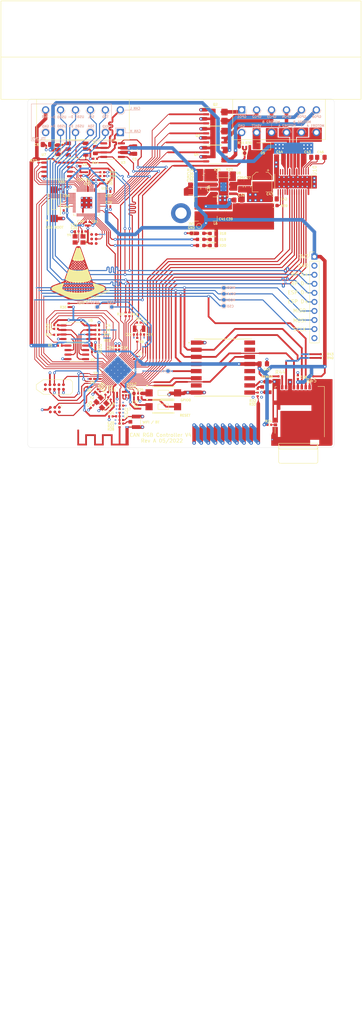
<source format=kicad_pcb>
(kicad_pcb (version 20211014) (generator pcbnew)
  (layers (0 "F.Cu" signal) (1 "In1.Cu" power) (2 "In2.Cu" power) (31 "B.Cu" signal) (34 "B.Paste" user) (35 "F.Paste" user) (36 "B.SilkS" user "B.Silkscreen") (37 "F.SilkS" user "F.Silkscreen") (38 "B.Mask" user) (39 "F.Mask" user) (44 "Edge.Cuts" user))
  (net 0 "")
  (net 1 "GND")
  (net 2 "Net-(C32-Pad1)")
  (net 3 "/LEDA_OUT")
  (net 4 "/LEDA")
  (net 5 "/LED_RED")
  (net 6 "/MOTOR1_OUT1")
  (net 7 "/MOTOR1_OUT2")
  (net 8 "/MOTOR2_OUT1")
  (net 9 "/MOTOR2_OUT2")
  (net 10 "/DRV_RESET")
  (net 11 "/CP1")
  (net 12 "/CP2")
  (net 13 "Net-(C34-Pad1)")
  (net 14 "Net-(C37-Pad1)")
  (net 15 "+3V3")
  (net 16 "/WS2815B_VCC")
  (net 17 "/WS2815B_VDD")
  (net 18 "/VBAT")
  (net 19 "/RF_ANT")
  (net 20 "/SPICLK_P")
  (net 21 "/LNA_IN")
  (net 22 "/XTAL_P")
  (net 23 "/RTC_XTAL_P")
  (net 24 "/XTAL_N")
  (net 25 "/RTC_XTAL_N")
  (net 26 "/FSPICS0")
  (net 27 "/FSPIQ")
  (net 28 "/FSPICLK")
  (net 29 "/FSPID")
  (net 30 "/GPIO14")
  (net 31 "/USB_D_P")
  (net 32 "/USB_D_N")
  (net 33 "/MTMS")
  (net 34 "/MTCK")
  (net 35 "/MTDO")
  (net 36 "/MTDI")
  (net 37 "/CHIP_PU")
  (net 38 "/SPICS1")
  (net 39 "/RXD")
  (net 40 "Net-(R6-Pad2)")
  (net 41 "Net-(R7-Pad2)")
  (net 42 "/SPIHD")
  (net 43 "/SPIWP")
  (net 44 "/SPICLK")
  (net 45 "/SPIQ")
  (net 46 "/SPID")
  (net 47 "/SPICS0")
  (net 48 "/GPIO_USB_D_N")
  (net 49 "/GPIO_USB_D_P")
  (net 50 "/GPIO0")
  (net 51 "/GPIO0_BOOTSTRAP")
  (net 52 "/GPIO45")
  (net 53 "/GPIO46")
  (net 54 "/GPIO3")
  (net 55 "/GPIO5")
  (net 56 "/FSPICS1")
  (net 57 "/GPIO10")
  (net 58 "/CAN_N")
  (net 59 "/CAN_P")
  (net 60 "/SPICLK_N")
  (net 61 "/FSPIHD")
  (net 62 "/GPIO38")
  (net 63 "/TXD")
  (net 64 "Net-(C21-Pad2)")
  (net 65 "/VIN")
  (net 66 "Net-(C30-Pad1)")
  (net 67 "Net-(C32-Pad2)")
  (net 68 "Net-(C36-Pad2)")
  (net 69 "Net-(C42-Pad1)")
  (net 70 "Net-(C43-Pad1)")
  (net 71 "Net-(D2-Pad1)")
  (net 72 "Net-(D3-Pad1)")
  (net 73 "Net-(D4-Pad1)")
  (net 74 "Net-(R8-Pad2)")
  (net 75 "Net-(R9-Pad2)")
  (net 76 "Net-(R10-Pad2)")
  (net 77 "Net-(R11-Pad2)")
  (net 78 "Net-(R12-Pad2)")
  (net 79 "Net-(R13-Pad2)")
  (net 80 "Net-(R23-Pad1)")
  (net 93 "/SD_D2")
  (net 94 "/SD_D1")
  (net 95 "/RF69_RF_ANT")
  (net 96 "/GPIO_GPO1")
  (net 97 "Net-(J3-PadSWA)")
  (net 98 "/GPIO_GPO2")
  (net 99 "/GPO2")
  (net 100 "/GPO1")
  (net 101 "/GPIO_GPO3")
  (net 102 "/GPIO_GPO4")
  (net 103 "/GPO4")
  (net 104 "/GPO3")
  (net 105 "/GPIO_GPO6")
  (net 106 "/GPIO_GPO5")
  (net 107 "/GPO5")
  (net 108 "/GPO6")
  (net 109 "Net-(AE2-Pad1)")
  (net 110 "Net-(AE3-Pad1)")
  (net 111 "Net-(J7-Pad2)")
  (net 113 "Net-(J2-Pad2)")
  (net 114 "/GPIO1")
  (net 115 "/GPIO_CAN_P")
  (net 116 "/GPIO7")
  (net 117 "/DRV_SLEEP")
  (net 118 "/CTS")
  (net 119 "/RTS")
  (net 120 "/RP_XOUT")
  (net 121 "/RP_XIN")
  (net 122 "/RP_SS")
  (net 123 "/USB_BOOT")
  (net 124 "/RP_USB_D_P")
  (net 125 "/RP_USB_D_M")
  (net 127 "/RP_SWD")
  (net 129 "/RP_SWCLK")
  (net 131 "/RP_SD1")
  (net 132 "/RP_SD2")
  (net 133 "/RP_SD0")
  (net 134 "/RP_SCLK")
  (net 135 "/RP_SD3")
  (net 139 "/GPIO2")
  (net 149 "+1V1")
  (net 150 "/EN1")
  (net 151 "/GPIO_CAN_N")
  (net 152 "/GPIO21")
  (net 153 "/EN2")
  (net 154 "/EN3")
  (net 155 "/EN4")
  (net 156 "/FSPICS2")
  (net 158 "/CONN_RP_USB_D_P")
  (net 159 "/CONN_RP_USB_D_N")
  (net 160 "/LED_GREEN")
  (net 162 "/CONN_B11")
  (net 163 "/CONN_B2")
  (net 164 "/CONN_B10")
  (net 165 "/CONN_B3")
  (footprint "Capacitor_SMD:C_0805_2012Metric_Pad1.18x1.45mm_HandSolder" (layer "F.Cu") (at 83.005001 70.325 180)
    (fp_text reference "C32")
    (fp_text value "0.1uf")
  )
  (footprint "Capacitor_SMD:C_0402_1005Metric" (layer "F.Cu") (at 39.71 79.1)
    (fp_text reference "C24")
    (fp_text value "C_Small")
  )
  (footprint "Inductor_SMD:L_Bourns-SRN6028" (layer "F.Cu") (at 73.95 72.83 -90)
    (fp_text reference "L6")
    (fp_text value "6.8uh")
  )
  (footprint "Capacitor_SMD:C_0805_2012Metric_Pad1.18x1.45mm_HandSolder" (layer "F.Cu") (at 53.99 56.314999 -90)
    (fp_text reference "C5")
    (fp_text value "10uF")
  )
  (footprint "Capacitor_SMD:C_0402_1005Metric" (layer "F.Cu") (at 42.038148 128.220574 -135)
    (fp_text reference "C22")
    (fp_text value "C_Small")
  )
  (footprint "Capacitor_SMD:C_0402_1005Metric" (layer "F.Cu") (at 48.68 111.74 90)
    (fp_text reference "C16")
    (fp_text value "1uF")
  )
  (footprint "Package_SO:SOIC-8_3.9x4.9mm_P1.27mm" (layer "F.Cu") (at 37.773163 113.027087)
    (fp_text reference "U2")
    (fp_text value "ESP-PSRAM32")
  )
  (footprint "Connector:Tag-Connect_TC2030-IDC-NL_2x03_P1.27mm_Vertical" (layer "F.Cu") (at 42.57 81.24 -90)
    (fp_text reference "TC3" hide)
    (fp_text value "TC2030-IDC")
  )
  (footprint "Package_SO:SOIC-8_3.9x4.9mm_P1.27mm" (layer "F.Cu") (at 47.795 56.325 180)
    (fp_text reference "U3")
    (fp_text value "SN65HVD230")
  )
  (footprint "Capacitor_SMD:C_0402_1005Metric" (layer "F.Cu") (at 47.33 130.98)
    (fp_text reference "C21")
    (fp_text value "C_Small")
  )
  (footprint "Capacitor_SMD:C_0402_1005Metric" (layer "F.Cu") (at 46.92 125.95 -45)
    (fp_text reference "C18")
    (fp_text value "C_Small")
  )
  (footprint "Resistor_SMD:R_0603_1608Metric_Pad0.98x0.95mm_HandSolder" (layer "F.Cu") (at 73.475 62.325)
    (fp_text reference "R34")
    (fp_text value "52.3k")
  )
  (footprint "Capacitor_SMD:CP_Elec_5x5.9" (layer "F.Cu") (at 89.745 65.274999 -90)
    (fp_text reference "C47")
    (fp_text value "10uf")
  )
  (footprint "Resistor_SMD:R_0402_1005Metric" (layer "F.Cu") (at 43.31 123.74 -135)
    (fp_text reference "R26")
    (fp_text value "10k")
  )
  (footprint "Crystal:Crystal_SMD_3225-4Pin_3.2x2.5mm" (layer "F.Cu") (at 38.4 81.37 180)
    (fp_text reference "Y4")
    (fp_text value "40MHZ")
  )
  (footprint "Capacitor_SMD:C_0402_1005Metric" (layer "F.Cu") (at 42.33 65.18 90)
    (fp_text reference "C33")
    (fp_text value "1uF")
  )
  (footprint "Resistor_SMD:R_0402_1005Metric" (layer "F.Cu") (at 83.845 55.424999 180)
    (fp_text reference "R31")
    (fp_text value "10k")
  )
  (footprint "Connector_Hirose_SD:HRS_DM3AT-SF-PEJM5" (layer "F.Cu") (at 99.885 122.845003)
    (fp_text reference "J3" hide)
    (fp_text value "DM3AT-SF-PEJM5")
  )
  (footprint "Capacitor_SMD:C_0805_2012Metric_Pad1.18x1.45mm_HandSolder" (layer "F.Cu") (at 106.235001 58.335 180)
    (fp_text reference "C46")
    (fp_text value "0.01uf")
  )
  (footprint "Jumper:SolderJumper-3_P1.3mm_Bridged12_RoundedPad1.0x1.5mm_NumberLabels" (layer "F.Cu") (at 32.44 56.2 90)
    (fp_text reference "JP2" hide)
    (fp_text value "LED Voltage Select")
  )
  (footprint "Package_SO:SOIC-8_5.23x5.23mm_P1.27mm" (layer "F.Cu") (at 37.678163 107.387086)
    (fp_text reference "U5")
    (fp_text value "W25Q128JVS")
  )
  (footprint "Resistor_SMD:R_0402_1005Metric" (layer "F.Cu") (at 106.73 113.55 180)
    (fp_text reference "R43")
    (fp_text value "10k")
  )
  (footprint "Capacitor_SMD:C_0805_2012Metric_Pad1.18x1.45mm_HandSolder" (layer "F.Cu") (at 85.835 66.505 90)
    (fp_text reference "C27")
    (fp_text value "10uf")
  )
  (footprint "Capacitor_SMD:C_0402_1005Metric" (layer "F.Cu") (at 34.59 68.13 180)
    (fp_text reference "C50")
    (fp_text value "0.1uF")
  )
  (footprint "Capacitor_SMD:C_0805_2012Metric_Pad1.18x1.45mm_HandSolder" (layer "F.Cu") (at 90.074999 116.250002 180)
    (fp_text reference "C45")
    (fp_text value "10uF")
  )
  (footprint "Capacitor_SMD:C_1206_3216Metric" (layer "F.Cu") (at 69.835 67.975)
    (fp_text reference "C30")
    (fp_text value "5.6nf")
  )
  (footprint "XCVR_RFM69HW:XCVR_RFM69HW" (layer "F.Cu") (at 78.775 117.3)
    (fp_text reference "U9" hide)
    (fp_text value "RFM69HCW")
  )
  (footprint "Resistor_SMD:R_0402_1005Metric" (layer "F.Cu") (at 54.72 109.51 -90)
    (fp_text reference "R8")
    (fp_text value "0")
  )
  (footprint "Capacitor_SMD:C_0402_1005Metric" (layer "F.Cu") (at 54.241644 108.019382 180)
    (fp_text reference "C23")
    (fp_text value "C_Small")
  )
  (footprint "Capacitor_SMD:C_0402_1005Metric" (layer "F.Cu") (at 34.57 73.19 180)
    (fp_text reference "C49")
    (fp_text value "0.1uF")
  )
  (footprint "Resistor_SMD:R_0402_1005Metric" (layer "F.Cu") (at 42.497652 112.103456)
    (fp_text reference "R2")
    (fp_text value "442k")
  )
  (footprint "U.FL-R-SMT-1_10_:HRS_U.FL-R-SMT-1(10)" (layer "F.Cu") (at 54.335 132.51 -90)
    (fp_text reference "J7" hide)
    (fp_text value "U.FL-R-SMT-1(10)")
  )
  (footprint "Resistor_SMD:R_0402_1005Metric" (layer "F.Cu") (at 43.899376 124.340624 -135)
    (fp_text reference "R27")
    (fp_text value "10k")
  )
  (footprint "Resistor_SMD:R_0402_1005Metric" (layer "F.Cu") (at 91.804999 133.340002)
    (fp_text reference "R24")
    (fp_text value "10k")
  )
  (footprint "Capacitor_SMD:C_0402_1005Metric" (layer "F.Cu") (at 44.38 65.18 90)
    (fp_text reference "C38")
    (fp_text value "1uF")
  )
  (footprint "Capacitor_SMD:C_0402_1005Metric" (layer "F.Cu") (at 42.498164 111.167088)
    (fp_text reference "C3")
    (fp_text value "0.1uF")
  )
  (footprint "Capacitor_SMD:C_0402_1005Metric" (layer "F.Cu") (at 37.77 79.09 180)
    (fp_text reference "C26")
    (fp_text value "C_Small")
  )
  (footprint "Capacitor_SMD:C_0805_2012Metric_Pad1.18x1.45mm_HandSolder" (layer "F.Cu") (at 102.505 58.335 180)
    (fp_text reference "C43")
    (fp_text value "0.1uf")
  )
  (footprint "TestPoint:TestPoint_Pad_D1.0mm" (layer "F.Cu") (at 84.855 57.155)
    (fp_text reference "TP3" hide)
    (fp_text value "VBAT_SENSE")
  )
  (footprint "Resistor_SMD:R_0603_1608Metric_Pad0.98x0.95mm_HandSolder" (layer "F.Cu") (at 93.04 71.86)
    (fp_text reference "R39")
    (fp_text value "10k")
  )
  (footprint "Capacitor_SMD:C_0402_1005Metric" (layer "F.Cu") (at 46.69 72.06)
    (fp_text reference "C40")
    (fp_text value "0.1uF")
  )
  (footprint "Inductor_SMD:L_0402_1005Metric" (layer "F.Cu") (at 49.77 129.45 -90)
    (fp_text reference "L3")
    (fp_text value "L_Small")
  )
  (footprint "Resistor_SMD:R_0402_1005Metric" (layer "F.Cu") (at 88.504999 123.800002 90)
    (fp_text reference "R32")
    (fp_text value "0")
  )
  (footprint "Capacitor_SMD:C_0402_1005Metric" (layer "F.Cu") (at 50.72 124.58 -90)
    (fp_text reference "C10")
    (fp_text value "0.1uF")
  )
  (footprint "Resistor_SMD:R_0402_1005Metric" (layer "F.Cu") (at 27.04 59.32 -90)
    (fp_text reference "R37")
    (fp_text value "100k")
  )
  (footprint "Resistor_SMD:R_0402_1005Metric" (layer "F.Cu") (at 35.5 99.82 90)
    (fp_text reference "R38")
    (fp_text value "10k")
  )
  (footprint "Resistor_SMD:R_0402_1005Metric" (layer "F.Cu") (at 31.95 105.4)
    (fp_text reference "R15")
    (fp_text value "100k")
  )
  (footprint "Resistor_SMD:R_0402_1005Metric" (layer "F.Cu") (at 50.27 133 180)
    (fp_text reference "R28")
    (fp_text value "0")
  )
  (footprint "RF_Antenna:Texas_SWRA117D_2.4GHz_Right" (layer "F.Cu") (at 49.77 133.985 180)
    (fp_text reference "AE2" hide)
    (fp_text value "Antenna_Shield")
  )
  (footprint "Diode_SMD:D_SOD-123" (layer "F.Cu") (at 89.905 55.255 180)
    (fp_text reference "D5")
    (fp_text value "D_Small")
  )
  (footprint "U.FL-R-SMT-1_10_:HRS_U.FL-R-SMT-1(10)" (layer "F.Cu") (at 91.304999 122.730002 -90)
    (fp_text reference "J2" hide)
    (fp_text value "U.FL-R-SMT-1(10)")
  )
  (footprint "Capacitor_SMD:C_0402_1005Metric" (layer "F.Cu") (at 38.77 63 90)
    (fp_text reference "C29")
    (fp_text value "0.1uF")
  )
  (footprint "Capacitor_SMD:C_0805_2012Metric_Pad1.18x1.45mm_HandSolder" (layer "F.Cu") (at 73.285 64.115)
    (fp_text reference "C36")
    (fp_text value "DNP")
  )
  (footprint "Capacitor_SMD:C_0402_1005Metric" (layer "F.Cu") (at 42.498161 112.927087)
    (fp_text reference "C2")
    (fp_text value "1uF")
  )
  (footprint "Package_DFN_QFN:QFN-56-1EP_7x7mm_P0.4mm_EP5.6x5.6mm_ThermalVias" (layer "F.Cu") (at 49.28 118.02 135)
    (fp_text reference "U4")
    (fp_text value "ESP32-S3R2")
  )
  (footprint "Capacitor_SMD:C_0402_1005Metric" (layer "F.Cu") (at 99.78 119.97 90)
    (fp_text reference "C28")
    (fp_text value "1uF")
  )
  (footprint "TE_DTM1312PA12PBR008:TE_DTM1312PA12PBR008" (layer "F.Cu") (at 67 47 180)
    (fp_text reference "J4" hide)
    (fp_text value "DTM1312PA12PBR008")
  )
  (footprint "Package_SO:SO-8_3.9x4.9mm_P1.27mm" (layer "F.Cu") (at 76.625 57.574999)
    (fp_text reference "Q4")
    (fp_text value "Q_Dual_NMOS_S1G1S2G2D2D2D1D1")
  )
  (footprint "Capacitor_SMD:C_0805_2012Metric_Pad1.18x1.45mm_HandSolder" (layer "F.Cu") (at 80.495 73.205 90)
    (fp_text reference "C39")
    (fp_text value "DNP")
  )
  (footprint "LED_SMD:LED_0603_1608Metric_Pad1.05x0.95mm_HandSolder" (layer "F.Cu") (at 76.022498 83.075001)
    (fp_text reference "D4" hide)
    (fp_text value "GRN")
  )
  (footprint "Capacitor_SMD:C_0402_1005Metric" (layer "F.Cu") (at 48.61 124.39)
    (fp_text reference "C13")
    (fp_text value "1uF")
  )
  (footprint "Inductor_SMD:L_0402_1005Metric" (layer "F.Cu") (at 49.29 130.96 180)
    (fp_text reference "L4")
    (fp_text value "L_Small")
  )
  (footprint "Resistor_SMD:R_0402_1005Metric" (layer "F.Cu") (at 55.54 128.31 -90)
    (fp_text reference "R4")
    (fp_text value "10k")
  )
  (footprint "RF_Antenna:Texas_SWRA416_868MHz_915MHz" (layer "F.Cu") (at 79.682499 132.637502 180)
    (fp_text reference "AE3" hide)
    (fp_text value "Antenna_Shield")
  )
  (footprint "Package_SO:SOIC-8-1EP_3.9x4.9mm_P1.27mm_EP2.29x3mm_ThermalVias" (layer "F.Cu") (at 78.905 66.605 180)
    (fp_text reference "U8")
    (fp_text value "AP64200Q")
  )
  (footprint "TestPoint:TestPoint_Pad_D1.0mm" (layer "F.Cu") (at 69.88 79.62)
    (fp_text reference "TP4" hide)
    (fp_text value "3V3OUT")
  )
  (footprint "Resistor_SMD:R_0402_1005Metric" (layer "F.Cu") (at 94.87 119.76)
    (fp_text reference "R44")
    (fp_text value "10k")
  )
  (footprint "SW_RS-032G05A3-SMRT:SW_RS-032G05A3-SMRT" (layer "F.Cu") (at 62.05 124.39)
    (fp_text reference "SW3" hide)
    (fp_text value "SW_Push")
  )
  (footprint "Resistor_SMD:R_0603_1608Metric_Pad0.98x0.95mm_HandSolder" (layer "F.Cu") (at 72.517499 81.350001 180)
    (fp_text reference "R19")
    (fp_text value "240")
  )
  (footprint "Resistor_SMD:R_0402_1005Metric" (layer "F.Cu") (at 106.73 114.59 180)
    (fp_text reference "R40")
    (fp_text value "10k")
  )
  (footprint "Resistor_SMD:R_0402_1005Metric" (layer "F.Cu") (at 31.953163 106.442088 180)
    (fp_text reference "R12")
    (fp_text value "0")
  )
  (footprint "Resistor_SMD:R_0402_1005Metric" (layer "F.Cu") (at 41.27 122.73)
    (fp_text reference "R6")
    (fp_text value "499")
  )
  (footprint "Resistor_SMD:R_0402_1005Metric" (layer "F.Cu") (at 33.048161 111.147087 180)
    (fp_text reference "R5")
    (fp_text value "100k")
  )
  (footprint "logos:cone" (layer "F.Cu") (at 38.19 90.93)
    (fp_text reference "G***" hide)
    (fp_text value "LOGO" hide)
  )
  (footprint "Resistor_SMD:R_0402_1005Metric" (layer "F.Cu") (at 49.76 133.49 90)
    (fp_text reference "R22")
    (fp_text value "0")
  )
  (footprint "SW_RS-032G05A3-SMRT:SW_RS-032G05A3-SMRT" (layer "F.Cu") (at 62.04 128.27)
    (fp_text reference "SW2" hide)
    (fp_text value "SW_Push")
  )
  (footprint "Resistor_SMD:R_0402_1005Metric" (layer "F.Cu") (at 31.953164 108.112087 180)
    (fp_text reference "R10")
    (fp_text value "0")
  )
  (footprint "LED_SMD:LED_0603_1608Metric_Pad1.05x0.95mm_HandSolder" (layer "F.Cu") (at 76.012498 79.7)
    (fp_text reference "D2" hide)
    (fp_text value "GRN")
  )
  (footprint "Resistor_SMD:R_0402_1005Metric" (layer "F.Cu") (at 88.502499 124.817502 -90)
    (fp_text reference "R33")
    (fp_text value "0")
  )
  (footprint "Resistor_SMD:R_0603_1608Metric_Pad0.98x0.95mm_HandSolder" (layer "F.Cu") (at 80.585 63.025 180)
    (fp_text reference "R23")
    (fp_text value "200k")
  )
  (footprint "Resistor_SMD:R_0603_1608Metric_Pad0.98x0.95mm_HandSolder" (layer "F.Cu") (at 77.185 63.025)
    (fp_text reference "R35")
    (fp_text value "10k")
  )
  (footprint "Resistor_SMD:R_0402_1005Metric" (layer "F.Cu") (at 51.48 102.35 90)
    (fp_text reference "R17")
    (fp_text value "0")
  )
  (footprint "Resistor_SMD:R_0402_1005Metric" (layer "F.Cu") (at 33.422679 66.68 -90)
    (fp_text reference "R36")
    (fp_text value "1k")
  )
  (footprint "Resistor_SMD:R_0402_1005Metric" (layer "F.Cu") (at 44.9 63.57 180)
    (fp_text reference "R42")
    (fp_text value "27R4")
  )
  (footprint "Resistor_SMD:R_0603_1608Metric_Pad0.98x0.95mm_HandSolder" (layer "F.Cu") (at 70.525 66.015 180)
    (fp_text reference "R29")
    (fp_text value "14k")
  )
  (footprint "Package_SO:SOIC-8_5.23x5.23mm_P1.27mm" (layer "F.Cu") (at 32.23 61.73)
    (fp_text reference "U7")
    (fp_text value "W25Q128JVS")
  )
  (footprint "Resistor_SMD:R_0603_1608Metric_Pad0.98x0.95mm_HandSolder" (layer "F.Cu") (at 72.517498 83.075001 180)
    (fp_text reference "R20")
    (fp_text value "240")
  )
  (footprint "Resistor_SMD:R_0402_1005Metric" (layer "F.Cu") (at 43.513163 106.762087)
    (fp_text reference "R9")
    (fp_text value "0")
  )
  (footprint "Package_SO:SO-8_3.9x4.9mm_P1.27mm" (layer "F.Cu") (at 76.624999 52.255001)
    (fp_text reference "Q3")
    (fp_text value "Q_Dual_NMOS_S1G1S2G2D2D2D1D1")
  )
  (footprint "Capacitor_SMD:C_0402_1005Metric" (layer "F.Cu") (at 43.533164 105.477088)
    (fp_text reference "C4")
    (fp_text value "0.1uF")
  )
  (footprint "Resistor_SMD:R_0402_1005Metric" (layer "F.Cu") (at 103.59 119.76 180)
    (fp_text reference "R45")
    (fp_text value "10k")
  )
  (footprint "Resistor_SMD:R_0402_1005Metric" (layer "F.Cu") (at 44.9 62.52 180)
    (fp_text reference "R41")
    (fp_text value "27R4")
  )
  (footprint "Capacitor_SMD:C_0402_1005Metric" (layer "F.Cu") (at 49.679998 111.739998 90)
    (fp_text reference "C14")
    (fp_text value "0.1uF")
  )
  (footprint "Resistor_SMD:R_0603_1608Metric_Pad0.98x0.95mm_HandSolder" (layer "F.Cu") (at 72.507499 79.66 180)
    (fp_text reference "R18")
    (fp_text value "240")
  )
  (footprint "Resistor_SMD:R_0402_1005Metric" (layer "F.Cu") (at 55.160001 104.667696 180)
    (fp_text reference "R21")
    (fp_text value "DNP")
  )
  (footprint "Capacitor_SMD:C_0402_1005Metric" (layer "F.Cu") (at 40.32 76.96 -90)
    (fp_text reference "C48")
    (fp_text value "0.1uF")
  )
  (footprint "Resistor_SMD:R_0402_1005Metric" (layer "F.Cu") (at 46.16 124.56 45)
    (fp_text reference "R7")
    (fp_text value "0")
  )
  (footprint "Capacitor_SMD:C_0402_1005Metric" (layer "F.Cu") (at 54.210741 114.538107 45)
    (fp_text reference "C7")
    (fp_text value "0.1uF")
  )
  (footprint "Resistor_SMD:R_0402_1005Metric" (layer "F.Cu") (at 85.815 55.424999 180)
    (fp_text reference "R30")
    (fp_text value "36k")
  )
  (footprint "Capacitor_SMD:C_0402_1005Metric" (layer "F.Cu") (at 51.54 124.58 -90)
    (fp_text reference "C12")
    (fp_text value "10uF")
  )
  (footprint "Resistor_SMD:R_0402_1005Metric" (layer "F.Cu") (at 55.49 124.55)
    (fp_text reference "R25")
    (fp_text value "10k")
  )
  (footprint "Resistor_SMD:R_0402_1005Metric" (layer "F.Cu") (at 52.53 102.35 90)
    (fp_text reference "R16")
    (fp_text value "0")
  )
  (footprint "Capacitor_SMD:C_0402_1005Metric" (layer "F.Cu") (at 46.7 68.05)
    (fp_text reference "C52")
    (fp_text value "0.1uF")
  )
  (footprint "Capacitor_SMD:C_0402_1005Metric" (layer "F.Cu") (at 41.35 76.96 -90)
    (fp_text reference "C31")
    (fp_text value "0.1uF")
  )
  (footprint "Capacitor_SMD:C_0402_1005Metric" (layer "F.Cu") (at 56.164142 108.00524)
    (fp_text reference "C19")
    (fp_text value "C_Small")
  )
  (footprint "Capacitor_SMD:C_0402_1005Metric" (layer "F.Cu") (at 55.46 125.61 180)
    (fp_text reference "C37")
    (fp_text value "1uF")
  )
  (footprint "Capacitor_SMD:C_0402_1005Metric" (layer "F.Cu") (at 50.29 127.96 180)
    (fp_text reference "C17")
    (fp_text value "C_Small")
  )
  (footprint "Capacitor_SMD:C_0805_2012Metric_Pad1.18x1.45mm_HandSolder" (layer "F.Cu") (at 83.725 66.505 90)
    (fp_text reference "C25")
    (fp_text value "10uf")
  )
  (footprint "TestPoint:TestPoint_Pad_D1.0mm" (layer "F.Cu") (at 53.8 124.55 45)
    (fp_text reference "TP2" hide)
    (fp_text value "CHIP_PU")
  )
  (footprint "Capacitor_SMD:C_0402_1005Metric" (layer "F.Cu") (at 40.63 63 90)
    (fp_text reference "C51")
    (fp_text value "0.1uF")
  )
  (footprint "MountingHole:MountingHole_3.2mm_M3_DIN965_Pad" (layer "F.Cu") (at 67 74 90)
    (fp_text reference "H1" hide)
    (fp_text value "MountingHole_Pad" hide)
  )
  (footprint "Crystal:Crystal_SMD_MicroCrystal_CC7V-T1A-2Pin_3.2x1.5mm" (layer "F.Cu") (at 55.250001 106.397695 180)
    (fp_text reference "Y3")
    (fp_text value "32.7k")
  )
  (footprint "Resistor_SMD:R_0402_1005Metric" (layer "F.Cu") (at 43.513164 108.022086)
    (fp_text reference "R11")
    (fp_text value "0")
  )
  (footprint "WS2815B:worldsemi-WS2815B-MFG" (layer "F.Cu") (at 37.84 56.04)
    (fp_text reference "U6" hide)
    (fp_text value "WS2815B" hide)
  )
  (footprint "Resistor_SMD:R_0402_1005Metric" (layer "F.Cu") (at 43.513162 109.262088)
    (fp_text reference "R13")
    (fp_text value "0")
  )
  (footprint "Connector:Tag-Connect_TC2050-IDC-NL_2x05_P1.27mm_Vertical" (layer "F.Cu") (at 31.49 122.74)
    (fp_text reference "J6" hide)
    (fp_text value "Conn_ARM_JTAG_SWD_10")
  )
  (footprint "Capacitor_SMD:C_0402_1005Metric" (layer "F.Cu") (at 52.37 124.58 -90)
    (fp_text reference "C11")
    (fp_text value "1uF")
  )
  (footprint "Capacitor_SMD:C_0402_1005Metric" (layer "F.Cu") (at 45.41 65.18 90)
    (fp_text reference "C35")
    (fp_text value "0.1uF")
  )
  (footprint "TestPoint:TestPoint_Pad_D1.0mm" (layer "F.Cu") (at 72.065 77.585)
    (fp_text reference "TP7" hide)
    (fp_text value "3V3OUT")
  )
  (footprint "Capacitor_SMD:C_0805_2012Metric_Pad1.18x1.45mm_HandSolder" (layer "F.Cu") (at 73.285001 67.065 -90)
    (fp_text reference "C34")
    (fp_text value "DNP")
  )
  (footprint "LED_SMD:LED_0603_1608Metric_Pad1.05x0.95mm_HandSolder" (layer "F.Cu") (at 76.022498 81.389999)
    (fp_text reference "D3" hide)
    (fp_text value "RED")
  )
  (footprint "Capacitor_SMD:C_0805_2012Metric_Pad1.18x1.45mm_HandSolder" (layer "F.Cu") (at 78.425 73.205 90)
    (fp_text reference "C41")
    (fp_text value "DNP")
  )
  (footprint "Connector:Tag-Connect_TC2030-IDC-NL_2x03_P1.27mm_Vertical" (layer "F.Cu") (at 31.61 129.1 180)
    (fp_text reference "TC2" hide)
    (fp_text value "TC2030-IDC")
  )
  (footprint "DRV8844PWP:IC_TPS61196PWPRQ1" (layer "F.Cu") (at 98.4765 65.225 -90)
    (fp_text reference "U10")
    (fp_text value "DRV8844PWP")
  )
  (footprint "Connector_PinHeader_2.54mm:PinHeader_1x10_P2.54mm_Vertical" (layer "F.Cu") (at 104.43 86.19)
    (fp_text reference "J5" hide)
    (fp_text value "Conn_01x10")
  )
  (footprint "Resistor_SMD:R_0402_1005Metric" (layer "F.Cu") (at 42.95 58.74 180)
    (fp_text reference "R14")
    (fp_text value "1k")
  )
  (footprint "Capacitor_SMD:C_0805_2012Metric_Pad1.18x1.45mm_HandSolder" (layer "F.Cu") (at 92.815 70.004999 180)
    (fp_text reference "C42")
    (fp_text value "0.47uf")
  )
  (footprint "Capacitor_SMD:C_0805_2012Metric_Pad1.18x1.45mm_HandSolder" (layer "F.Cu") (at 94.795 58.335 180)
    (fp_text reference "C44")
    (fp_text value "10uf")
  )
  (footprint "Capacitor_SMD:C_0402_1005Metric" (layer "F.Cu") (at 48.62 125.42)
    (fp_text reference "C15")
    (fp_text value "10uF")
  )
  (footprint "Crystal:Crystal_SMD_3225-4Pin_3.2x2.5mm" (layer "F.Cu") (at 44.67 127.14 135)
    (fp_text reference "Y2")
    (fp_text value "40MHZ")
  )
  (footprint "Capacitor_SMD:C_0805_2012Metric_Pad1.18x1.45mm_HandSolder" (layer "F.Cu") (at 29.26 54.75 180)
    (fp_text reference "C6")
    (fp_text value "0.1uF")
  )
  (footprint "Resistor_SMD:R_0805_2012Metric" (layer "F.Cu") (at 42.989999 56.32 -90)
    (fp_text reference "R3")
    (fp_text value "120,DNF")
  )
  (footprint "Capacitor_SMD:C_0402_1005Metric" (layer "F.Cu") (at 38.77 60.29 -90)
    (fp_text reference "C9")
    (fp_text value "0.1uF")
  )
  (footprint "SW_RS-032G05A3-SMRT:SW_RS-032G05A3-SMRT" (layer "F.Cu") (at 31.422679 71.49 90)
    (fp_text reference "SW4" hide)
    (fp_text value "SW_Push")
  )
  (footprint "Capacitor_SMD:C_0402_1005Metric" (layer "F.Cu") (at 42.175 120.47 180)
    (fp_text reference "C8")
    (fp_text value "0.1uF")
  )
  (footprint "Package_SO:SO-8_3.9x4.9mm_P1.27mm" (layer "F.Cu") (at 76.625 46.915)
    (fp_text reference "Q2")
    (fp_text value "Q_Dual_NMOS_S1G1S2G2D2D2D1D1")
  )
  (footprint "Capacitor_SMD:C_0402_1005Metric" (layer "F.Cu") (at 50.24 132 180)
    (fp_text reference "C20")
    (fp_text value "C_Small")
  )
  (footprint "RP2040:RP2040-QFN-56" (layer "F.Cu") (at 40.49 71.05)
    (fp_text reference "U11")
    (fp_text value "RP2040")
  )
  (footprint "TestPoint:TestPoint_Pad_D1.0mm" (layer "B.Cu") (at 63.36 118.27 180)
    (fp_text reference "TP10" hide)
    (fp_text value "CS1")
  )
  (footprint "TestPoint:TestPoint_Pad_D1.0mm" (layer "B.Cu") (at 79.01 94.94 180)
    (fp_text reference "TP6" hide)
    (fp_text value "MISO")
  )
  (footprint "TestPoint:TestPoint_Pad_D1.0mm" (layer "B.Cu") (at 79.01 98.32 180)
    (fp_text reference "TP5" hide)
    (fp_text value "MOSI")
  )
  (footprint "TestPoint:TestPoint_Pad_D1.0mm" (layer "B.Cu") (at 43.52 100.3 180)
    (fp_text reference "TP12" hide)
    (fp_text value "RP_RUN")
  )
  (footprint "TestPoint:TestPoint_Pad_D1.0mm" (layer "B.Cu") (at 47.57 100.3 180)
    (fp_text reference "TP11" hide)
    (fp_text value "CS2")
  )
  (footprint "TestPoint:TestPoint_Pad_D1.0mm" (layer "B.Cu") (at 79.01 96.63)
    (fp_text reference "TP8" hide)
    (fp_text value "SCLK")
  )
  (footprint "TestPoint:TestPoint_Pad_D1.0mm" (layer "B.Cu") (at 79.01 100.01 180)
    (fp_text reference "TP9" hide)
    (fp_text value "CS0")
  )
  (gr_line (start 92.4 50.15) (end 92.41 49.06) (layer "B.SilkS") (width 0.12))
  (gr_line (start 85.38 44.95) (end 85.38 46.3) (layer "B.SilkS") (width 0.12))
  (gr_arc (start 99.53 51.4) (mid 100.78 50.15) (end 102.03 51.4) (layer "B.SilkS") (width 0.12))
  (gr_arc (start 44.55 51.45) (mid 45.8 50.2) (end 47.05 51.45) (layer "B.SilkS") (width 0.12))
  (gr_arc (start 40.35 51.4) (mid 41.6 50.15) (end 42.85 51.4) (layer "B.SilkS") (width 0.12))
  (gr_arc (start 51.25 45.1) (mid 50 46.35) (end 48.75 45.1) (layer "B.SilkS") (width 0.12))
  (gr_arc (start 89.46 45.07) (mid 88.21 46.32) (end 86.96 45.07) (layer "B.SilkS") (width 0.12))
  (gr_rect (start 47.52 43.37) (end 25.01 53.75) (layer "B.SilkS") (width 0.12) (fill none))
  (gr_arc (start 95.36 51.4) (mid 96.61 50.15) (end 97.86 51.4) (layer "B.SilkS") (width 0.12))
  (gr_arc (start 86.96 51.37) (mid 88.21 50.12) (end 89.46 51.37) (layer "B.SilkS") (width 0.12))
  (gr_line (start 100.8 50.15) (end 100.8 49.05) (layer "B.SilkS") (width 0.12))
  (gr_arc (start 30.25 45.05) (mid 29 46.3) (end 27.75 45.05) (layer "B.SilkS") (width 0.12))
  (gr_arc (start 31.95 51.45) (mid 33.2 50.2) (end 34.45 51.45) (layer "B.SilkS") (width 0.12))
  (gr_line (start 51.35 51.46) (end 55.62 51.46) (layer "B.SilkS") (width 0.12))
  (gr_line (start 51.35 50.1) (end 51.35 51.45) (layer "B.SilkS") (width 0.12))
  (gr_arc (start 47.05 45.1) (mid 45.8 46.35) (end 44.55 45.1) (layer "B.SilkS") (width 0.12))
  (gr_line (start 48.6 51.45) (end 48.6 50.1) (layer "B.SilkS") (width 0.12))
  (gr_arc (start 36.15 51.45) (mid 37.4 50.2) (end 38.65 51.45) (layer "B.SilkS") (width 0.12))
  (gr_arc (start 102.04 45) (mid 100.79 46.25) (end 99.54 45) (layer "B.SilkS") (width 0.12))
  (gr_arc (start 103.74 51.39) (mid 104.99 50.14) (end 106.24 51.39) (layer "B.SilkS") (width 0.12))
  (gr_arc (start 91.15 51.4) (mid 92.4 50.15) (end 93.65 51.4) (layer "B.SilkS") (width 0.12))
  (gr_arc (start 97.82 45) (mid 96.57 46.25) (end 95.32 45) (layer "B.SilkS") (width 0.12))
  (gr_line (start 48.6 50.1) (end 51.35 50.1) (layer "B.SilkS") (width 0.12))
  (gr_arc (start 42.85 45.1) (mid 41.6 46.35) (end 40.35 45.1) (layer "B.SilkS") (width 0.12))
  (gr_arc (start 38.65 45.1) (mid 37.4 46.35) (end 36.15 45.1) (layer "B.SilkS") (width 0.12))
  (gr_arc (start 27.75 51.45) (mid 29 50.2) (end 30.25 51.45) (layer "B.SilkS") (width 0.12))
  (gr_arc (start 106.24 45.02) (mid 104.99 46.27) (end 103.74 45.02) (layer "B.SilkS") (width 0.12))
  (gr_arc (start 34.5 45.1) (mid 33.25 46.35) (end 32 45.1) (layer "B.SilkS") (width 0.12))
  (gr_line (start 82.63 46.3) (end 82.63 44.95) (layer "B.SilkS") (width 0.12))
  (gr_arc (start 93.66 45.02) (mid 92.41 46.27) (end 91.16 45.02) (layer "B.SilkS") (width 0.12))
  (gr_line (start 85.38 46.3) (end 82.63 46.3) (layer "B.SilkS") (width 0.12))
  (gr_line (start 51.25 45.1) (end 55.52 45.1) (layer "B.SilkS") (width 0.12))
  (gr_arc (start 82.75 51.39) (mid 84 50.14) (end 85.25 51.39) (layer "B.SilkS") (width 0.12))
  (gr_arc (start 25.000001 139.73) (mid 24.292893 139.437107) (end 24 138.73) (layer "Edge.Cuts") (width 0.05))
  (gr_line (start 110 43) (end 110 138.729999) (layer "Edge.Cuts") (width 0.05))
  (gr_arc (start 24 43) (mid 24.292893 42.292893) (end 25 42) (layer "Edge.Cuts") (width 0.05))
  (gr_line (start 25 42) (end 109 42) (layer "Edge.Cuts") (width 0.05))
  (gr_line (start 109 139.73) (end 25.000001 139.73) (layer "Edge.Cuts") (width 0.05))
  (gr_arc (start 109 42) (mid 109.707107 42.292893) (end 110 43) (layer "Edge.Cuts") (width 0.05))
  (gr_arc (start 110 138.729999) (mid 109.707107 139.437107) (end 109 139.73) (layer "Edge.Cuts") (width 0.05))
  (gr_line (start 24 138.73) (end 24 43) (layer "Edge.Cuts") (width 0.05))
  (gr_text "GPO1" (at 84.06 46.95) (layer "B.SilkS") (effects (font (size 0.65 0.65)) (justify mirror)))
  (gr_text "USB0 D-" (at 32.583928 47.05) (layer "B.SilkS") (effects (font (size 0.65 0.65)) (justify mirror)))
  (gr_text "CS1" (at 61.46 118.28) (layer "B.SilkS") (effects (font (size 0.65 0.65)) (justify mirror)))
  (gr_text "SCLK" (at 81.136429 96.63) (layer "B.SilkS") (effects (font (size 0.65 0.65)) (justify mirror)))
  (gr_text "VBATT" (at 88.17 49.48) (layer "B.SilkS") (effects (font (size 0.65 0.65)) (justify mirror)))
  (gr_text "TXD" (at 45.8 46.99) (layer "B.SilkS") (effects (font (size 0.65 0.65)) (justify mirror)))
  (gr_text "MOTOR1 B" (at 100.97 48.44) (layer "B.SilkS") (effects (font (size 0.65 0.65)) (justify mirror)))
  (gr_text "GND" (at 83.95 49.49) (layer "B.SilkS") (effects (font (size 0.65 0.65)) (justify mirror)))
  (gr_text "SCL" (at 41.788512 46.99) (layer "B.SilkS") (effects (font (size 0.65 0.65)) (justify mirror)))
  (gr_text "GPO5" (at 100.852 46.95) (layer "B.SilkS") (effects (font (size 0.65 0.65)) (justify mirror)))
  (gr_text "USB0 D+" (at 32.583928 49.61) (layer "B.SilkS") (effects (font (size 0.65 0.65)) (justify mirror)))
  (gr_text "MOTOR2 A" (at 96.78 49.49) (layer "B.SilkS") (effects (font (size 0.65 0.65)) (justify mirror)))
  (gr_text "USB1 D-" (at 37.569643 46.99) (layer "B.SilkS") (effects (font (size 0.65 0.65)) (justify mirror)))
  (gr_text "MOTOR2 B" (at 92.28 48.44) (layer "B.SilkS") (effects (font (size 0.65 0.65)) (justify mirror)))
  (gr_text "USB1 D+" (at 37.569643 49.59) (layer "B.SilkS") (effects (font (size 0.65 0.65)) (justify mirror)))
  (gr_text "RP2040 RUN" (at 40.97 99.07) (layer "B.SilkS") (effects (font (size 0.65 0.65)) (justify mirror)))
  (gr_text "GPO3" (at 92.456 46.95) (layer "B.SilkS") (effects (font (size 0.65 0.65)) (justify mirror)))
  (gr_text "CAN H" (at 54.19 50.98) (layer "B.SilkS") (effects (font (size 0.65 0.65)) (justify mirror)))
  (gr_text "SDA" (at 41.803988 49.59) (layer "B.SilkS") (effects (font (size 0.65 0.65)) (justify mirror)))
  (gr_text "MOTOR1 A" (at 104.73 49.49) (layer "B.SilkS") (effects (font (size 0.65 0.65)) (justify mirror)))
  (gr_text "TTL 3V3" (at 27.14 53.13) (layer "B.SilkS") (effects (font (size 0.65 0.65)) (justify mirror)))
  (gr_text "CAN L" (at 54.11 44.59) (layer "B.SilkS") (effects (font (size 0.65 0.65)) (justify mirror)))
  (gr_text "RXD" (at 45.877381 49.69) (layer "B.SilkS") (effects (font (size 0.65 0.65)) (justify mirror)))
  (gr_text "3V3" (at 28.887143 46.97) (layer "B.SilkS") (effects (font (size 0.65 0.65)) (justify mirror)))
  (gr_text "GPO2" (at 88.258 46.95) (layer "B.SilkS") (effects (font (size 0.65 0.65)) (justify mirror)))
  (gr_text "GPO6" (at 105.05 46.95) (layer "B.SilkS") (effects (font (size 0.65 0.65)) (justify mirror)))
  (gr_text "GPO4" (at 96.654 46.95) (layer "B.SilkS") (effects (font (size 0.65 0.65)) (justify mirror)))
  (gr_text "CS2" (at 47.24 99.01) (layer "B.SilkS") (effects (font (size 0.65 0.65)) (justify mirror)))
  (gr_text "MOSI" (at 81.09 98.37) (layer "B.SilkS") (effects (font (size 0.65 0.65)) (justify mirror)))
  (gr_text "MISO" (at 81.09 94.89) (layer "B.SilkS") (effects (font (size 0.65 0.65)) (justify mirror)))
  (gr_text "CS0" (at 80.857857 100.11) (layer "B.SilkS") (effects (font (size 0.65 0.65)) (justify mirror)))
  (gr_text "GND" (at 28.98 49.65) (layer "B.SilkS") (effects (font (size 0.65 0.65)) (justify mirror)))
  (gr_text "ESP D-" (at 99.86 96.246) (layer "F.SilkS") (effects (font (size 1 1))))
  (gr_text "USB BOOT" (at 31.54 77.98) (layer "F.SilkS") (effects (font (size 0.65 0.65))))
  (gr_text "WIFI / BT" (at 58.57 132.62) (layer "F.SilkS") (effects (font (size 0.65 0.65))))
  (gr_text "RP D+" (at 100.288572 91.198) (layer "F.SilkS") (effects (font (size 1 1))))
  (gr_text "CAN RGB Controller V4 \nRev A 05/2022" (at 61.65 137.01) (layer "F.SilkS") (effects (font (size 1 1))))
  (gr_text "SCLK" (at 100.32 106.58) (layer "F.SilkS") (effects (font (size 1 1))))
  (gr_text "RP D-" (at 100.288572 93.722) (layer "F.SilkS") (effects (font (size 1 1))))
  (gr_text "3V3" (at 101.407619 86.15) (layer "F.SilkS") (effects (font (size 1 1))))
  (gr_text "ESP D+" (at 99.86 98.77) (layer "F.SilkS") (effects (font (size 1 1))))
  (gr_text "GPIO0" (at 68.31 126.42) (layer "F.SilkS") (effects (font (size 0.65 0.65))))
  (gr_text "3V3" (at 69.98 77.01) (layer "F.SilkS") (effects (font (size 0.65 0.65))))
  (gr_text "RFM69" (at 91.11 119.91) (layer "F.SilkS") (effects (font (size 0.65 0.65))))
  (gr_text "GND" (at 69.91 78.11) (layer "F.SilkS") (effects (font (size 0.65 0.65))))
  (gr_text "RESET" (at 68.16 130.71) (layer "F.SilkS") (effects (font (size 0.65 0.65))))
  (gr_text "https://cone.codes" (at 42.607532 97.51 25) (layer "F.SilkS") (effects (font (size 0.65 0.65) (thickness 0.125))))
  (gr_text "GND" (at 101.264762 88.674) (layer "F.SilkS") (effects (font (size 1 1))))
  (gr_text "MISO" (at 100.248572 101.35) (layer "F.SilkS") (effects (font (size 1 1))))
  (gr_text "MOSI" (at 100.248572 104.1) (layer "F.SilkS") (effects (font (size 1 1))))
  (segment (start 47.18 68.05) (end 47.18 67.15) (width 0.5) (layer "F.Cu") (net 1))
  (segment (start 43.121984 64.7) (end 43.161261 64.660723) (width 0.5) (layer "F.Cu") (net 1))
  (segment (start 29.683821 129.121179) (end 28.411179 129.121179) (width 0.5) (layer "F.Cu") (net 1))
  (segment (start 96.98 124.445002) (end 97.585 123.840002) (width 0.5) (layer "F.Cu") (net 1))
  (segment (start 99.77 118.7) (end 99.78 118.71) (width 0.5) (layer "F.Cu") (net 1))
  (segment (start 47.55 127.07) (end 47.55 127.58) (width 0.3058) (layer "F.Cu") (net 1))
  (segment (start 42.949376 124.100624) (end 42.28 124.77) (width 0.5) (layer "F.Cu") (net 1))
  (segment (start 34.11 67.13) (end 34.11 68.13) (width 0.3058) (layer "F.Cu") (net 1))
  (segment (start 86.275 122.3) (end 88.025001 122.3) (width 0.5) (layer "F.Cu") (net 1))
  (segment (start 51.52 127.96) (end 51.53 127.97) (width 0.3058) (layer "F.Cu") (net 1))
  (segment (start 54.335 131.035) (end 56.195 131.035) (width 1) (layer "F.Cu") (net 1))
  (segment (start 40.97 120.47) (end 41.695 120.47) (width 0.5) (layer "F.Cu") (net 1))
  (segment (start 41.690015 128.559985) (end 41.06 129.19) (width 0.5) (layer "F.Cu") (net 1))
  (segment (start 89.609999 121.255002) (end 89.604999 121.250002) (width 0.5) (layer "F.Cu") (net 1))
  (segment (start 73.52 124.29) (end 68.92 124.29) (width 1) (layer "F.Cu") (net 1))
  (segment (start 39.5 82.22) (end 40.43 82.22) (width 0.5) (layer "F.Cu") (net 1))
  (segment (start 99.78 118.71) (end 99.78 119.49) (width 0.5) (layer "F.Cu") (net 1))
  (segment (start 51.87 133.985) (end 54.335 133.985) (width 0.3058) (layer "F.Cu") (net 1))
  (segment (start 44.013164 104.973164) (end 44.013164 105.477088) (width 0.5) (layer "F.Cu") (net 1))
  (segment (start 92.614997 137.495003) (end 92.61 137.5) (width 0.5) (layer "F.Cu") (net 1))
  (segment (start 40.66 79.18) (end 40.88 78.96) (width 0.5) (layer "F.Cu") (net 1))
  (segment (start 72.57 45.01) (end 74.05 45.01) (width 1) (layer "F.Cu") (net 1))
  (segment (start 56.195 131.035) (end 56.2 131.03) (width 1) (layer "F.Cu") (net 1))
  (segment (start 83.335 52.08) (end 84.025 51.39) (width 1) (layer "F.Cu") (net 1))
  (segment (start 40.32 77.44) (end 40.88 77.44) (width 0.5) (layer "F.Cu") (net 1))
  (segment (start 36.38 79.18) (end 37.29 79.18) (width 0.5) (layer "F.Cu") (net 1))
  (segment (start 49.679998 110.589242) (end 49.660378 110.569622) (width 0.5) (layer "F.Cu") (net 1))
  (segment (start 44.01 104.97) (end 44.013164 104.973164) (width 0.5) (layer "F.Cu") (net 1))
  (segment (start 39.49 74.4875) (end 39.49 73.26) (width 0.2) (layer "F.Cu") (net 1))
  (segment (start 55.479906 126.721281) (end 54.98 126.221375) (width 0.5) (layer "F.Cu") (net 1))
  (segment (start 37.87 60.77) (end 38.77 60.77) (width 0.5) (layer "F.Cu") (net 1))
  (segment (start 54.550152 114.198696) (end 55.318696 114.198696) (width 0.2) (layer "F.Cu") (net 1))
  (segment (start 93.485 137.495003) (end 92.614997 137.495003) (width 0.5) (layer "F.Cu") (net 1))
  (segment (start 73.68 110.3) (end 71.275 110.3) (width 1) (layer "F.Cu") (net 1))
  (segment (start 40.88 77.44) (end 41.35 77.44) (width 0.5) (layer "F.Cu") (net 1))
  (segment (start 35.523571 66.6795) (end 35.39166 66.547589) (width 0.3058) (layer "F.Cu") (net 1))
  (segment (start 97.585 121.355) (end 97.59 121.35) (width 0.5) (layer "F.Cu") (net 1))
  (segment (start 47.259411 126.289411) (end 47.259411 126.779411) (width 0.3058) (layer "F.Cu") (net 1))
  (segment (start 28.411179 129.121179) (end 28.41 129.12) (width 0.5) (layer "F.Cu") (net 1))
  (segment (start 94.435 122.845003) (end 94.435 123.900002) (width 0.5) (layer "F.Cu") (net 1))
  (segment (start 44.01 104.65) (end 44.01 104.97) (width 0.5) (layer "F.Cu") (net 1))
  (segment (start 93.81 121.32) (end 93.74 121.25) (width 0.5) (layer "F.Cu") (net 1))
  (segment (start 41.948003 58.741997) (end 41.95 58.74) (width 0.5) (layer "F.Cu") (net 1))
  (segment (start 31.48 124.34) (end 31.49 124.33) (width 0.5) (layer "F.Cu") (net 1))
  (segment (start 41.578003 58.741997) (end 41.578003 56.358003) (width 0.5) (layer "F.Cu") (net 1))
  (segment (start 28.62 64.3105) (end 28.62 63.645) (width 0.5) (layer "F.Cu") (net 1))
  (segment (start 51.8 126.12) (end 52.09 126.12) (width 0.3058) (layer "F.Cu") (net 1))
  (segment (start 31.422679 75.49) (end 34.03 75.49) (width 1) (layer "F.Cu") (net 1))
  (segment (start 41.23 82.51) (end 40.735 82.015) (width 0.5) (layer "F.Cu") (net 1))
  (segment (start 48.68 111.26) (end 48.68 110.58902) (width 0.5) (layer "F.Cu") (net 1))
  (segment (start 53.99 57.3525) (end 52.7775 57.3525) (width 1) (layer "F.Cu") (net 1))
  (segment (start 68.26 79.62) (end 68.22 79.66) (width 0.5) (layer "F.Cu") (net 1))
  (segment (start 45.41 64.7) (end 43.200538 64.7) (width 0.5) (layer "F.Cu") (net 1))
  (segment (start 50.77 127.96) (end 51.52 127.96) (width 0.3058) (layer "F.Cu") (net 1))
  (segment (start 30.34 128.465) (end 29.683821 129.121179) (width 0.5) (layer "F.Cu") (net 1))
  (segment (start 47.17 72.06) (end 47.17 72.910497) (width 0.5) (layer "F.Cu") (net 1))
  (segment (start 30.22 122.105) (end 30.22 118.8) (width 0.5) (layer "F.Cu") (net 1))
  (segment (start 91.304999 121.255002) (end 93.194998 121.255002) (width 0.5) (layer "F.Cu") (net 1))
  (segment (start 50.92 126.12) (end 50.72 125.92) (width 0.3058) (layer "F.Cu") (net 1))
  (segment (start 40.18 79.18) (end 40.66 79.18) (width 0.5) (layer "F.Cu") (net 1))
  (segment (start 37.29 79.18) (end 37.29 80.51) (width 0.5) (layer "F.Cu") (net 1))
  (segment (start 32.612086 109.292086) (end 32.61 109.29) (width 0.5) (layer "F.Cu") (net 1))
  (segment (start 52.7775 57.3525) (end 52.39 56.965) (width 1) (layer "F.Cu") (net 1))
  (segment (start 74.05 58.209999) (end 72.609999 58.209999) (width 1) (layer "F.Cu") (net 1))
  (segment (start 93.74 121.25) (end 93.2 121.25) (width 0.5) (layer "F.Cu") (net 1))
  (segment (start 44.493223 125.644471) (end 42.949376 124.100624) (width 0.5) (layer "F.Cu") (net 1))
  (segment (start 94.435 121.945) (end 93.81 121.32) (width 0.5) (layer "F.Cu") (net 1))
  (segment (start 35.9095 66.6795) (end 35.523571 66.6795) (width 0.3058) (layer "F.Cu") (net 1))
  (segment (start 40.43 82.22) (end 40.635 82.015) (width 0.5) (layer "F.Cu") (net 1))
  (segment (start 33.81 114.832107) (end 33.90998 114.932087) (width 0.5) (layer "F.Cu") (net 1))
  (segment (start 66.04 124.52) (end 64.03 124.52) (width 1) (layer "F.Cu") (net 1))
  (segment (start 41.935 82.51) (end 41.23 82.51) (width 0.5) (layer "F.Cu") (net 1))
  (segment (start 30.22 118.8) (end 30.25 118.77) (width 0.5) (layer "F.Cu") (net 1))
  (segment (start 73.53 124.28) (end 73.52 124.29) (width 1) (layer "F.Cu") (net 1))
  (segment (start 94.435 122.845003) (end 94.435 121.945) (width 0.5) (layer "F.Cu") (net 1))
  (segment (start 51.22 132) (end 52.185 131.035) (width 0.3058) (layer "F.Cu") (net 1))
  (segment (start 94.435 123.900002) (end 94.98 124.445002) (width 0.5) (layer "F.Cu") (net 1))
  (segment (start 40.735 82.015) (end 40.635 82.015) (width 0.5) (layer "F.Cu") (net 1))
  (segment (start 50.72 132) (end 51.22 132) (width 0.3058) (layer "F.Cu") (net 1))
  (segment (start 42.33 64.7) (end 43.121984 64.7) (width 0.5) (layer "F.Cu") (net 1))
  (segment (start 42.978161 112.817087) (end 42.978161 111.167091) (width 0.5) (layer "F.Cu") (net 1))
  (segment (start 50.27 56.96) (end 52.385 56.96) (width 1) (layer "F.Cu") (net 1))
  (segment (start 72.6 50.35) (end 74.049999 50.350001) (width 1) (layer "F.Cu") (net 1))
  (segment (start 71.594999 79.66) (end 69.87 79.66) (width 1) (layer "F.Cu") (net 1))
  (segment (start 68.04 124.29) (end 68.92 124.29) (width 1) (layer "F.Cu") (net 1))
  (segment (start 51.54 125.86) (end 51.54 125.06) (width 0.3058) (layer "F.Cu") (net 1))
  (segment (start 42.978164 110.281836) (end 42.978164 111.167088) (width 0.5) (layer "F.Cu") (net 1))
  (segment (start 34.078163 109.292086) (end 32.612086 109.292086) (width 0.5) (layer "F.Cu") (net 1))
  (segment (start 74.049999 52.890001) (end 72.5 52.89) (width 1) (layer "F.Cu") (net 1))
  (segment (start 34.692411 66.547589) (end 34.11 67.13) (width 0.3058) (layer "F.Cu") (net 1))
  (segment (start 43.020688 110.239312) (end 42.978164 110.281836) (width 0.5) (layer "F.Cu") (net 1))
  (segment (start 45.97 129.16) (end 45.487919 129.16) (width 0.3058) (layer "F.Cu") (net 1))
  (segment (start 56.175 133.985) (end 56.2 134.01) (width 1) (layer "F.Cu") (net 1))
  (segment (start 39.49 72.6) (end 39.215 72.325) (width 0.2) (layer "F.Cu") (net 1))
  (segment (start 69.88 79.62) (end 68.26 79.62) (width 0.5) (layer "F.Cu") (net 1))
  (segment (start 47.17 72.910497) (end 47.219503 72.96) (width 0.5) (layer "F.Cu") (net 1))
  (segment (start 95.73 125.83) (end 95.92 125.64) (width 1) (layer "F.Cu") (net 1))
  (segment (start 93.485 127.145003) (end 94.414997 127.145003) (width 1) (layer "F.Cu") (net 1))
  (segment (start 50.72 125.92) (end 50.72 125.06) (width 0.3058) (layer "F.Cu") (net 1))
  (segment (start 47.55 127.58) (end 45.97 129.16) (width 0.3058) (layer "F.Cu") (net 1))
  (segment (start 40.635 82.015) (end 40.88 81.77) (width 0.5) (layer "F.Cu") (net 1))
  (segment (start 91.304999 124.205002) (end 89.609999 124.205002) (width 0.5) (layer "F.Cu") (net 1))
  (segment (start 97.585 122.845003) (end 97.585 121.355) (width 0.5) (layer "F.Cu") (net 1))
  (segment (start 72.609999 58.209999) (end 72.6 58.2) (width 1) (layer "F.Cu") (net 1))
  (segment (start 53.761644 108.911644) (end 53.78 108.93) (width 0.2) (layer "F.Cu") (net 1))
  (segment (start 29.190994 56.23297) (end 29.190994 55.080994) (width 0.5) (layer "F.Cu") (net 1))
  (segment (start 54.98 126.221375) (end 54.98 125.61) (width 0.5) (layer "F.Cu") (net 1))
  (segment (start 52.185 131.035) (end 54.335 131.035) (width 0.3058) (layer "F.Cu") (net 1))
  (segment (start 39.49 73.26) (end 39.49 73.64) (width 0.3058) (layer "F.Cu") (net 1))
  (segment (start 67.81 124.52) (end 68.04 124.29) (width 1) (layer "F.Cu") (net 1))
  (segment (start 56.644142 108.914142) (end 56.66 108.93) (width 0.2) (layer "F.Cu") (net 1))
  (segment (start 40.88 81.77) (end 40.88 78.26) (width 0.5) (layer "F.Cu") (net 1))
  (segment (start 39.49 73.01) (end 39.49 72.6) (width 0.2) (layer "F.Cu") (net 1))
  (segment (start 28.41 129.12) (end 28.07 129.12) (width 0.5) (layer "F.Cu") (net 1))
  (segment (start 95.92 125.64) (end 95.92 124.7) (width 1) (layer "F.Cu") (net 1))
  (segment (start 52.09 126.12) (end 52.37 125.84) (width 0.3058) (layer "F.Cu") (net 1))
  (segment (start 29.190994 55.080994) (end 28.86 54.75) (width 0.5) (layer "F.Cu") (net 1))
  (segment (start 47.259411 126.779411) (end 47.55 127.07) (width 0.3058) (layer "F.Cu") (net 1))
  (segment (start 91.304999 121.255002) (end 89.609999 121.255002) (width 0.5) (layer "F.Cu") (net 1))
  (segment (start 45.487919 129.16) (end 44.846777 128.518858) (width 0.3058) (layer "F.Cu") (net 1))
  (segment (start 34.09 73.19) (end 34.09 73.890497) (width 0.5) (layer "F.Cu") (net 1))
  (segment (start 83.335 55.424999) (end 83.335 52.08) (width 1) (layer "F.Cu") (net 1))
  (segment (start 39.49 73.26) (end 39.49 73.01) (width 0.2) (layer "F.Cu") (net 1))
  (segment (start 39.49 73.01) (end 39.49 73.64) (width 0.5) (layer "F.Cu") (net 1))
  (segment (start 38.77 62.52) (end 38.77 60.77) (width 0.5) (layer "F.Cu") (net 1))
  (segment (start 41.578003 58.741997) (end 41.948003 58.741997) (width 0.5) (layer "F.Cu") (net 1))
  (segment (start 89.609999 124.205002) (end 89.594999 124.220002) (width 0.5) (layer "F.Cu") (net 1))
  (segment (start 89.074999 121.250002) (end 89.604999 121.250002) (width 0.5) (layer "F.Cu") (net 1))
  (segment (start 91.1 114.98) (end 91.1 116.237503) (width 0.5) (layer "F.Cu") (net 1))
  (segment (start 94.98 124.445002) (end 96.98 124.445002) (width 0.5) (layer "F.Cu") (net 1))
  (segment (start 66.04 124.52) (end 67.81 124.52) (width 1) (layer "F.Cu") (net 1))
  (segment (start 55.318696 114.198696) (end 55.34 114.22) (width 0.2) (layer "F.Cu") (net 1))
  (segment (start 34.03 124.34) (end 34.03 123.375) (width 0.5) (layer "F.Cu") (net 1))
  (segment (start 52.385 56.96) (end 52.39 56.965) (width 1) (layer "F.Cu") (net 1))
  (segment (start 53.761644 108.019382) (end 53.761644 108.911644) (width 0.2) (layer "F.Cu") (net 1))
  (segment (start 40.88 77.44) (end 40.88 78.26) (width 0.5) (layer "F.Cu") (net 1))
  (segment (start 46.85 131.88) (end 46.85 130.98) (width 0.3058) (layer "F.Cu") (net 1))
  (segment (start 93.194998 121.255002) (end 93.2 121.25) (width 0.5) (layer "F.Cu") (net 1))
  (segment (start 94.414997 127.145003) (end 95.73 125.83) (width 1) (layer "F.Cu") (net 1))
  (segment (start 47.18 67.15) (end 47.19 67.14) (width 0.5) (layer "F.Cu") (net 1))
  (segment (start 54.335 133.985) (end 56.175 133.985) (width 1) (layer "F.Cu") (net 1))
  (segment (start 35.39166 66.547589) (end 34.692411 66.547589) (width 0.3058) (layer "F.Cu") (net 1))
  (segment (start 43.200538 64.7) (end 43.161261 64.660723) (width 0.5) (layer "F.Cu") (net 1))
  (segment (start 72.57 47.55) (end 74.05 47.55) (width 1) (layer "F.Cu") (net 1))
  (segment (start 33.90998 114.932087) (end 35.298163 114.932087) (width 0.5) (layer "F.Cu") (net 1))
  (segment (start 56.644142 108.00524) (end 56.644142 108.914142) (width 0.2) (layer "F.Cu") (net 1))
  (segment (start 88.025001 122.3) (end 89.074999 121.250002) (width 0.5) (layer "F.Cu") (net 1))
  (segment (start 49.09 124.39) (end 49.09 126.11) (width 0.5) (layer "F.Cu") (net 1))
  (segment (start 43.95 129.38) (end 43.985635 129.38) (width 0.5) (layer "F.Cu") (net 1))
  (segment (start 31.49 124.33) (end 31.49 123.375) (width 0.5) (layer "F.Cu") (net 1))
  (segment (start 43.985635 129.38) (end 44.846777 128.518858) (width 0.5) (layer "F.Cu") (net 1))
  (segment (start 48.68 110.58902) (end 48.69902 110.57) (width 0.5) (layer "F.Cu") (net 1))
  (segment (start 72.77 55.68) (end 72.780001 55.669999) (width 1) (layer "F.Cu") (net 1))
  (segment (start 41.578003 56.358003) (end 41.26 56.04) (width 0.5) (layer "F.Cu") (net 1))
  (segment (start 39.49 73.64) (end 39.49 72.05) (width 0.5) (layer "F.Cu") (net 1))
  (segment (start 51.8 126.12) (end 50.92 126.12) (width 0.3058) (layer "F.Cu") (net 1))
  (segment (start 41.95 58.74) (end 42.44 58.74) (width 0.5) (layer "F.Cu") (net 1))
  (segment (start 38.77 62.52) (end 40.63 62.52) (width 0.5) (layer "F.Cu") (net 1))
  (segment (start 41.26 56.04) (end 40.74 56.04) (width 0.5) (layer "F.Cu") (net 1))
  (segment (start 97.585 123.840002) (end 97.585 122.845003) (width 0.5) (layer "F.Cu") (net 1))
  (segment (start 72.6 55.68) (end 74.039999 55.68) (width 1) (layer "F.Cu") (net 1))
  (segment (start 51.8 126.12) (end 51.54 125.86) (width 0.3058) (layer "F.Cu") (net 1))
  (segment (start 28.86 54.75) (end 28.2225 54.75) (width 0.5) (layer "F.Cu") (net 1))
  (segment (start 74.039999 55.68) (end 74.05 55.669999) (width 1) (layer "F.Cu") (net 1))
  (segment (start 64.03 124.52) (end 63.67 124.88) (width 1) (layer "F.Cu") (net 1))
  (segment (start 52.37 125.84) (end 52.37 125.06) (width 0.3058) (layer "F.Cu") (net 1))
  (segment (start 72.780001 55.669999) (end 74.05 55.669999) (width 1) (layer "F.Cu") (net 1))
  (segment (start 49.679998 111.259998) (end 49.679998 110.589242) (width 0.5) (layer "F.Cu") (net 1))
  (via (at 48.92 127.99) (size 0.45) (drill 0.2) (layers "F.Cu" "B.Cu") (net 1))
  (via (at 28.62 64.3105) (size 0.8) (drill 0.4) (layers "F.Cu" "B.Cu") (net 1))
  (via (at 36.38 79.18) (size 0.8) (drill 0.4) (layers "F.Cu" "B.Cu") (net 1))
  (via (at 72.6 47.55) (size 0.8) (drill 0.4) (layers "F.Cu" "B.Cu") (net 1))
  (via (at 40.88 78.26) (size 0.8) (drill 0.4) (layers "F.Cu" "B.Cu") (net 1))
  (via (at 91.1 114.98) (size 0.8) (drill 0.4) (layers "F.Cu" "B.Cu") (net 1))
  (via (at 51.8 126.12) (size 0.8) (drill 0.4) (layers "F.Cu" "B.Cu") (net 1))
  (via (at 56.2 134.01) (size 0.8) (drill 0.4) (layers "F.Cu" "B.Cu") (net 1))
  (via (at 92.61 137.5) (size 0.45) (drill 0.2) (layers "F.Cu" "B.Cu") (net 1))
  (via (at 72.6 45.01) (size 0.8) (drill 0.4) (layers "F.Cu" "B.Cu") (net 1))
  (via (at 93.7 59.8) (size 0.8) (drill 0.4) (layers "F.Cu" "B.Cu") (net 1))
  (via (at 41.578003 58.741997) (size 0.8) (drill 0.4) (layers "F.Cu" "B.Cu") (net 1))
  (via (at 48.69902 110.57) (size 0.8) (drill 0.4) (layers "F.Cu" "B.Cu") (net 1))
  (via (at 37.87 60.77) (size 0.8) (drill 0.4) (layers "F.Cu" "B.Cu") (net 1))
  (via (at 55.34 114.22) (size 0.45) (drill 0.2) (layers "F.Cu" "B.Cu") (net 1))
  (via (at 87.9 70.4) (size 0.8) (drill 0.4) (layers "F.Cu" "B.Cu") (net 1))
  (via (at 56.66 108.93) (size 0.45) (drill 0.2) (layers "F.Cu" "B.Cu") (net 1))
  (via (at 48.61 132.01) (size 0.45) (drill 0.2) (layers "F.Cu" "B.Cu") (net 1))
  (via (at 72.6 58.2) (size 0.8) (drill 0.4) (layers "F.Cu" "B.Cu") (net 1))
  (via (at 89.6 125.6) (size 0.8) (drill 0.4) (layers "F.Cu" "B.Cu") (net 1))
  (via (at 50.76 129.94) (size 0.45) (drill 0.2) (layers "F.Cu" "B.Cu") (net 1))
  (via (at 52.39 56.965) (size 0.8) (drill 0.4) (layers "F.Cu" "B.Cu") (net 1))
  (via (at 31.48 124.34) (size 0.8) (drill 0.4) (layers "F.Cu" "B.Cu") (net 1))
  (via (at 55.479906 126.721281) (size 0.8) (drill 0.4) (layers "F.Cu" "B.Cu") (net 1))
  (via (at 86.4 70.4) (size 0.8) (drill 0.4) (layers "F.Cu" "B.Cu") (net 1))
  (via (at 48.92 129.96) (size 0.45) (drill 0.2) (layers "F.Cu" "B.Cu") (net 1))
  (via (at 47.19 67.14) (size 0.8) (drill 0.4) (layers "F.Cu" "B.Cu") (net 1))
  (via (at 72.5 52.89) (size 0.8) (drill 0.4) (layers "F.Cu" "B.Cu") (net 1))
  (via (at 33.81 114.832107) (size 0.8) (drill 0.4) (layers "F.Cu" "B.Cu") (net 1))
  (via (at 97.59 121.35) (size 0.8) (drill 0.4) (layers "F.Cu" "B.Cu") (net 1))
  (via (at 43.161261 64.660723) (size 0.8) (drill 0.4) (layers "F.Cu" "B.Cu") (net 1))
  (via (at 30.25 118.77) (size 0.8) (drill 0.4) (layers "F.Cu" "B.Cu") (net 1))
  (via (at 53.78 108.93) (size 0.45) (drill 0.2) (layers "F.Cu" "B.Cu") (net 1))
  (via (at 104.4 64.2) (size 0.8) (drill 0.4) (layers "F.Cu" "B.Cu") (net 1))
  (via (at 56.2 131.03) (size 0.8) (drill 0.4) (layers "F.Cu" "B.Cu") (net 1))
  (via (at 48.92 128.97) (size 0.45) (drill 0.2) (layers "F.Cu" "B.Cu") (net 1))
  (via (at 78 69.3) (size 0.8) (drill 0.4) (layers "F.Cu" "B.Cu") (net 1))
  (via (at 89.604999 121.250002) (size 0.8) (drill 0.4) (layers "F.Cu" "B.Cu") (net 1))
  (via (at 63.67 124.88) (size 0.8) (drill 0.4) (layers "F.Cu" "B.Cu") (net 1))
  (via (at 50.76 130.95) (size 0.45) (drill 0.2) (layers "F.Cu" "B.Cu") (net 1))
  (via (at 43.020688 110.239312) (size 0.8) (drill 0.4) (layers "F.Cu" "B.Cu") (net 1))
  (via (at 73.53 124.28) (size 0.8) (drill 0.4) (layers "F.Cu" "B.Cu") (net 1))
  (via (at 48.93 127.13) (size 0.45) (drill 0.2) (layers "F.Cu" "B.Cu") (net 1))
  (via (at 78 70.3) (size 0.8) (drill 0.4) (layers "F.Cu" "B.Cu") (net 1))
  (via (at 41.06 129.19) (size 0.8) (drill 0.4) (layers "F.Cu" "B.Cu") (net 1))
  (via (at 49.09 126.11) (size 0.8) (drill 0.4) (layers "F.Cu" "B.Cu") (net 1))
  (via (at 87.22 125.6) (size 0.8) (drill 0.4) (layers "F.Cu" "B.Cu") (net 1))
  (via (at 50.77 128.95) (size 0.45) (drill 0.2) (layers "F.Cu" "B.Cu") (net 1))
  (via (at 104.4 65.2) (size 0.8) (drill 0.4) (layers "F.Cu" "B.Cu") (net 1))
  (via (at 72.6 55.68) (size 0.8) (drill 0.4) (layers "F.Cu" "B.Cu") (net 1))
  (via (at 44.01 104.65) (size 0.8) (drill 0.4) (layers "F.Cu" "B.Cu") (net 1))
  (via (at 47.219503 72.96) (size 0.8) (drill 0.4) (layers "F.Cu" "B.Cu") (net 1))
  (via (at 34.050497 73.93) (size 0.8) (drill 0.4) (layers "F.Cu" "B.Cu") (net 1))
  (via (at 79.3 70.3) (size 0.8) (drill 0.4) (layers "F.Cu" "B.Cu") (net 1))
  (via (at 35.9095 66.6795) (size 0.8) (drill 0.4) (layers "F.Cu" "B.Cu") (net 1))
  (via (at 72.6 50.35) (size 0.8) (drill 0.4) (layers "F.Cu" "B.Cu") (net 1))
  (via (at 51.53 127.97) (size 0.45) (drill 0.2) (layers "F.Cu" "B.Cu") (net 1))
  (via (at 34.03 75.49) (size 0.8) (drill 0.4) (layers "F.Cu" "B.Cu") (net 1))
  (via (at 49.660378 110.569622) (size 0.8) (drill 0.4) (layers "F.Cu" "B.Cu") (net 1))
  (via (at 89.5 70.4) (size 0.8) (drill 0.4) (layers "F.Cu" "B.Cu") (net 1))
  (via (at 89.594999 124.220002) (size 0.8) (drill 0.4) (layers "F.Cu" "B.Cu") (net 1))
  (via (at 68.22 79.66) (size 0.8) (drill 0.4) (layers "F.Cu" "B.Cu") (net 1))
  (via (at 29.190994 56.23297) (size 0.8) (drill 0.4) (layers "F.Cu" "B.Cu") (net 1))
  (via (at 32.61 109.29) (size 0.8) (drill 0.4) (layers "F.Cu" "B.Cu") (net 1))
  (via (at 48.61 133) (size 0.45) (drill 0.2) (layers "F.Cu" "B.Cu") (net 1))
  (via (at 46.85 131.88) (size 0.8) (drill 0.4) (layers "F.Cu" "B.Cu") (net 1))
  (via (at 43.95 129.38) (size 0.8) (drill 0.4) (layers "F.Cu" "B.Cu") (net 1))
  (via (at 50.77 127.11) (size 0.45) (drill 0.2) (layers "F.Cu" "B.Cu") (net 1))
  (via (at 28.07 129.12) (size 0.8) (drill 0.4) (layers "F.Cu" "B.Cu") (net 1))
  (via (at 79.3 69.3) (size 0.8) (drill 0.4) (layers "F.Cu" "B.Cu") (net 1))
  (via (at 87.9 68.8) (size 0.8) (drill 0.4) (layers "F.Cu" "B.Cu") (net 1))
  (via (at 86.4 68.8) (size 0.8) (drill 0.4) (layers "F.Cu" "B.Cu") (net 1))
  (via (at 99.77 118.7) (size 0.8) (drill 0.4) (layers "F.Cu" "B.Cu") (net 1))
  (via (at 34.03 124.34) (size 0.8) (drill 0.4) (layers "F.Cu" "B.Cu") (net 1))
  (via (at 40.97 120.47) (size 0.45) (drill 0.2) (layers "F.Cu" "B.Cu") (net 1))
  (via (at 42.28 124.77) (size 0.8) (drill 0.4) (layers "F.Cu" "B.Cu") (net 1))
  (via (at 73.68 110.3) (size 0.8) (drill 0.4) (layers "F.Cu" "B.Cu") (net 1))
  (via (at 104.4 66.4) (size 0.8) (drill 0.4) (layers "F.Cu" "B.Cu") (net 1))
  (via (at 93.2 121.25) (size 0.8) (drill 0.4) (layers "F.Cu" "B.Cu") (net 1))
  (via (at 68.92 124.29) (size 0.8) (drill 0.4) (layers "F.Cu" "B.Cu") (net 1))
  (via (at 93.7 60.9) (size 0.8) (drill 0.4) (layers "F.Cu" "B.Cu") (net 1))
  (segment (start 48.27 68.03) (end 48.26 68.04) (width 0.2) (layer "F.Cu") (net 4))
  (segment (start 48.27 61.96) (end 46.17 59.86) (width 0.3058) (layer "F.Cu") (net 4))
  (segment (start 48.26 68.04) (end 48.26 68.34) (width 0.2) (layer "F.Cu") (net 4))
  (segment (start 38.67 54.44) (end 37.54 55.57) (width 0.3058) (layer "F.Cu") (net 4))
  (segment (start 37.54 57.96) (end 38.65 59.07) (width 0.3058) (layer "F.Cu") (net 4))
  (segment (start 48.27 68.03) (end 48.27 61.96) (width 0.3058) (layer "F.Cu") (net 4))
  (segment (start 40.29 54.44) (end 38.67 54.44) (width 0.3058) (layer "F.Cu") (net 4))
  (segment (start 40.29 59.02) (end 40.24 59.07) (width 0.3058) (layer "F.Cu") (net 4))
  (segment (start 37.54 55.57) (end 37.54 57.96) (width 0.3058) (layer "F.Cu") (net 4))
  (segment (start 40.29 57.64) (end 40.29 59.02) (width 0.3058) (layer "F.Cu") (net 4))
  (segment (start 40.84195 59.07) (end 40.24 59.07) (width 0.3058) (layer "F.Cu") (net 4))
  (segment (start 48.26 68.34) (end 47.75 68.85) (width 0.2) (layer "F.Cu") (net 4))
  (segment (start 41.63195 59.86) (end 40.84195 59.07) (width 0.3058) (layer "F.Cu") (net 4))
  (segment (start 38.65 59.07) (end 40.24 59.07) (width 0.3058) (layer "F.Cu") (net 4))
  (segment (start 47.75 68.85) (end 43.9275 68.85) (width 0.2) (layer "F.Cu") (net 4))
  (segment (start 46.17 59.86) (end 41.63195 59.86) (width 0.3058) (layer "F.Cu") (net 4))
  (segment (start 47.66 81.35) (end 47.187635 80.877635) (width 0.3058) (layer "F.Cu") (net 5))
  (segment (start 47.187635 79.25) (end 47.187635 78.952605) (width 0.2) (layer "F.Cu") (net 5))
  (segment (start 43.09 74.85497) (end 43.09 74.4875) (width 0.2) (layer "F.Cu") (net 5))
  (segment (start 48.5476 81.35) (end 47.66 81.35) (width 0.3058) (layer "F.Cu") (net 5))
  (segment (start 47.187635 80.877635) (end 47.187635 79.25) (width 0.3058) (layer "F.Cu") (net 5))
  (segment (start 47.187635 78.952605) (end 43.09 74.85497) (width 0.2) (layer "F.Cu") (net 5))
  (segment (start 70.05 81.35) (end 71.604999 81.350001) (width 0.5) (layer "F.Cu") (net 5))
  (via (at 70.05 81.35) (size 0.8) (drill 0.4) (layers "F.Cu" "B.Cu") (net 5))
  (via (at 48.5476 81.35) (size 0.8) (drill 0.4) (layers "F.Cu" "B.Cu") (net 5))
  (segment (start 48.5476 81.35) (end 70.05 81.35) (width 0.5) (layer "B.Cu") (net 5))
  (segment (start 94.9015 71.5385) (end 94.58 71.86) (width 0.25) (layer "F.Cu") (net 10))
  (segment (start 94.9015 68.025) (end 94.9015 71.5385) (width 0.25) (layer "F.Cu") (net 10))
  (segment (start 94.58 71.86) (end 93.9525 71.86) (width 0.25) (layer "F.Cu") (net 10))
  (segment (start 102.7015 62.425) (end 102.7015 61.239874) (width 0.254) (layer "F.Cu") (net 11))
  (segment (start 106.74648 60.15352) (end 107.3 59.6) (width 0.254) (layer "F.Cu") (net 11))
  (segment (start 102.7015 61.239874) (end 103.787854 60.15352) (width 0.254) (layer "F.Cu") (net 11))
  (segment (start 103.787854 60.15352) (end 106.74648 60.15352) (width 0.254) (layer "F.Cu") (net 11))
  (segment (start 107.3 59.6) (end 107.3 58.362499) (width 0.254) (layer "F.Cu") (net 11))
  (segment (start 105 59.7) (end 103.6 59.7) (width 0.254) (layer "F.Cu") (net 12))
  (segment (start 105.2 59.5) (end 105 59.7) (width 0.254) (layer "F.Cu") (net 12))
  (segment (start 105.2 58.337499) (end 105.2 59.5) (width 0.254) (layer "F.Cu") (net 12))
  (segment (start 103.6 59.7) (end 102.0515 61.2485) (width 0.254) (layer "F.Cu") (net 12))
  (segment (start 102.0515 61.2485) (end 102.0515 62.425) (width 0.254) (layer "F.Cu") (net 12))
  (segment (start 62.81 128.27) (end 66.04 128.27) (width 0.5) (layer "F.Cu") (net 14))
  (segment (start 56.32 126.36) (end 60.9 126.36) (width 0.5) (layer "F.Cu") (net 14))
  (segment (start 60.9 126.36) (end 62.81 128.27) (width 0.5) (layer "F.Cu") (net 14))
  (segment (start 55.94 125.61) (end 55.94 125.98) (width 0.5) (layer "F.Cu") (net 14))
  (segment (start 55.94 125.98) (end 56.32 126.36) (width 0.5) (layer "F.Cu") (net 14))
  (segment (start 41.09 66.65096) (end 41.09096 66.65) (width 0.2) (layer "F.Cu") (net 15))
  (segment (start 40.32 76.03) (end 40.32 76.48) (width 0.2) (layer "F.Cu") (net 15))
  (segment (start 107.34 117.03) (end 107.34 114.18) (width 1) (layer "F.Cu") (net 15))
  (segment (start 48.152419 128.347581) (end 48.152419 125.432419) (width 0.5) (layer "F.Cu") (net 15))
  (segment (start 52.651076 115.498924) (end 52.99048 115.15952) (width 0.2) (layer "F.Cu") (net 15))
  (segment (start 51.48 124.04) (end 51.48 123.34) (width 0.5) (layer "F.Cu") (net 15))
  (segment (start 53.589328 115.15952) (end 53.87133 114.877518) (width 0.2) (layer "F.Cu") (net 15))
  (segment (start 52.648925 115.498924) (end 52.651076 115.498924) (width 0.2) (layer "F.Cu") (net 15))
  (segment (start 71.185 62.325) (end 72.5625 62.325) (width 1) (layer "F.Cu") (net 15))
  (segment (start 71.18 62.33) (end 71.185 62.325) (width 1) (layer "F.Cu") (net 15))
  (segment (start 39.972086 105.482086) (end 41.278163 105.482086) (width 0.5) (layer "F.Cu") (net 15))
  (segment (start 106.4 119.76) (end 107.34 118.82) (width 0.5) (layer "F.Cu") (net 15))
  (segment (start 89.02 117.58) (end 89.037499 117.562501) (width 0.5) (layer "F.Cu") (net 15))
  (segment (start 26.56 58.81) (end 27.04 58.81) (width 1) (layer "F.Cu") (net 15))
  (segment (start 89.037499 117.562501) (end 89.037499 116.250002) (width 0.5) (layer "F.Cu") (net 15))
  (segment (start 35.5 100.33) (end 36.8 100.33) (width 0.5) (layer "F.Cu") (net 15))
  (segment (start 49.18 112.719996) (end 49.679998 112.219998) (width 0.5) (layer "F.Cu") (net 15))
  (segment (start 44.85 120.47) (end 45.85927 119.46073) (width 0.2) (layer "F.Cu") (net 15))
  (segment (start 35.07 67.31) (end 35.07 68.13) (width 0.5) (layer "F.Cu") (net 15))
  (segment (start 35.51 103.97) (end 32.56 103.97) (width 0.5) (layer "F.Cu") (net 15))
  (segment (start 48.64 122.06) (end 47.94 122.76) (width 0.5) (layer "F.Cu") (net 15))
  (segment (start 47.59 62.508609) (end 47.59 64.37) (width 0.5) (layer "F.Cu") (net 15))
  (segment (start 52.134944 116.012905) (end 52.648925 115.498924) (width 0.2) (layer "F.Cu") (net 15))
  (segment (start 53.99 55.2775) (end 52.8275 55.2775) (width 1) (layer "F.Cu") (net 15))
  (segment (start 91.294999 133.340002) (end 90.414999 133.340002) (width 0.5) (layer "F.Cu") (net 15))
  (segment (start 106.14 86.19) (end 104.43 86.19) (width 1) (layer "F.Cu") (net 15))
  (segment (start 40.91048 66.46952) (end 40.71048 66.26952) (width 0.2) (layer "F.Cu") (net 15))
  (segment (start 25.02 111.13) (end 25.02 59.69) (width 1) (layer "F.Cu") (net 15))
  (segment (start 89.02 119.01) (end 89.02 117.58) (width 0.5) (layer "F.Cu") (net 15))
  (segment (start 52.77 127.65) (end 52.77 126.97) (width 0.5) (layer "F.Cu") (net 15))
  (segment (start 41.09096 66.65) (end 40.91048 66.46952) (width 0.2) (layer "F.Cu") (net 15))
  (segment (start 35.05 73.19) (end 35.05 73.93) (width 0.5) (layer "F.Cu") (net 15))
  (segment (start 35.83 59.825) (end 40.575 59.825) (width 0.5) (layer "F.Cu") (net 15))
  (segment (start 41.28 110.28) (end 41.73 110.28) (width 0.5) (layer "F.Cu") (net 15))
  (segment (start 37.0525 68.45) (end 35.39 68.45) (width 0.2) (layer "F.Cu") (net 15))
  (segment (start 35.62 72.05) (end 35.05 72.62) (width 0.2) (layer "F.Cu") (net 15))
  (segment (start 47.94 124.2) (end 48.13 124.39) (width 0.5) (layer "F.Cu") (net 15))
  (segment (start 40.32 76.48) (end 40.136293 76.48) (width 0.5) (layer "F.Cu") (net 15))
  (segment (start 44.38 65.66) (end 45.41 65.66) (width 0.5) (layer "F.Cu") (net 15))
  (segment (start 88.987501 117.517501) (end 88.987501 116.3) (width 1) (layer "F.Cu") (net 15))
  (segment (start 54.884346 114.877518) (end 53.87133 114.877518) (width 0.2) (layer "F.Cu") (net 15))
  (segment (start 35.08 67.3) (end 35.07 67.31) (width 0.5) (layer "F.Cu") (net 15))
  (segment (start 32.165 59.825) (end 35.83 59.825) (width 0.5) (layer "F.Cu") (net 15))
  (segment (start 35.05 72.62) (end 35.05 73.19) (width 0.2) (layer "F.Cu") (net 15))
  (segment (start 52.99048 115.15952) (end 53.589328 115.15952) (width 0.2) (layer "F.Cu") (net 15))
  (segment (start 48.68 112.56) (end 48.68 112.22) (width 0.2) (layer "F.Cu") (net 15))
  (segment (start 41.39 60.64) (end 41.39 61.48) (width 0.5) (layer "F.Cu") (net 15))
  (segment (start 40.69 66.29) (end 40.71048 66.26952) (width 0.2) (layer "F.Cu") (net 15))
  (segment (start 94.36 119.76) (end 89.77 119.76) (width 0.5) (layer "F.Cu") (net 15))
  (segment (start 48.41 113.46) (end 48.41 112.83) (width 0.2) (layer "F.Cu") (net 15))
  (segment (start 40.63 63.48) (end 40.813707 63.48) (width 0.5) (layer "F.Cu") (net 15))
  (segment (start 42.89 67.15) (end 44.38 65.66) (width 0.5) (layer "F.Cu") (net 15))
  (segment (start 76.887498 83.065001) (end 76.897498 83.075001) (width 1) (layer "F.Cu") (net 15))
  (segment (start 47.94 122.76) (end 47.94 124.2) (width 0.5) (layer "F.Cu") (net 15))
  (segment (start 41.278163 105.482086) (end 43.048166 105.482086) (width 0.5) (layer "F.Cu") (net 15))
  (segment (start 53.94 128.82) (end 52.77 127.65) (width 0.5) (layer "F.Cu") (net 15))
  (segment (start 41.73 110.28) (end 42.018164 110.568164) (width 0.5) (layer "F.Cu") (net 15))
  (segment (start 107.35 87.4) (end 106.14 86.19) (width 1) (layer "F.Cu") (net 15))
  (segment (start 53.94 128.82) (end 55.54 128.82) (width 0.5) (layer "F.Cu") (net 15))
  (segment (start 26.56 49.99) (end 26.56 58.81) (width 1) (layer "F.Cu") (net 15))
  (segment (start 40.813707 63.48) (end 41.39 62.903707) (width 0.5) (layer "F.Cu") (net 15))
  (segment (start 90.414999 133.340002) (end 90.374999 133.300002) (width 0.5) (layer "F.Cu") (net 15))
  (segment (start 32.56 103.97) (end 31.44 105.09) (width 0.5) (layer "F.Cu") (net 15))
  (segment (start 45.41 65.66) (end 45.68 65.66) (width 0.5) (layer "F.Cu") (net 15))
  (segment (start 88.987501 116.3) (end 86.275 116.3) (width 1) (layer "F.Cu") (net 15))
  (segment (start 37.0525 72.05) (end 35.62 72.05) (width 0.2) (layer "F.Cu") (net 15))
  (segment (start 36.8 100.33) (end 36.81 100.32) (width 0.5) (layer "F.Cu") (net 15))
  (segment (start 49.18 112.78) (end 49.18 112.719996) (width 0.5) (layer "F.Cu") (net 15))
  (segment (start 107.34 114.18) (end 107.35 114.17) (width 1) (layer "F.Cu") (net 15))
  (segment (start 40.69 74.4875) (end 40.69 75.66) (width 0.2) (layer "F.Cu") (net 15))
  (segment (start 41.09 67.6125) (end 41.09 66.65096) (width 0.2) (layer "F.Cu") (net 15))
  (segment (start 51.48 123.19) (end 51.48 123.04) (width 0.5) (layer "F.Cu") (net 15))
  (segment (start 48.687798 113.737798) (end 48.41 113.46) (width 0.2) (layer "F.Cu") (net 15))
  (segment (start 51.54 124.1) (end 51.48 124.04) (width 0.5) (layer "F.Cu") (net 15))
  (segment (start 99.785 122.845003) (end 99.785 121.365) (width 0.5) (layer "F.Cu") (net 15))
  (segment (start 45.925 65.905) (end 46.25 66.23) (width 0.5) (layer "F.Cu") (net 15))
  (segment (start 41.39 61.48) (end 46.561391 61.48) (width 0.5) (layer "F.Cu") (net 15))
  (segment (start 40.69 75.66) (end 40.32 76.03) (width 0.2) (layer "F.Cu") (net 15))
  (segment (start 38.97 104.48) (end 39.972086 105.482086) (width 0.5) (layer "F.Cu") (net 15))
  (segment (start 46.055 65.905) (end 45.925 65.905) (width 0.5) (layer "F.Cu") (net 15))
  (segment (start 41.39 62.903707) (end 41.39 61.48) (width 0.5) (layer "F.Cu") (net 15))
  (segment (start 52.8275 55.2775) (end 52.39 55.715) (width 1) (layer "F.Cu") (net 15))
  (segment (start 89.77 119.76) (end 89.02 119.01) (width 0.5) (layer "F.Cu") (net 15))
  (segment (start 107.24 114.59) (end 107.24 113.55) (width 0.5) (layer "F.Cu") (net 15))
  (segment (start 46.1 72.92) (end 46.21 72.81) (width 0.5) (layer "F.Cu") (net 15))
  (segment (start 46.21 72.81) (end 46.21 72.06) (width 0.5) (layer "F.Cu") (net 15))
  (segment (start 42.89 67.73) (end 42.89 67.15) (width 0.5) (layer "F.Cu") (net 15))
  (segment (start 42.9 67.74) (end 42.89 67.73) (width 0.5) (layer "F.Cu") (net 15))
  (segment (start 27.04 58.81) (end 31.15 58.81) (width 0.5) (layer "F.Cu") (net 15))
  (segment (start 40.136293 76.48) (end 39.4105 77.205793) (width 0.5) (layer "F.Cu") (net 15))
  (segment (start 46.25 68.02) (end 46.25 66.23) (width 0.5) (layer "F.Cu") (net 15))
  (segment (start 31.76 111.13) (end 31.777087 111.147087) (width 0.5) (layer "F.Cu") (net 15))
  (segment (start 45.69 130.81) (end 48.152419 128.347581) (width 0.5) (layer "F.Cu") (net 15))
  (segment (start 52.37 124.1) (end 50.72 124.1) (width 0.5) (layer "F.Cu") (net 15))
  (segment (start 76.887498 78.007498) (end 76.88 78) (width 1) (layer "F.Cu") (net 15))
  (segment (start 99.785 121.365) (end 99.78 121.36) (width 0.5) (layer "F.Cu") (net 15))
  (segment (start 31.777087 111.147087) (end 32.538161 111.147087) (width 0.5) (layer "F.Cu") (net 15))
  (segment (start 39.4105 77.205793) (end 39.4105 77.428816) (width 0.5) (layer "F.Cu") (net 15))
  (segment (start 86.275 116.3) (end 83.23 116.3) (width 1) (layer "F.Cu") (net 15))
  (segment (start 40.69 67.6125) (end 40.69 66.29) (width 0.2) (layer "F.Cu") (net 15))
  (segment (start 43.9275 72.05) (end 46.2 72.05) (width 0.2) (layer "F.Cu") (net 15))
  (segment (start 42.018164 110.568164) (end 42.018164 111.167088) (width 0.5) (layer "F.Cu") (net 15))
  (segment (start 104.1 119.76) (end 106.4 119.76) (width 0.5) (layer "F.Cu") (net 15))
  (segment (start 39.91 129.22) (end 39.91 129.241391) (width 0.5) (layer "F.Cu") (net 15))
  (segment (start 25.9 58.81) (end 26.56 58.81) (width 1) (layer "F.Cu") (net 15))
  (segment (start 25.02 59.69) (end 25.9 58.81) (width 1) (layer "F.Cu") (net 15))
  (segment (start 43.65 120.47) (end 44.51 120.47) (width 0.5) (layer "F.Cu") (net 15))
  (segment (start 107.35 114.17) (end 107.35 87.4) (width 1) (layer "F.Cu") (net 15))
  (segment (start 45.82 68.45) (end 46.22 68.05) (width 0.2) (layer "F.Cu") (net 15))
  (segment (start 54.890417 114.883589) (end 54.884346 114.877518) (width 0.2) (layer "F.Cu") (net 15))
  (segment (start 29.025 47.525) (end 26.56 49.99) (width 1) (layer "F.Cu") (net 15))
  (segment (start 39.91 129.241391) (end 41.478609 130.81) (width 0.5) (layer "F.Cu") (net 15))
  (segment (start 51.48 123.04) (end 50.17 121.73) (width 0.5) (layer "F.Cu") (net 15))
  (segment (start 42.655 120.47) (end 43.65 120.47) (width 0.5) (layer "F.Cu") (net 15))
  (segment (start 40.575 59.825) (end 41.39 60.64) (width 0.5) (layer "F.Cu") (net 15))
  (segment (start 41.478609 130.81) (end 45.69 130.81) (width 0.5) (layer "F.Cu") (net 15))
  (segment (start 44.51 120.47) (end 44.85 120.47) (width 0.2) (layer "F.Cu") (net 15))
  (segment (start 47.59 64.37) (end 46.055 65.905) (width 0.5) (layer "F.Cu") (net 15))
  (segment (start 29.025 45.04) (end 29.025 47.525) (width 1) (layer "F.Cu") (net 15))
  (segment (start 107.34 118.82) (end 107.34 117.03) (width 0.5) (layer "F.Cu") (net 15))
  (segment (start 45.68 65.66) (end 45.925 65.905) (width 0.5) (layer "F.Cu") (net 15))
  (segment (start 52.365 55.69) (end 50.27 55.69) (width 1) (layer "F.Cu") (net 15))
  (segment (start 46.561391 61.48) (end 47.59 62.508609) (width 0.5) (layer "F.Cu") (net 15))
  (segment (start 76.887498 79.7) (end 76.887498 83.065001) (width 1) (layer "F.Cu") (net 15))
  (segment (start 49.18 112.72) (end 48.68 112.22) (width 0.5) (layer "F.Cu") (net 15))
  (segment (start 48.687798 113.750843) (end 48.687798 113.737798) (width 0.2) (layer "F.Cu") (net 15))
  (segment (start 40.74 66.52) (end 40.74 63.59) (width 0.3058) (layer "F.Cu") (net 15))
  (segment (start 40.9 66.6) (end 40.9 67.88) (width 0.3058) (layer "F.Cu") (net 15))
  (segment (start 31.44 105.09) (end 31.44 105.4) (width 0.5) (layer "F.Cu") (net 15))
  (segment (start 48.41 112.83) (end 48.68 112.56) (width 0.2) (layer "F.Cu") (net 15))
  (segment (start 42.018164 111.167088) (end 40.293164 111.167088) (width 0.5) (layer "F.Cu") (net 15))
  (segment (start 76.887498 79.7) (end 76.887498 78.007498) (width 1) (layer "F.Cu") (net 15))
  (segment (start 38.97 103.97) (end 38.97 104.48) (width 0.5) (layer "F.Cu") (net 15))
  (segment (start 48.14 125.42) (end 48.14 124.4) (width 0.5) (layer "F.Cu") (net 15))
  (segment (start 52.39 55.715) (end 52.365 55.69) (width 1) (layer "F.Cu") (net 15))
  (segment (start 43.9275 68.45) (end 45.82 68.45) (width 0.2) (layer "F.Cu") (net 15))
  (segment (start 99.78 121.36) (end 99.78 120.45) (width 0.5) (layer "F.Cu") (net 15))
  (segment (start 35.39 68.45) (end 35.07 68.13) (width 0.2) (layer "F.Cu") (net 15))
  (segment (start 31.15 58.81) (end 32.165 59.825) (width 0.5) (layer "F.Cu") (net 15))
  (via (at 71.18 62.33) (size 0.8) (drill 0.4) (layers "F.Cu" "B.Cu") (net 15))
  (via (at 41.39 61.48) (size 0.8) (drill 0.4) (layers "F.Cu" "B.Cu") (net 15))
  (via (at 43.65 120.47) (size 0.45) (drill 0.2) (layers "F.Cu" "B.Cu") (net 15))
  (via (at 83.23 116.3) (size 0.8) (drill 0.4) (layers "F.Cu" "B.Cu") (net 15))
  (via (at 51.48 123.19) (size 0.45) (drill 0.2) (layers "F.Cu" "B.Cu") (net 15))
  (via (at 46.1 72.92) (size 0.8) (drill 0.4) (layers "F.Cu" "B.Cu") (net 15))
  (via (at 52.39 55.715) (size 0.8) (drill 0.4) (layers "F.Cu" "B.Cu") (net 15))
  (via (at 54.890417 114.883589) (size 0.45) (drill 0.2) (layers "F.Cu" "B.Cu") (net 15))
  (via (at 35.05 73.93) (size 0.8) (drill 0.4) (layers "F.Cu" "B.Cu") (net 15))
  (via (at 38.97 103.97) (size 0.8) (drill 0.4) (layers "F.Cu" "B.Cu") (net 15))
  (via (at 35.51 103.97) (size 0.8) (drill 0.4) (layers "F.Cu" "B.Cu") (net 15))
  (via (at 41.28 110.28) (size 0.8) (drill 0.4) (layers "F.Cu" "B.Cu") (net 15))
  (via (at 52.77 126.97) (size 0.8) (drill 0.4) (layers "F.Cu" "B.Cu") (net 15))
  (via (at 25.02 111.13) (size 0.8) (drill 0.4) (layers "F.Cu" "B.Cu") (net 15))
  (via (at 49.18 112.78) (size 0.8) (drill 0.4) (layers "F.Cu" "B.Cu") (net 15))
  (via (at 36.81 100.32) (size 0.8) (drill 0.4) (layers "F.Cu" "B.Cu") (net 15))
  (via (at 39.91 129.22) (size 0.8) (drill 0.4) (layers "F.Cu" "B.Cu") (net 15))
  (via (at 39.4105 77.428816) (size 0.8) (drill 0.4) (layers "F.Cu" "B.Cu") (net 15))
  (via (at 107.34 117.03) (size 0.8) (drill 0.4) (layers "F.Cu" "B.Cu") (net 15))
  (via (at 89.02 117.58) (size 0.8) (drill 0.4) (layers "F.Cu" "B.Cu") (net 15))
  (via (at 73.98 76.77) (size 0.8) (drill 0.4) (layers "F.Cu" "B.Cu") (net 15))
  (via (at 31.76 111.13) (size 0.8) (drill 0.4) (layers "F.Cu" "B.Cu") (net 15))
  (via (at 90.374999 133.300002) (size 0.8) (drill 0.4) (layers "F.Cu" "B.Cu") (net 15))
  (via (at 35.08 67.3) (size 0.8) (drill 0.4) (layers "F.Cu" "B.Cu") (net 15))
  (via (at 99.78 121.36) (size 0.8) (drill 0.4) (layers "F.Cu" "B.Cu") (net 15))
  (segment (start 39.93 129.2) (end 39.93 124.2) (width 0.5) (layer "B.Cu") (net 15))
  (segment (start 32.62 110.27) (end 41.27 110.27) (width 0.5) (layer "B.Cu") (net 15))
  (segment (start 92.35 117.04) (end 90.457499 118.932501) (width 1) (layer "B.Cu") (net 15))
  (segment (start 38.85 61.48) (end 41.39 61.48) (width 0.5) (layer "B.Cu") (net 15))
  (segment (start 55.528415 115.548415) (end 55.528415 115.588415) (width 0.5) (layer "B.Cu") (net 15))
  (segment (start 36.81 100.32) (end 36.81 103.95) (width 0.5) (layer "B.Cu") (net 15))
  (segment (start 72.65 78.1) (end 56.09 78.1) (width 1) (layer "B.Cu") (net 15))
  (segment (start 73.98 76.77) (end 73.98 74.79) (width 1) (layer "B.Cu") (net 15))
  (segment (start 41.27 110.27) (end 41.28 110.28) (width 0.5) (layer "B.Cu") (net 15))
  (segment (start 103.61 117.14) (end 103.61 119.22) (width 1) (layer "B.Cu") (net 15))
  (segment (start 39.64 103.97) (end 41.28 105.61) (width 0.5) (layer "B.Cu") (net 15))
  (segment (start 90.457499 118.932501) (end 90.377499 118.932501) (width 1) (layer "B.Cu") (net 15))
  (segment (start 56.09 78.1) (end 54.23 79.96) (width 1) (layer "B.Cu") (net 15))
  (segment (start 36.81 103.95) (end 36.79 103.97) (width 0.5) (layer "B.Cu") (net 15))
  (segment (start 31.76 111.13) (end 25.02 111.13) (width 1) (layer "B.Cu") (net 15))
  (segment (start 46.1 72.92) (end 46.12 72.9) (width 0.5) (layer "B.Cu") (net 15))
  (segment (start 46.12 66.21) (end 41.39 61.48) (width 0.5) (layer "B.Cu") (net 15))
  (segment (start 51.48 123.38) (end 52.77 124.67) (width 0.5) (layer "B.Cu") (net 15))
  (segment (start 71.18 71.99) (end 71.18 62.33) (width 1) (layer "B.Cu") (net 15))
  (segment (start 43.65 112.87) (end 43.75 112.77) (width 0.5) (layer "B.Cu") (net 15))
  (segment (start 35.06 72.77) (end 35.05 72.78) (width 0.5) (layer "B.Cu") (net 15))
  (segment (start 54.890417 114.883589) (end 54.890417 114.910417) (width 0.5) (layer "B.Cu") (net 15))
  (segment (start 91.14 132.535001) (end 91.14 119.695003) (width 1) (layer "B.Cu") (net 15))
  (segment (start 54.23 79.96) (end 49.7 79.96) (width 1) (layer "B.Cu") (net 15))
  (segment (start 54.22 119.16) (end 54.22 115.554006) (width 0.5) (layer "B.Cu") (net 15))
  (segment (start 49.17 112.77) (end 43.75 112.77) (width 0.5) (layer "B.Cu") (net 15))
  (segment (start 73.98 75.93) (end 74.05 75.86) (width 1) (layer "B.Cu") (net 15))
  (segment (start 73.98 76.77) (end 72.65 78.1) (width 1) (layer "B.Cu") (net 15))
  (segment (start 91.14 119.695003) (end 90.377499 118.932501) (width 1) (layer "B.Cu") (net 15))
  (segment (start 103.61 119.22) (end 101.47 121.36) (width 1) (layer "B.Cu") (net 15))
  (segment (start 37.318816 77.428816) (end 39.4105 77.428816) (width 0.5) (layer "B.Cu") (net 15))
  (segment (start 31.76 111.13) (end 32.62 110.27) (width 0.5) (layer "B.Cu") (net 15))
  (segment (start 90.374999 133.300002) (end 91.14 132.535001) (width 1) (layer "B.Cu") (net 15))
  (segment (start 42.78 112.77) (end 41.28 111.27) (width 0.5) (layer "B.Cu") (net 15))
  (segment (start 54.22 115.554006) (end 54.890417 114.883589) (width 0.5) (layer "B.Cu") (net 15))
  (segment (start 41.28 111.27) (end 41.28 110.28) (width 0.5) (layer "B.Cu") (net 15))
  (segment (start 74.05 75.86) (end 101.01 75.86) (width 1) (layer "B.Cu") (net 15))
  (segment (start 51.48 121.9) (end 54.22 119.16) (width 0.5) (layer "B.Cu") (net 15))
  (segment (start 51.48 123.19) (end 51.48 123.38) (width 0.5) (layer "B.Cu") (net 15))
  (segment (start 89.02 117.58) (end 89.024998 117.58) (width 1) (layer "B.Cu") (net 15))
  (segment (start 35.06 67.62) (end 35.06 65.27) (width 0.5) (layer "B.Cu") (net 15))
  (segment (start 49.18 112.78) (end 49.17 112.77) (width 0.5) (layer "B.Cu") (net 15))
  (segment (start 107.33 117.04) (end 92.35 117.04) (width 1) (layer "B.Cu") (net 15))
  (segment (start 51.48 123.19) (end 51.48 121.9) (width 0.5) (layer "B.Cu") (net 15))
  (segment (start 54.890417 114.910417) (end 55.528415 115.548415) (width 0.5) (layer "B.Cu") (net 15))
  (segment (start 107.34 117.03) (end 107.33 117.04) (width 1) (layer "B.Cu") (net 15))
  (segment (start 89.024998 117.58) (end 90.377499 118.932501) (width 1) (layer "B.Cu") (net 15))
  (segment (start 35.06 65.27) (end 38.85 61.48) (width 0.5) (layer "B.Cu") (net 15))
  (segment (start 46.12 72.9) (end 46.12 66.21) (width 0.5) (layer "B.Cu") (net 15))
  (segment (start 101.47 121.36) (end 99.78 121.36) (width 1) (layer "B.Cu") (net 15))
  (segment (start 35.51 103.97) (end 36.79 103.97) (width 0.5) (layer "B.Cu") (net 15))
  (segment (start 39.93 124.2) (end 43.65 120.48) (width 0.5) (layer "B.Cu") (net 15))
  (segment (start 39.91 129.22) (end 39.93 129.2) (width 0.5) (layer "B.Cu") (net 15))
  (segment (start 104.45 79.3) (end 104.43 79.32) (width 1) (layer "B.Cu") (net 15))
  (segment (start 43.65 120.47) (end 43.65 112.87) (width 0.5) (layer "B.Cu") (net 15))
  (segment (start 43.65 120.48) (end 43.65 120.47) (width 0.5) (layer "B.Cu") (net 15))
  (segment (start 35.06 67.62) (end 35.06 72.77) (width 0.5) (layer "B.Cu") (net 15))
  (segment (start 52.77 124.67) (end 52.77 126.97) (width 0.5) (layer "B.Cu") (net 15))
  (segment (start 73.98 74.79) (end 71.18 71.99) (width 1) (layer "B.Cu") (net 15))
  (segment (start 104.43 79.32) (end 104.43 86.19) (width 1) (layer "B.Cu") (net 15))
  (segment (start 43.75 112.77) (end 42.78 112.77) (width 0.5) (layer "B.Cu") (net 15))
  (segment (start 101.01 75.86) (end 104.45 79.3) (width 1) (layer "B.Cu") (net 15))
  (segment (start 35.05 72.78) (end 35.05 75.16) (width 0.5) (layer "B.Cu") (net 15))
  (segment (start 35.05 75.16) (end 37.318816 77.428816) (width 0.5) (layer "B.Cu") (net 15))
  (segment (start 49.7 79.96) (end 46.119992 76.379992) (width 1) (layer "B.Cu") (net 15))
  (segment (start 41.28 105.61) (end 41.28 110.28) (width 0.5) (layer "B.Cu") (net 15))
  (segment (start 46.119992 76.379992) (end 46.119992 72.96) (width 1) (layer "B.Cu") (net 15))
  (segment (start 64.565 55.715) (end 52.39 55.715) (width 1) (layer "B.Cu") (net 15))
  (segment (start 52.786828 112.78) (end 49.18 112.78) (width 0.5) (layer "B.Cu") (net 15))
  (segment (start 54.890417 114.883589) (end 52.786828 112.78) (width 0.5) (layer "B.Cu") (net 15))
  (segment (start 38.97 103.97) (end 39.64 103.97) (width 0.5) (layer "B.Cu") (net 15))
  (segment (start 56.24 116.3) (end 55.528415 115.588415) (width 1) (layer "B.Cu") (net 15))
  (segment (start 36.79 103.97) (end 38.97 103.97) (width 0.5) (layer "B.Cu") (net 15))
  (segment (start 83.23 116.3) (end 56.24 116.3) (width 1) (layer "B.Cu") (net 15))
  (segment (start 71.18 62.33) (end 64.565 55.715) (width 1) (layer "B.Cu") (net 15))
  (segment (start 33.69 54.9) (end 34.15 54.44) (width 0.5) (layer "F.Cu") (net 16))
  (segment (start 31.19 54.75) (end 31.34 54.9) (width 0.5) (layer "F.Cu") (net 16))
  (segment (start 34.15 54.44) (end 35.39 54.44) (width 0.5) (layer "F.Cu") (net 16))
  (segment (start 30.2975 54.75) (end 31.19 54.75) (width 0.5) (layer "F.Cu") (net 16))
  (segment (start 32.44 54.9) (end 33.69 54.9) (width 0.5) (layer "F.Cu") (net 16))
  (segment (start 31.34 54.9) (end 32.44 54.9) (width 0.5) (layer "F.Cu") (net 16))
  (segment (start 33.34 57.5) (end 34.8 56.04) (width 0.5) (layer "F.Cu") (net 17))
  (segment (start 34.8 56.04) (end 35.39 56.04) (width 0.5) (layer "F.Cu") (net 17))
  (segment (start 32.44 57.5) (end 33.34 57.5) (width 0.5) (layer "F.Cu") (net 17))
  (segment (start 49.775 130.96) (end 49.775 132.985) (width 0.3058) (layer "F.Cu") (net 19))
  (segment (start 49.77 129.935) (end 49.77 130.955) (width 0.3058) (layer "F.Cu") (net 19))
  (segment (start 46.424378 116.013585) (end 45.120793 114.71) (width 0.2) (layer "F.Cu") (net 20))
  (segment (start 41.987652 111.993456) (end 41.987652 112.786578) (width 0.2) (layer "F.Cu") (net 20))
  (segment (start 45.120793 114.71) (end 43.03 114.71) (width 0.2) (layer "F.Cu") (net 20))
  (segment (start 42.018161 113.698161) (end 42.018161 112.817087) (width 0.2) (layer "F.Cu") (net 20))
  (segment (start 43.03 114.71) (end 42.018161 113.698161) (width 0.2) (layer "F.Cu") (net 20))
  (segment (start 49.81 127.96) (end 49.81 128.925) (width 0.3058) (layer "F.Cu") (net 21))
  (segment (start 50.17048 122.587435) (end 50.17048 122.96952) (width 0.2) (layer "F.Cu") (net 21))
  (segment (start 49.87 123.48) (end 49.87 127.9) (width 0.3058) (layer "F.Cu") (net 21))
  (segment (start 49.872202 122.289157) (end 50.17048 122.587435) (width 0.2) (layer "F.Cu") (net 21))
  (segment (start 49.86 123.28) (end 49.86 123.48) (width 0.2) (layer "F.Cu") (net 21))
  (segment (start 50.17048 122.96952) (end 49.86 123.28) (width 0.2) (layer "F.Cu") (net 21))
  (segment (start 47.26 122.585006) (end 47.26 124.931178) (width 0.2) (layer "F.Cu") (net 22))
  (segment (start 48.121534 121.723472) (end 47.26 122.585006) (width 0.2) (layer "F.Cu") (net 22))
  (segment (start 47.26 124.931178) (end 46.580589 125.610589) (width 0.2) (layer "F.Cu") (net 22))
  (segment (start 46.580589 126.089411) (end 46.048858 126.621142) (width 0.2) (layer "F.Cu") (net 22))
  (segment (start 46.580589 125.610589) (end 46.580589 126.089411) (width 0.2) (layer "F.Cu") (net 22))
  (segment (start 52.395487 115.189519) (end 52.825006 114.76) (width 0.2) (layer "F.Cu") (net 23))
  (segment (start 56.5 106.397695) (end 56.5 105.13) (width 0.2) (layer "F.Cu") (net 23))
  (segment (start 56.089605 106.397695) (end 56.5 106.397695) (width 0.2) (layer "F.Cu") (net 23))
  (segment (start 52.393324 115.189519) (end 52.395487 115.189519) (width 0.2) (layer "F.Cu") (net 23))
  (segment (start 51.852101 115.730742) (end 52.393324 115.189519) (width 0.2) (layer "F.Cu") (net 23))
  (segment (start 56.5 105.13) (end 56.037696 104.667696) (width 0.2) (layer "F.Cu") (net 23))
  (segment (start 53.11 114.76) (end 55.684142 112.185858) (width 0.2) (layer "F.Cu") (net 23))
  (segment (start 55.684142 112.185858) (end 55.684142 108.00524) (width 0.2) (layer "F.Cu") (net 23))
  (segment (start 56.037696 104.667696) (end 55.67 104.667696) (width 0.2) (layer "F.Cu") (net 23))
  (segment (start 55.684142 106.803158) (end 56.089605 106.397695) (width 0.2) (layer "F.Cu") (net 23))
  (segment (start 52.825006 114.76) (end 53.11 114.76) (width 0.2) (layer "F.Cu") (net 23))
  (segment (start 55.684142 108.00524) (end 55.684142 106.803158) (width 0.2) (layer "F.Cu") (net 23))
  (segment (start 44.321802 127.458198) (end 43.786117 127.458198) (width 0.2) (layer "F.Cu") (net 24))
  (segment (start 45.799376 124.920624) (end 45.799376 125.980624) (width 0.2) (layer "F.Cu") (net 24))
  (segment (start 43.786117 127.458198) (end 43.291142 126.963223) (width 0.2) (layer "F.Cu") (net 24))
  (segment (start 42.377559 127.876806) (end 43.291142 126.963223) (width 0.2) (layer "F.Cu") (net 24))
  (segment (start 45.799376 125.980624) (end 44.321802 127.458198) (width 0.2) (layer "F.Cu") (net 24))
  (segment (start 54.397208 104.667696) (end 54.650001 104.667696) (width 0.2) (layer "F.Cu") (net 25))
  (segment (start 54.000001 105.064902) (end 54.397208 104.667696) (width 0.2) (layer "F.Cu") (net 25))
  (segment (start 54.72 109) (end 54.72 108.021026) (width 0.2) (layer "F.Cu") (net 25))
  (segment (start 54.779046 106.8173) (end 54.359441 106.397695) (width 0.2) (layer "F.Cu") (net 25))
  (segment (start 54.000001 106.397695) (end 54.000001 105.064902) (width 0.2) (layer "F.Cu") (net 25))
  (segment (start 54.779046 107.96198) (end 54.779046 106.8173) (width 0.2) (layer "F.Cu") (net 25))
  (segment (start 101.985 109.165) (end 97.68 104.86) (width 0.5) (layer "F.Cu") (net 26))
  (segment (start 76.61 104.86) (end 74.73 102.98) (width 0.5) (layer "F.Cu") (net 26))
  (segment (start 44.920101 115.64) (end 45.859371 116.57927) (width 0.2) (layer "F.Cu") (net 26))
  (segment (start 30.92 115.64) (end 44.920101 115.64) (width 0.2) (layer "F.Cu") (net 26))
  (segment (start 101.985 122.845003) (end 101.985 109.165) (width 0.5) (layer "F.Cu") (net 26))
  (segment (start 28.51 97.32) (end 28.5 97.33) (width 0.2) (layer "F.Cu") (net 26))
  (segment (start 74.73 102.98) (end 74.73 97.32) (width 0.5) (layer "F.Cu") (net 26))
  (segment (start 28.5 97.33) (end 28.5 113.22) (width 0.2) (layer "F.Cu") (net 26))
  (segment (start 97.68 104.86) (end 76.61 104.86) (width 0.5) (layer "F.Cu") (net 26))
  (segment (start 28.5 113.22) (end 30.92 115.64) (width 0.2) (layer "F.Cu") (net 26))
  (via (at 74.73 97.32) (size 0.8) (drill 0.4) (layers "F.Cu" "B.Cu") (net 26))
  (via (at 28.51 97.32) (size 0.45) (drill 0.2) (layers "F.Cu" "B.Cu") (net 26))
  (segment (start 77.95 100.01) (end 75.26 97.32) (width 0.3058) (layer "B.Cu") (net 26))
  (segment (start 28.51 97.32) (end 74.73 97.32) (width 0.3058) (layer "B.Cu") (net 26))
  (segment (start 75.26 97.32) (end 74.73 97.32) (width 0.3058) (layer "B.Cu") (net 26))
  (segment (start 79.01 100.01) (end 77.95 100.01) (width 0.3058) (layer "B.Cu") (net 26))
  (segment (start 37.0525 68.85) (end 29.15 68.85) (width 0.2) (layer "F.Cu") (net 27))
  (segment (start 106.22 113.55) (end 102.85 113.55) (width 0.5) (layer "F.Cu") (net 27))
  (segment (start 29.16 117.08) (end 44.663045 117.08) (width 0.2) (layer "F.Cu") (net 27))
  (segment (start 67.98 109.897176) (end 67.97048 109.906696) (width 0.5) (layer "F.Cu") (net 27))
  (segment (start 100.89 113.55) (end 100.885 113.555) (width 0.5) (layer "F.Cu") (net 27))
  (segment (start 95.49 106.46) (end 82.12 106.46) (width 0.5) (layer "F.Cu") (net 27))
  (segment (start 100.89 113.55) (end 100.89 111.86) (width 0.5) (layer "F.Cu") (net 27))
  (segment (start 82.12 106.46) (end 76.28 112.3) (width 0.5) (layer "F.Cu") (net 27))
  (segment (start 67.97048 111.46048) (end 68.81 112.3) (width 0.5) (layer "F.Cu") (net 27))
  (segment (start 67.97048 109.906696) (end 67.97048 111.46048) (width 0.5) (layer "F.Cu") (net 27))
  (segment (start 29.15 68.85) (end 26.51 71.49) (width 0.2) (layer "F.Cu") (net 27))
  (segment (start 26.51 114.43) (end 29.16 117.08) (width 0.2) (layer "F.Cu") (net 27))
  (segment (start 67.97 94.9) (end 67.98 94.91) (width 0.5) (layer "F.Cu") (net 27))
  (segment (start 100.89 111.86) (end 95.49 106.46) (width 0.5) (layer "F.Cu") (net 27))
  (segment (start 26.51 94.9) (end 26.51 114.43) (width 0.2) (layer "F.Cu") (net 27))
  (segment (start 67.98 94.91) (end 67.98 109.897176) (width 0.5) (layer "F.Cu") (net 27))
  (segment (start 76.28 112.3) (end 71.275 112.3) (width 0.5) (layer "F.Cu") (net 27))
  (segment (start 26.51 71.49) (end 26.51 94.9) (width 0.2) (layer "F.Cu") (net 27))
  (segment (start 68.81 112.3) (end 71.275 112.3) (width 0.5) (layer "F.Cu") (net 27))
  (segment (start 44.663045 117.08) (end 45.010843 117.427798) (width 0.2) (layer "F.Cu") (net 27))
  (segment (start 100.885 113.555) (end 100.885 122.845003) (width 0.5) (layer "F.Cu") (net 27))
  (via (at 100.89 113.55) (size 0.45) (drill 0.2) (layers "F.Cu" "B.Cu") (net 27))
  (via (at 26.51 94.9) (size 0.45) (drill 0.2) (layers "F.Cu" "B.Cu") (net 27))
  (via (at 67.97 94.9) (size 0.8) (drill 0.4) (layers "F.Cu" "B.Cu") (net 27))
  (via (at 102.85 113.55) (size 0.45) (drill 0.2) (layers "F.Cu" "B.Cu") (net 27))
  (segment (start 100.51 101.43) (end 104.43 101.43) (width 0.3058) (layer "B.Cu") (net 27))
  (segment (start 79.01 94.94) (end 94.02 94.94) (width 0.3058) (layer "B.Cu") (net 27))
  (segment (start 67.97 94.9) (end 26.51 94.9) (width 0.3058) (layer "B.Cu") (net 27))
  (segment (start 68.01 94.94) (end 79.01 94.94) (width 0.3058) (layer "B.Cu") (net 27))
  (segment (start 94.02 94.94) (end 100.51 101.43) (width 0.3058) (layer "B.Cu") (net 27))
  (segment (start 100.89 113.55) (end 102.85 113.55) (width 0.5) (layer "B.Cu") (net 27))
  (segment (start 67.97 94.9) (end 68.01 94.94) (width 0.3058) (layer "B.Cu") (net 27))
  (segment (start 65.51 95.69) (end 65.51 114.43) (width 0.5) (layer "F.Cu") (net 28))
  (segment (start 65.51 114.43) (end 67.38 116.3) (width 0.5) (layer "F.Cu") (net 28))
  (segment (start 29.64048 69.24952) (end 27.19 71.7) (width 0.2) (layer "F.Cu") (net 28))
  (segment (start 65.52 95.68) (end 65.51 95.69) (width 0.5) (layer "F.Cu") (net 28))
  (segment (start 35.79952 69.24952) (end 29.64048 69.24952) (width 0.2) (layer "F.Cu") (net 28))
  (segment (start 83.76 113.26) (end 83.8 113.3) (width 0.3058) (layer "F.Cu") (net 28))
  (segment (start 98.685 122.845003) (end 98.685 115.475) (width 0.5) (layer "F.Cu") (net 28))
  (segment (start 44.708731 116.56) (end 45.293686 117.144955) (width 0.2) (layer "F.Cu") (net 28))
  (segment (start 27.19 95.67) (end 27.2 95.68) (width 0.2) (layer "F.Cu") (net 28))
  (segment (start 98.685 115.475) (end 96.5 113.29) (width 0.5) (layer "F.Cu") (net 28))
  (segment (start 83.71 113.31) (end 80.54 113.31) (width 0.5) (layer "F.Cu") (net 28))
  (segment (start 37.0525 69.25) (end 35.8 69.25) (width 0.2) (layer "F.Cu") (net 28))
  (segment (start 27.19 71.7) (end 27.19 95.67) (width 0.2) (layer "F.Cu") (net 28))
  (segment (start 67.38 116.3) (end 71.275 116.3) (width 0.5) (layer "F.Cu") (net 28))
  (segment (start 29.73 116.56) (end 44.708731 116.56) (width 0.2) (layer "F.Cu") (net 28))
  (segment (start 35.8 69.25) (end 35.79952 69.24952) (width 0.2) (layer "F.Cu") (net 28))
  (segment (start 88.9 113.3) (end 88.94 113.26) (width 0.3058) (layer "F.Cu") (net 28))
  (segment (start 77.55 116.3) (end 71.275 116.3) (width 0.5) (layer "F.Cu") (net 28))
  (segment (start 27.2 114.03) (end 29.73 116.56) (width 0.2) (layer "F.Cu") (net 28))
  (segment (start 27.2 95.68) (end 27.2 114.03) (width 0.2) (layer "F.Cu") (net 28))
  (segment (start 96.5 113.29) (end 88.97 113.29) (width 0.5) (layer "F.Cu") (net 28))
  (segment (start 83.8 113.3) (end 88.9 113.3) (width 0.3058) (layer "F.Cu") (net 28))
  (segment (start 80.54 113.31) (end 77.55 116.3) (width 0.5) (layer "F.Cu") (net 28))
  (via (at 65.52 95.68) (size 0.8) (drill 0.4) (layers "F.Cu" "B.Cu") (net 28))
  (via (at 27.2 95.68) (size 0.45) (drill 0.2) (layers "F.Cu" "B.Cu") (net 28))
  (segment (start 65.52 95.68) (end 76.5 95.68) (width 0.3058) (layer "B.Cu") (net 28))
  (segment (start 104.43 103.97) (end 99.93 103.97) (width 0.3058) (layer "B.Cu") (net 28))
  (segment (start 65.52 95.68) (end 27.2 95.68) (width 0.3058) (layer "B.Cu") (net 28))
  (segment (start 92.59 96.63) (end 79.01 96.63) (width 0.3058) (layer "B.Cu") (net 28))
  (segment (start 77.45 96.63) (end 79.01 96.63) (width 0.3058) (layer "B.Cu") (net 28))
  (segment (start 99.93 103.97) (end 92.59 96.63) (width 0.3058) (layer "B.Cu") (net 28))
  (segment (start 76.5 95.68) (end 77.45 96.63) (width 0.3058) (layer "B.Cu") (net 28))
  (segment (start 68 114.3) (end 71.275 114.3) (width 0.5) (layer "F.Cu") (net 29))
  (segment (start 99.71 115.4) (end 99.71 113.86) (width 0.5) (layer "F.Cu") (net 29))
  (segment (start 30.24 69.65) (end 27.86 72.03) (width 0.2) (layer "F.Cu") (net 29))
  (segment (start 27.85 96.45) (end 27.85 113.65) (width 0.2) (layer "F.Cu") (net 29))
  (segment (start 106.22 114.59) (end 102.86 114.59) (width 0.5) (layer "F.Cu") (net 29))
  (segment (start 27.85 113.65) (end 30.32 116.12) (width 0.2) (layer "F.Cu") (net 29))
  (segment (start 27.86 72.03) (end 27.86 96.44) (width 0.2) (layer "F.Cu") (net 29))
  (segment (start 27.86 96.44) (end 27.85 96.45) (width 0.2) (layer "F.Cu") (net 29))
  (segment (start 30.32 116.12) (end 44.834415 116.12) (width 0.2) (layer "F.Cu") (net 29))
  (segment (start 96.485 115.405) (end 96.485 122.845003) (width 0.5) (layer "F.Cu") (net 29))
  (segment (start 66.9 96.47) (end 66.9 113.2) (width 0.5) (layer "F.Cu") (net 29))
  (segment (start 66.9 113.2) (end 68 114.3) (width 0.5) (layer "F.Cu") (net 29))
  (segment (start 44.834415 116.12) (end 45.576528 116.862113) (width 0.2) (layer "F.Cu") (net 29))
  (segment (start 94.03 108.18) (end 82.92 108.18) (width 0.5) (layer "F.Cu") (net 29))
  (segment (start 82.92 108.18) (end 76.8 114.3) (width 0.5) (layer "F.Cu") (net 29))
  (segment (start 37.0525 69.65) (end 30.24 69.65) (width 0.2) (layer "F.Cu") (net 29))
  (segment (start 99.71 113.86) (end 94.03 108.18) (width 0.5) (layer "F.Cu") (net 29))
  (segment (start 96.49 115.4) (end 96.485 115.405) (width 0.5) (layer "F.Cu") (net 29))
  (segment (start 76.8 114.3) (end 71.275 114.3) (width 0.5) (layer "F.Cu") (net 29))
  (via (at 96.49 115.4) (size 0.45) (drill 0.2) (layers "F.Cu" "B.Cu") (net 29))
  (via (at 102.86 114.59) (size 0.45) (drill 0.2) (layers "F.Cu" "B.Cu") (net 29))
  (via (at 27.86 96.44) (size 0.45) (drill 0.2) (layers "F.Cu" "B.Cu") (net 29))
  (via (at 99.71 115.4) (size 0.45) (drill 0.2) (layers "F.Cu" "B.Cu") (net 29))
  (via (at 66.9 96.47) (size 0.8) (drill 0.4) (layers "F.Cu" "B.Cu") (net 29))
  (segment (start 77.77 98.32) (end 79.01 98.32) (width 0.3058) (layer "B.Cu") (net 29))
  (segment (start 79.01 98.32) (end 89.95 98.32) (width 0.3058) (layer "B.Cu") (net 29))
  (segment (start 98.14 106.51) (end 104.43 106.51) (width 0.3058) (layer "B.Cu") (net 29))
  (segment (start 66.9 96.47) (end 75.92 96.47) (width 0.3058) (layer "B.Cu") (net 29))
  (segment (start 75.92 96.47) (end 77.77 98.32) (width 0.3058) (layer "B.Cu") (net 29))
  (segment (start 27.86 96.44) (end 66.87 96.44) (width 0.3058) (layer "B.Cu") (net 29))
  (segment (start 99.71 115.4) (end 96.49 115.4) (width 0.5) (layer "B.Cu") (net 29))
  (segment (start 100.52 114.59) (end 99.71 115.4) (width 0.5) (layer "B.Cu") (net 29))
  (segment (start 102.86 114.59) (end 100.52 114.59) (width 0.5) (layer "B.Cu") (net 29))
  (segment (start 66.87 96.44) (end 66.9 96.47) (width 0.3058) (layer "B.Cu") (net 29))
  (segment (start 89.95 98.32) (end 98.14 106.51) (width 0.3058) (layer "B.Cu") (net 29))
  (segment (start 48.55 98.92) (end 48.55 99.17) (width 0.3058) (layer "F.Cu") (net 30))
  (segment (start 48.55 99.17) (end 48.41 99.31) (width 0.3058) (layer "F.Cu") (net 30))
  (segment (start 48.55 98.92) (end 48.55 85.4) (width 0.3058) (layer "F.Cu") (net 30))
  (segment (start 52.417786 116.296427) (end 52.81577 115.898443) (width 0.2) (layer "F.Cu") (net 30))
  (segment (start 48.41 99.31) (end 35.5 99.31) (width 0.3058) (layer "F.Cu") (net 30))
  (segment (start 56.31 113.15) (end 56.31 111.46) (width 0.3058) (layer "F.Cu") (net 30))
  (segment (start 52.816563 115.898443) (end 53.145006 115.57) (width 0.2) (layer "F.Cu") (net 30))
  (segment (start 46.15 83) (end 46.15 79.16) (width 0.3058) (layer "F.Cu") (net 30))
  (segment (start 52.81577 115.898443) (end 52.816563 115.898443) (width 0.2) (layer "F.Cu") (net 30))
  (segment (start 53.145006 115.57) (end 54.945778 115.57) (width 0.2) (layer "F.Cu") (net 30))
  (segment (start 54.945778 115.57) (end 56.31 114.205778) (width 0.2) (layer "F.Cu") (net 30))
  (segment (start 42.29 74.4875) (end 42.29 75.184982) (width 0.2) (layer "F.Cu") (net 30))
  (segment (start 48.55 85.4) (end 46.15 83) (width 0.3058) (layer "F.Cu") (net 30))
  (segment (start 42.29 75.184982) (end 46.15 79.044982) (width 0.2) (layer "F.Cu") (net 30))
  (segment (start 56.31 114.205778) (end 56.31 113.15) (width 0.2) (layer "F.Cu") (net 30))
  (segment (start 56.31 111.46) (end 56.3 111.45) (width 0.3058) (layer "F.Cu") (net 30))
  (via (at 48.55 98.92) (size 0.45) (drill 0.2) (layers "F.Cu" "B.Cu") (net 30))
  (via (at 56.3 111.45) (size 0.45) (drill 0.2) (layers "F.Cu" "B.Cu") (net 30))
  (segment (start 44.9 98.92) (end 43.52 100.3) (width 0.3058) (layer "B.Cu") (net 30))
  (segment (start 58.6 110.15) (end 57.3 111.45) (width 0.3058) (layer "B.Cu") (net 30))
  (segment (start 58.6 105.4) (end 58.6 110.15) (width 0.3058) (layer "B.Cu") (net 30))
  (segment (start 48.55 98.92) (end 44.9 98.92) (width 0.3058) (layer "B.Cu") (net 30))
  (segment (start 48.55 98.92) (end 52.12 98.92) (width 0.3058) (layer "B.Cu") (net 30))
  (segment (start 52.12 98.92) (end 58.6 105.4) (width 0.3058) (layer "B.Cu") (net 30))
  (segment (start 57.3 111.45) (end 56.3 111.45) (width 0.3058) (layer "B.Cu") (net 30))
  (segment (start 51.48 93.79) (end 51.48 101.84) (width 0.3058) (layer "F.Cu") (net 31))
  (via (at 51.48 93.79) (size 0.8) (drill 0.4) (layers "F.Cu" "B.Cu") (net 31))
  (segment (start 33.215 51.39) (end 33.215 54.935) (width 0.3058) (layer "B.Cu") (net 31))
  (segment (start 51.48 93.79) (end 50.59 93.79) (width 0.3058) (layer "B.Cu") (net 31))
  (segment (start 51.48 93.79) (end 95.115 93.79) (width 0.3058) (layer "B.Cu") (net 31))
  (segment (start 33.215 54.935) (end 29.47 58.68) (width 0.3058) (layer "B.Cu") (net 31))
  (segment (start 104.43 98.89) (end 102.57 98.89) (width 0.3058) (layer "B.Cu") (net 31))
  (segment (start 48.84 93.24) (end 48.79 93.24) (width 0.3058) (layer "B.Cu") (net 31))
  (segment (start 96.015 93.79) (end 96.015 94.455806) (width 0.3058) (layer "B.Cu") (net 31))
  (segment (start 33.4 93.79) (end 47.04 93.79) (width 0.3058) (layer "B.Cu") (net 31))
  (segment (start 102.57 98.89) (end 97.47 93.79) (width 0.3058) (layer "B.Cu") (net 31))
  (segment (start 47.915 94.09) (end 47.915 93.515) (width 0.3058) (layer "B.Cu") (net 31))
  (segment (start 96.032097 93.79) (end 96.015 93.79) (width 0.3058) (layer "B.Cu") (net 31))
  (segment (start 96.032097 93.682097) (end 96.032097 93.79) (width 0.3058) (layer "B.Cu") (net 31))
  (segment (start 95.415 94.455806) (end 95.415 94.09) (width 0.3058) (layer "B.Cu") (net 31))
  (segment (start 50.04 93.24) (end 49.99 93.24) (width 0.3058) (layer "B.Cu") (net 31))
  (segment (start 48.515 93.515) (end 48.515 94.09) (width 0.3058) (layer "B.Cu") (net 31))
  (segment (start 47.64 93.24) (end 47.59 93.24) (width 0.3058) (layer "B.Cu") (net 31))
  (segment (start 49.115 94.09) (end 49.115 93.515) (width 0.3058) (layer "B.Cu") (net 31))
  (segment (start 96.524194 93.574194) (end 96.14 93.574194) (width 0.3058) (layer "B.Cu") (net 31))
  (segment (start 49.715 93.515) (end 49.715 94.09) (width 0.3058) (layer "B.Cu") (net 31))
  (segment (start 97.47 93.79) (end 96.74 93.79) (width 0.3058) (layer "B.Cu") (net 31))
  (segment (start 29.47 58.68) (end 29.47 89.86) (width 0.3058) (layer "B.Cu") (net 31))
  (segment (start 29.47 89.86) (end 33.4 93.79) (width 0.3058) (layer "B.Cu") (net 31))
  (arc (start 47.315 93.515) (mid 47.234454 93.709454) (end 47.04 93.79) (width 0.3058) (layer "B.Cu") (net 31))
  (arc (start 48.79 93.24) (mid 48.595546 93.320546) (end 48.515 93.515) (width 0.3058) (layer "B.Cu") (net 31))
  (arc (start 95.715 94.755806) (mid 95.502868 94.667938) (end 95.415 94.455806) (width 0.3058) (layer "B.Cu") (net 31))
  (arc (start 48.515 94.09) (mid 48.427132 94.302132) (end 48.215 94.39) (width 0.3058) (layer "B.Cu") (net 31))
  (arc (start 96.74 93.79) (mid 96.663701 93.758396) (end 96.632097 93.682097) (width 0.3058) (layer "B.Cu") (net 31))
  (arc (start 49.415 94.39) (mid 49.202868 94.302132) (end 49.115 94.09) (width 0.3058) (layer "B.Cu") (net 31))
  (arc (start 95.415 94.09) (mid 95.327132 93.877868) (end 95.115 93.79) (width 0.3058) (layer "B.Cu") (net 31))
  (arc (start 49.99 93.24) (mid 49.795546 93.320546) (end 49.715 93.515) (width 0.3058) (layer "B.Cu") (net 31))
  (arc (start 47.59 93.24) (mid 47.395546 93.320546) (end 47.315 93.515) (width 0.3058) (layer "B.Cu") (net 31))
  (arc (start 96.632097 93.682097) (mid 96.600493 93.605798) (end 96.524194 93.574194) (width 0.3058) (layer "B.Cu") (net 31))
  (arc (start 96.14 93.574194) (mid 96.063701 93.605798) (end 96.032097 93.682097) (width 0.3058) (layer "B.Cu") (net 31))
  (arc (start 50.59 93.79) (mid 50.395546 93.709454) (end 50.315 93.515) (width 0.3058) (layer "B.Cu") (net 31))
  (arc (start 49.115 93.515) (mid 49.034454 93.320546) (end 48.84 93.24) (width 0.3058) (layer "B.Cu") (net 31))
  (arc (start 47.915 93.515) (mid 47.834454 93.320546) (end 47.64 93.24) (width 0.3058) (layer "B.Cu") (net 31))
  (arc (start 48.215 94.39) (mid 48.002868 94.302132) (end 47.915 94.09) (width 0.3058) (layer "B.Cu") (net 31))
  (arc (start 49.715 94.09) (mid 49.627132 94.302132) (end 49.415 94.39) (width 0.3058) (layer "B.Cu") (net 31))
  (arc (start 96.015 94.455806) (mid 95.927132 94.667938) (end 95.715 94.755806) (width 0.3058) (layer "B.Cu") (net 31))
  (arc (start 50.315 93.515) (mid 50.234454 93.320546) (end 50.04 93.24) (width 0.3058) (layer "B.Cu") (net 31))
  (segment (start 51.48 92.7) (end 52.53 93.75) (width 0.3058) (layer "F.Cu") (net 32))
  (segment (start 52.53 93.75) (end 52.53 101.84) (width 0.3058) (layer "F.Cu") (net 32))
  (via (at 51.48 92.7) (size 0.8) (drill 0.4) (layers "F.Cu" "B.Cu") (net 32))
  (segment (start 97.43 92.85) (end 99.07 92.85) (width 0.3058) (layer "B.Cu") (net 32))
  (segment (start 96.00083 92.991661) (end 96.45917 92.991661) (width 0.3058) (layer "B.Cu") (net 32))
  (segment (start 102.57 96.35) (end 104.43 96.35) (width 0.3058) (layer "B.Cu") (net 32))
  (segment (start 96.53 92.920831) (end 96.53 92.408339) (width 0.3058) (layer "B.Cu") (net 32))
  (segment (start 99.07 92.85) (end 102.57 96.35) (width 0.3058) (layer "B.Cu") (net 32))
  (segment (start 97.13 92.408339) (end 97.13 92.55) (width 0.3058) (layer "B.Cu") (net 32))
  (segment (start 30.32 89.35) (end 33.67 92.7) (width 0.3058) (layer "B.Cu") (net 32))
  (segment (start 33.67 92.7) (end 51.48 92.7) (width 0.3058) (layer "B.Cu") (net 32))
  (segment (start 34.85 49.11) (end 34.85 54.44) (width 0.3058) (layer "B.Cu") (net 32))
  (segment (start 95.93 92.408339) (end 95.93 92.920831) (width 0.3058) (layer "B.Cu") (net 32))
  (segment (start 34.85 54.44) (end 30.32 58.97) (width 0.3058) (layer "B.Cu") (net 32))
  (segment (start 95.33 92.55) (end 95.33 92.408339) (width 0.3058) (layer "B.Cu") (net 32))
  (segment (start 30.32 58.97) (end 30.32 89.35) (width 0.3058) (layer "B.Cu") (net 32))
  (segment (start 51.63 92.85) (end 95.03 92.85) (width 0.3058) (layer "B.Cu") (net 32))
  (segment (start 33.215 47.475) (end 34.85 49.11) (width 0.3058) (layer "B.Cu") (net 32))
  (segment (start 51.48 92.7) (end 51.63 92.85) (width 0.3058) (layer "B.Cu") (net 32))
  (segment (start 33.215 45.04) (end 33.215 47.475) (width 0.3058) (layer "B.Cu") (net 32))
  (arc (start 97.13 92.55) (mid 97.217868 92.762132) (end 97.43 92.85) (width 0.3058) (layer "B.Cu") (net 32))
  (arc (start 96.83 92.108339) (mid 97.042132 92.196207) (end 97.13 92.408339) (width 0.3058) (layer "B.Cu") (net 32))
  (arc (start 95.03 92.85) (mid 95.242132 92.762132) (end 95.33 92.55) (width 0.3058) (layer "B.Cu") (net 32))
  (arc (start 95.63 92.108339) (mid 95.842132 92.196207) (end 95.93 92.408339) (width 0.3058) (layer "B.Cu") (net 32))
  (arc (start 96.45917 92.991661) (mid 96.509254 92.970915) (end 96.53 92.920831) (width 0.3058) (layer "B.Cu") (net 32))
  (arc (start 96.53 92.408339) (mid 96.617868 92.196207) (end 96.83 92.108339) (width 0.3058) (layer "B.Cu") (net 32))
  (arc (start 95.33 92.408339) (mid 95.417868 92.196207) (end 95.63 92.108339) (width 0.3058) (layer "B.Cu") (net 32))
  (arc (start 95.93 92.920831) (mid 95.950746 92.970915) (end 96.00083 92.991661) (width 0.3058) (layer "B.Cu") (net 32))
  (segment (start 42.33 121.72) (end 42.529542 121.919542) (width 0.2) (layer "F.Cu") (net 33))
  (segment (start 40 121.72) (end 40.93 121.72) (width 0.3058) (layer "F.Cu") (net 33))
  (segment (start 32.575929 126.5) (end 37.77 126.5) (width 0.3058) (layer "F.Cu") (net 33))
  (segment (start 30.22 124.144071) (end 32.575929 126.5) (width 0.3058) (layer "F.Cu") (net 33))
  (segment (start 45.126415 121.326416) (end 45.126415 121.325056) (width 0.2) (layer "F.Cu") (net 33))
  (segment (start 39.14 122.58) (end 40 121.72) (width 0.3058) (layer "F.Cu") (net 33))
  (segment (start 44.533289 121.919542) (end 45.126415 121.326416) (width 0.2) (layer "F.Cu") (net 33))
  (segment (start 42.33 121.72) (end 40.93 121.72) (width 0.2) (layer "F.Cu") (net 33))
  (segment (start 45.126415 121.325056) (end 46.425056 120.026415) (width 0.2) (layer "F.Cu") (net 33))
  (segment (start 30.22 123.375) (end 30.22 124.144071) (width 0.3058) (layer "F.Cu") (net 33))
  (segment (start 44.533289 121.919542) (end 42.529542 121.919542) (width 0.2) (layer "F.Cu") (net 33))
  (segment (start 37.77 126.5) (end 39.14 125.13) (width 0.3058) (layer "F.Cu") (net 33))
  (segment (start 39.14 125.13) (end 39.14 122.58) (width 0.3058) (layer "F.Cu") (net 33))
  (segment (start 33.202557 125.62) (end 37.11 125.62) (width 0.3058) (layer "F.Cu") (net 34))
  (segment (start 44.878731 119.31) (end 45.293686 118.895045) (width 0.2) (layer "F.Cu") (net 34))
  (segment (start 41.35 118.99) (end 41.67 119.31) (width 0.2) (layer "F.Cu") (net 34))
  (segment (start 32.76 125.177443) (end 33.202557 125.62) (width 0.3058) (layer "F.Cu") (net 34))
  (segment (start 40.82 118.99) (end 41.35 118.99) (width 0.2) (layer "F.Cu") (net 34))
  (segment (start 38.31 118.98) (end 40.92 118.98) (width 0.254) (layer "F.Cu") (net 34))
  (segment (start 37.11 125.62) (end 38.31 124.42) (width 0.3058) (layer "F.Cu") (net 34))
  (segment (start 32.76 123.375) (end 32.76 125.177443) (width 0.3058) (layer "F.Cu") (net 34))
  (segment (start 41.67 119.31) (end 44.878731 119.31) (width 0.2) (layer "F.Cu") (net 34))
  (via (at 38.31 118.98) (size 0.8) (drill 0.4) (layers "F.Cu" "B.Cu") (net 34))
  (via (at 38.31 124.42) (size 0.8) (drill 0.4) (layers "F.Cu" "B.Cu") (net 34))
  (segment (start 38.31 124.42) (end 38.31 118.98) (width 0.3058) (layer "B.Cu") (net 34))
  (segment (start 44.974994 119.78) (end 40.88 119.78) (width 0.2) (layer "F.Cu") (net 35))
  (segment (start 35.09 119.78) (end 34.03 120.84) (width 0.3058) (layer "F.Cu") (net 35))
  (segment (start 45.576528 119.178466) (end 44.974994 119.78) (width 0.2) (layer "F.Cu") (net 35))
  (segment (start 34.03 120.84) (end 34.03 122.105) (width 0.3058) (layer "F.Cu") (net 35))
  (segment (start 40.88 119.78) (end 35.09 119.78) (width 0.3058) (layer "F.Cu") (net 35))
  (segment (start 31.49 118.77) (end 31.49 122.105) (width 0.3058) (layer "F.Cu") (net 36))
  (segment (start 39.65 120.5324) (end 40.2876 121.17) (width 0.3058) (layer "F.Cu") (net 36))
  (segment (start 44.716465 121.17) (end 45.288284 120.598181) (width 0.2) (layer "F.Cu") (net 36))
  (segment (start 46.142214 119.743573) (end 45.288284 120.597503) (width 0.2) (layer "F.Cu") (net 36))
  (segment (start 40.92 121.17) (end 44.716465 121.17) (width 0.2) (layer "F.Cu") (net 36))
  (segment (start 45.288284 120.598181) (end 45.288284 120.597503) (width 0.2) (layer "F.Cu") (net 36))
  (segment (start 40.2876 121.17) (end 40.91 121.17) (width 0.3058) (layer "F.Cu") (net 36))
  (via (at 39.65 120.5324) (size 0.8) (drill 0.4) (layers "F.Cu" "B.Cu") (net 36))
  (via (at 31.49 118.77) (size 0.8) (drill 0.4) (layers "F.Cu" "B.Cu") (net 36))
  (segment (start 31.872411 118.227589) (end 31.49 118.61) (width 0.3058) (layer "B.Cu") (net 36))
  (segment (start 31.49 118.61) (end 31.49 118.77) (width 0.3058) (layer "B.Cu") (net 36))
  (segment (start 38.62166 118.227589) (end 31.872411 118.227589) (width 0.3058) (layer "B.Cu") (net 36))
  (segment (start 39.65 120.5324) (end 39.65 119.255929) (width 0.3058) (layer "B.Cu") (net 36))
  (segment (start 39.65 119.255929) (end 38.62166 118.227589) (width 0.3058) (layer "B.Cu") (net 36))
  (segment (start 55.54 127.8) (end 54.59 127.8) (width 0.5) (layer "F.Cu") (net 37))
  (segment (start 53.46 123.32) (end 53.8 123.66) (width 0.2) (layer "F.Cu") (net 37))
  (segment (start 52.600781 123.32) (end 53.46 123.32) (width 0.2) (layer "F.Cu") (net 37))
  (segment (start 53.8 123.66) (end 53.8 124.55) (width 0.2) (layer "F.Cu") (net 37))
  (segment (start 53.8 127.01) (end 53.8 124.55) (width 0.5) (layer "F.Cu") (net 37))
  (segment (start 50.72073 121.439949) (end 52.600781 123.32) (width 0.2) (layer "F.Cu") (net 37))
  (segment (start 54.59 127.8) (end 53.8 127.01) (width 0.5) (layer "F.Cu") (net 37))
  (segment (start 55.54 127.8) (end 57.57 127.8) (width 0.5) (layer "F.Cu") (net 37))
  (segment (start 31.62 101.32) (end 29.32 103.62) (width 0.2) (layer "F.Cu") (net 38))
  (segment (start 49.59 104.78) (end 46.13 101.32) (width 0.2) (layer "F.Cu") (net 38))
  (segment (start 29.32 108.29) (end 31.21 110.18) (width 0.2) (layer "F.Cu") (net 38))
  (segment (start 49.872202 113.750843) (end 49.872202 113.747798) (width 0.2) (layer "F.Cu") (net 38))
  (segment (start 46.13 101.32) (end 31.62 101.32) (width 0.2) (layer "F.Cu") (net 38))
  (segment (start 33.55 110.35) (end 33.55 111.138926) (width 0.2) (layer "F.Cu") (net 38))
  (segment (start 33.38 110.18) (end 33.55 110.35) (width 0.2) (layer "F.Cu") (net 38))
  (segment (start 29.32 103.62) (end 29.32 108.29) (width 0.2) (layer "F.Cu") (net 38))
  (segment (start 49.872202 113.747798) (end 50.49 113.13) (width 0.2) (layer "F.Cu") (net 38))
  (segment (start 33.583161 111.122087) (end 33.558161 111.147087) (width 0.5) (layer "F.Cu") (net 38))
  (segment (start 50.49 113.13) (end 50.49 110.07) (width 0.2) (layer "F.Cu") (net 38))
  (segment (start 50.49 110.07) (end 49.59 109.17) (width 0.2) (layer "F.Cu") (net 38))
  (segment (start 35.298163 111.122087) (end 33.583161 111.122087) (width 0.5) (layer "F.Cu") (net 38))
  (segment (start 31.21 110.18) (end 33.38 110.18) (width 0.2) (layer "F.Cu") (net 38))
  (segment (start 49.59 109.17) (end 49.59 104.78) (width 0.2) (layer "F.Cu") (net 38))
  (segment (start 32.775 127.3) (end 31.61 128.465) (width 0.3058) (layer "F.Cu") (net 39))
  (segment (start 40.25 122.73) (end 39.81 123.17) (width 0.3058) (layer "F.Cu") (net 39))
  (segment (start 40.76 122.73) (end 40.25 122.73) (width 0.3058) (layer "F.Cu") (net 39))
  (segment (start 39.81 126.15) (end 38.66 127.3) (width 0.3058) (layer "F.Cu") (net 39))
  (segment (start 39.81 123.17) (end 39.81 126.15) (width 0.3058) (layer "F.Cu") (net 39))
  (segment (start 38.66 127.3) (end 32.775 127.3) (width 0.3058) (layer "F.Cu") (net 39))
  (segment (start 44.698775 122.319062) (end 42.570938 122.319062) (width 0.2) (layer "F.Cu") (net 40))
  (segment (start 42.570938 122.319062) (end 42.16 122.73) (width 0.2) (layer "F.Cu") (net 40))
  (segment (start 42.16 122.73) (end 41.78 122.73) (width 0.2) (layer "F.Cu") (net 40))
  (segment (start 46.707899 120.309938) (end 44.698775 122.319062) (width 0.2) (layer "F.Cu") (net 40))
  (segment (start 47.83927 121.44073) (end 46.77 122.51) (width 0.2) (layer "F.Cu") (net 41))
  (segment (start 46.77 122.51) (end 46.77 123.95) (width 0.2) (layer "F.Cu") (net 41))
  (segment (start 46.77 123.95) (end 46.520624 124.199376) (width 0.2) (layer "F.Cu") (net 41))
  (segment (start 41.278163 106.752086) (end 39.637914 106.752086) (width 0.3058) (layer "F.Cu") (net 42))
  (segment (start 39.192087 112.392087) (end 40.248163 112.392087) (width 0.3058) (layer "F.Cu") (net 42))
  (segment (start 43.003163 106.762087) (end 41.288164 106.762087) (width 0.5) (layer "F.Cu") (net 42))
  (segment (start 38.920743 107.469257) (end 38.920743 112.120743) (width 0.3058) (layer "F.Cu") (net 42))
  (segment (start 38.920743 112.120743) (end 39.192087 112.392087) (width 0.3058) (layer "F.Cu") (net 42))
  (segment (start 39.637914 106.752086) (end 38.920743 107.469257) (width 0.3058) (layer "F.Cu") (net 42))
  (segment (start 32.553165 108.022086) (end 32.463164 108.112087) (width 0.5) (layer "F.Cu") (net 43))
  (segment (start 36.857913 113.662087) (end 35.298163 113.662087) (width 0.3058) (layer "F.Cu") (net 43))
  (segment (start 34.078163 108.022086) (end 32.553165 108.022086) (width 0.5) (layer "F.Cu") (net 43))
  (segment (start 37.37404 113.14596) (end 36.857913 113.662087) (width 0.3058) (layer "F.Cu") (net 43))
  (segment (start 36.112086 108.022086) (end 37.37404 109.28404) (width 0.3058) (layer "F.Cu") (net 43))
  (segment (start 37.37404 109.28404) (end 37.37404 113.14596) (width 0.3058) (layer "F.Cu") (net 43))
  (segment (start 34.078163 108.022086) (end 36.112086 108.022086) (width 0.3058) (layer "F.Cu") (net 43))
  (segment (start 38.887087 113.662087) (end 40.248163 113.662087) (width 0.3058) (layer "F.Cu") (net 44))
  (segment (start 38.343343 108.02) (end 38.38468 108.061337) (width 0.3058) (layer "F.Cu") (net 44))
  (segment (start 41.278163 108.022086) (end 39.972086 108.022086) (width 0.3058) (layer "F.Cu") (net 44))
  (segment (start 39.972086 108.022086) (end 39.97 108.02) (width 0.3058) (layer "F.Cu") (net 44))
  (segment (start 38.38468 113.15968) (end 38.887087 113.662087) (width 0.3058) (layer "F.Cu") (net 44))
  (segment (start 41.278163 108.022086) (end 43.003164 108.022086) (width 0.5) (layer "F.Cu") (net 44))
  (segment (start 38.38468 108.061337) (end 38.38468 113.15968) (width 0.3058) (layer "F.Cu") (net 44))
  (via (at 39.97 108.02) (size 0.45) (drill 0.2) (layers "F.Cu" "B.Cu") (net 44))
  (via (at 38.343343 108.02) (size 0.45) (drill 0.2) (layers "F.Cu" "B.Cu") (net 44))
  (segment (start 38.343343 108.02) (end 39.97 108.02) (width 0.3058) (layer "B.Cu") (net 44))
  (segment (start 37.87936 108.41936) (end 37.87936 114.34936) (width 0.3058) (layer "F.Cu") (net 45))
  (segment (start 36.212086 106.752086) (end 37.87936 108.41936) (width 0.3058) (layer "F.Cu") (net 45))
  (segment (start 34.078163 106.752086) (end 36.212086 106.752086) (width 0.3058) (layer "F.Cu") (net 45))
  (segment (start 32.773161 106.752086) (end 32.463163 106.442088) (width 0.5) (layer "F.Cu") (net 45))
  (segment (start 37.87936 114.34936) (end 38.462087 114.932087) (width 0.3058) (layer "F.Cu") (net 45))
  (segment (start 38.462087 114.932087) (end 40.248163 114.932087) (width 0.3058) (layer "F.Cu") (net 45))
  (segment (start 34.078163 106.752086) (end 32.773161 106.752086) (width 0.5) (layer "F.Cu") (net 45))
  (segment (start 41.278163 109.292086) (end 40.077914 109.292086) (width 0.3058) (layer "F.Cu") (net 46))
  (segment (start 43.003162 109.262088) (end 41.308161 109.262088) (width 0.5) (layer "F.Cu") (net 46))
  (segment (start 36.32 109.31) (end 36.32 109.31256) (width 0.3058) (layer "F.Cu") (net 46))
  (segment (start 36.697913 112.392087) (end 35.298163 112.392087) (width 0.3058) (layer "F.Cu") (net 46))
  (segment (start 36.32 109.31256) (end 36.86872 109.86128) (width 0.3058) (layer "F.Cu") (net 46))
  (segment (start 36.86872 112.22128) (end 36.697913 112.392087) (width 0.3058) (layer "F.Cu") (net 46))
  (segment (start 40.077914 109.292086) (end 40.07 109.3) (width 0.3058) (layer "F.Cu") (net 46))
  (segment (start 36.86872 109.86128) (end 36.86872 112.22128) (width 0.3058) (layer "F.Cu") (net 46))
  (via (at 40.07 109.3) (size 0.45) (drill 0.2) (layers "F.Cu" "B.Cu") (net 46))
  (via (at 36.32 109.31) (size 0.45) (drill 0.2) (layers "F.Cu" "B.Cu") (net 46))
  (segment (start 36.33 109.3) (end 40.07 109.3) (width 0.3058) (layer "B.Cu") (net 46))
  (segment (start 36.32 109.31) (end 36.33 109.3) (width 0.3058) (layer "B.Cu") (net 46))
  (segment (start 45.4 109.01) (end 45.4 104.83) (width 0.2) (layer "F.Cu") (net 47))
  (segment (start 43.84 103.27) (end 38.35 103.27) (width 0.2) (layer "F.Cu") (net 47))
  (segment (start 34.078163 105.482086) (end 32.542086 105.482086) (width 0.5) (layer "F.Cu") (net 47))
  (segment (start 32.542086 105.482086) (end 32.46 105.4) (width 0.5) (layer "F.Cu") (net 47))
  (segment (start 47.1 113.859421) (end 47.83927 114.598691) (width 0.2) (layer "F.Cu") (net 47))
  (segment (start 45.38 109.03) (end 45.4 109.01) (width 0.2) (layer "F.Cu") (net 47))
  (segment (start 45.4 104.83) (end 43.84 103.27) (width 0.2) (layer "F.Cu") (net 47))
  (segment (start 47.09402 109.03) (end 47.1 109.03598) (width 0.2) (layer "F.Cu") (net 47))
  (segment (start 47.1 109.03598) (end 47.1 113.859421) (width 0.2) (layer "F.Cu") (net 47))
  (segment (start 38.35 103.27) (end 36.137914 105.482086) (width 0.2) (layer "F.Cu") (net 47))
  (segment (start 36.137914 105.482086) (end 34.078163 105.482086) (width 0.2) (layer "F.Cu") (net 47))
  (via (at 45.38 109.03) (size 0.45) (drill 0.2) (layers "F.Cu" "B.Cu") (net 47))
  (via (at 47.09402 109.03) (size 0.45) (drill 0.2) (layers "F.Cu" "B.Cu") (net 47))
  (segment (start 45.38 109.03) (end 47.09402 109.03) (width 0.3058) (layer "B.Cu") (net 47))
  (segment (start 51.688557 104.571443) (end 52.53 103.73) (width 0.2) (layer "F.Cu") (net 48))
  (segment (start 52.53 103.73) (end 52.53 102.86) (width 0.2) (layer "F.Cu") (net 48))
  (segment (start 51.688557 113.630863) (end 51.688558 104.571443) (width 0.2) (layer "F.Cu") (net 48))
  (segment (start 50.72073 114.598691) (end 51.688558 113.630863) (width 0.2) (layer "F.Cu") (net 48))
  (segment (start 51.230006 113.524409) (end 51.230006 113.520006) (width 0.2) (layer "F.Cu") (net 49))
  (segment (start 51.48 103.83) (end 51.48 102.86) (width 0.2) (layer "F.Cu") (net 49))
  (segment (start 51.289038 113.460973) (end 51.289039 104.020962) (width 0.2) (layer "F.Cu") (net 49))
  (segment (start 51.289038 104.020962) (end 51.48 103.83) (width 0.2) (layer "F.Cu") (net 49))
  (segment (start 51.230006 113.520006) (end 51.289039 113.460973) (width 0.2) (layer "F.Cu") (net 49))
  (segment (start 50.437887 114.316528) (end 51.230006 113.524409) (width 0.2) (layer "F.Cu") (net 49))
  (segment (start 54.13 122.81) (end 52.655787 122.81) (width 0.2) (layer "F.Cu") (net 50))
  (segment (start 54.98 123.66) (end 54.13 122.81) (width 0.2) (layer "F.Cu") (net 50))
  (segment (start 52.655787 122.81) (end 51.003573 121.157786) (width 0.2) (layer "F.Cu") (net 50))
  (segment (start 54.98 124.55) (end 54.98 123.66) (width 0.2) (layer "F.Cu") (net 50))
  (segment (start 56 124.55) (end 58.01 124.55) (width 1) (layer "F.Cu") (net 51))
  (segment (start 44.830001 123.319206) (end 43.730794 123.319206) (width 0.2) (layer "F.Cu") (net 52))
  (segment (start 47.274263 120.874944) (end 44.830001 123.319206) (width 0.2) (layer "F.Cu") (net 52))
  (segment (start 45.31 123.98) (end 45.93 123.36) (width 0.2) (layer "F.Cu") (net 53))
  (segment (start 45.93 122.784213) (end 47.556427 121.157786) (width 0.2) (layer "F.Cu") (net 53))
  (segment (start 45.93 123.36) (end 45.93 122.784213) (width 0.2) (layer "F.Cu") (net 53))
  (segment (start 44.26 123.98) (end 45.31 123.98) (width 0.2) (layer "F.Cu") (net 53))
  (segment (start 64.29 95.46) (end 65.94 93.81) (width 0.3058) (layer "F.Cu") (net 54))
  (segment (start 65.94 93.81) (end 97.5 93.81) (width 0.3058) (layer "F.Cu") (net 54))
  (segment (start 102.05 89.26) (end 102.05 67.8) (width 0.3058) (layer "F.Cu") (net 54))
  (segment (start 57.99904 121.52096) (end 64.28 115.24) (width 0.2) (layer "F.Cu") (net 54))
  (segment (start 51.852101 120.309938) (end 53.063123 121.52096) (width 0.2) (layer "F.Cu") (net 54))
  (segment (start 97.5 93.81) (end 102.05 89.26) (width 0.3058) (layer "F.Cu") (net 54))
  (segment (start 64.28 115.24) (end 64.28 114.7) (width 0.2) (layer "F.Cu") (net 54))
  (segment (start 64.29 114.76) (end 64.29 95.46) (width 0.3058) (layer "F.Cu") (net 54))
  (segment (start 53.063123 121.52096) (end 57.99904 121.52096) (width 0.2) (layer "F.Cu") (net 54))
  (segment (start 62.74 115.21) (end 62.74 114.68) (width 0.2) (layer "F.Cu") (net 55))
  (segment (start 53.396133 120.72192) (end 57.22808 120.72192) (width 0.2) (layer "F.Cu") (net 55))
  (segment (start 62.75 94.35) (end 65.13 91.97) (width 0.3058) (layer "F.Cu") (net 55))
  (segment (start 65.13 91.97) (end 96.555 91.97) (width 0.3058) (layer "F.Cu") (net 55))
  (segment (start 62.75 114.76) (end 62.75 94.35) (width 0.3058) (layer "F.Cu") (net 55))
  (segment (start 96.555 91.97) (end 100.75 87.775) (width 0.3058) (layer "F.Cu") (net 55))
  (segment (start 100.75 87.775) (end 100.75 67.8) (width 0.3058) (layer "F.Cu") (net 55))
  (segment (start 57.22808 120.72192) (end 62.74 115.21) (width 0.2) (layer "F.Cu") (net 55))
  (segment (start 52.417786 119.743573) (end 53.396133 120.72192) (width 0.2) (layer "F.Cu") (net 55))
  (segment (start 64.54 118.3) (end 71.275 118.3) (width 0.5) (layer "F.Cu") (net 56))
  (segment (start 54.060463 119.123508) (end 53.549157 118.612202) (width 0.2) (layer "F.Cu") (net 56))
  (segment (start 55.931462 119.123508) (end 54.060463 119.123508) (width 0.2) (layer "F.Cu") (net 56))
  (segment (start 56.39 118.66497) (end 55.931462 119.123508) (width 0.2) (layer "F.Cu") (net 56))
  (segment (start 56.39 118.27) (end 56.39 118.66497) (width 0.2) (layer "F.Cu") (net 56))
  (via (at 64.54 118.3) (size 0.45) (drill 0.2) (layers "F.Cu" "B.Cu") (net 56))
  (via (at 56.39 118.27) (size 0.45) (drill 0.2) (layers "F.Cu" "B.Cu") (net 56))
  (segment (start 56.39 118.27) (end 64.51 118.27) (width 0.2) (layer "B.Cu") (net 56))
  (segment (start 64.51 118.27) (end 64.54 118.3) (width 0.2) (layer "B.Cu") (net 56))
  (segment (start 59.18 115.74) (end 59.18 114.64) (width 0.2) (layer "F.Cu") (net 57))
  (segment (start 63.85 88.41) (end 94.68 88.41) (width 0.3058) (layer "F.Cu") (net 57))
  (segment (start 59.2 114.76) (end 59.2 93.06) (width 0.3058) (layer "F.Cu") (net 57))
  (segment (start 59.2 93.06) (end 63.85 88.41) (width 0.3058) (layer "F.Cu") (net 57))
  (segment (start 94.68 88.41) (end 98.15 84.94) (width 0.3058) (layer "F.Cu") (net 57))
  (segment (start 53.549157 117.427798) (end 53.808875 117.16808) (width 0.2) (layer "F.Cu") (net 57))
  (segment (start 98.15 84.94) (end 98.15 67.8) (width 0.3058) (layer "F.Cu") (net 57))
  (segment (start 53.808875 117.16808) (end 57.75192 117.16808) (width 0.2) (layer "F.Cu") (net 57))
  (segment (start 57.75192 117.16808) (end 59.18 115.74) (width 0.2) (layer "F.Cu") (net 57))
  (segment (start 43.272499 55.69) (end 42.989999 55.4075) (width 0.5) (layer "F.Cu") (net 58))
  (segment (start 49.975 45.04) (end 47.78 47.235) (width 0.5) (layer "F.Cu") (net 58))
  (segment (start 47.78 51.885) (end 47.03 52.635) (width 0.5) (layer "F.Cu") (net 58))
  (segment (start 47.78 47.235) (end 47.78 48.18) (width 0.5) (layer "F.Cu") (net 58))
  (segment (start 47.13 49.23) (end 47.43 49.23) (width 0.5) (layer "F.Cu") (net 58))
  (segment (start 47.78 51.03) (end 47.78 51.885) (width 0.5) (layer "F.Cu") (net 58))
  (segment (start 47.03 52.635) (end 47.03 55.22) (width 0.5) (layer "F.Cu") (net 58))
  (segment (start 45.32 55.69) (end 43.272499 55.69) (width 0.5) (layer "F.Cu") (net 58))
  (segment (start 47.43 48.53) (end 47.13 48.53) (width 0.5) (layer "F.Cu") (net 58))
  (segment (start 47.43 49.93) (end 47.28 49.93) (width 0.5) (layer "F.Cu") (net 58))
  (segment (start 47.78 50.98) (end 47.78 51.03) (width 0.5) (layer "F.Cu") (net 58))
  (segment (start 47.03 55.22) (end 46.56 55.69) (width 0.5) (layer "F.Cu") (net 58))
  (segment (start 46.56 55.69) (end 45.32 55.69) (width 0.5) (layer "F.Cu") (net 58))
  (segment (start 47.28 50.63) (end 47.43 50.63) (width 0.5) (layer "F.Cu") (net 58))
  (arc (start 47.78 48.18) (mid 47.677487 48.427487) (end 47.43 48.53) (width 0.5) (layer "F.Cu") (net 58))
  (arc (start 47.43 49.23) (mid 47.677487 49.332513) (end 47.78 49.58) (width 0.5) (layer "F.Cu") (net 58))
  (arc (start 46.78 48.88) (mid 46.882513 49.127487) (end 47.13 49.23) (width 0.5) (layer "F.Cu") (net 58))
  (arc (start 47.78 49.58) (mid 47.677487 49.827487) (end 47.43 49.93) (width 0.5) (layer "F.Cu") (net 58))
  (arc (start 46.93 50.28) (mid 47.032513 50.527487) (end 47.28 50.63) (width 0.5) (layer "F.Cu") (net 58))
  (arc (start 47.13 48.53) (mid 46.882513 48.632513) (end 46.78 48.88) (width 0.5) (layer "F.Cu") (net 58))
  (arc (start 47.28 49.93) (mid 47.032513 50.032513) (end 46.93 50.28) (width 0.5) (layer "F.Cu") (net 58))
  (arc (start 47.43 50.63) (mid 47.677487 50.732513) (end 47.78 50.98) (width 0.5) (layer "F.Cu") (net 58))
  (segment (start 48.43 55.77) (end 48.43 55) (width 0.5) (layer "F.Cu") (net 59))
  (segment (start 48.63 54.1) (end 48.08 54.1) (width 0.5) (layer "F.Cu") (net 59))
  (segment (start 48.43 52.28) (end 49.32 51.39) (width 0.5) (layer "F.Cu") (net 59))
  (segment (start 47.24 56.96) (end 48.43 55.77) (width 0.5) (layer "F.Cu") (net 59))
  (segment (start 45.32 56.96) (end 43.262499 56.96) (width 0.5) (layer "F.Cu") (net 59))
  (segment (start 43.262499 56.96) (end 42.989999 57.2325) (width 0.5) (layer "F.Cu") (net 59))
  (segment (start 48.83 54.6) (end 48.83 54.3) (width 0.5) (layer "F.Cu") (net 59))
  (segment (start 48.43 53.05) (end 48.43 52.28) (width 0.5) (layer "F.Cu") (net 59))
  (segment (start 45.32 56.96) (end 47.24 56.96) (width 0.5) (layer "F.Cu") (net 59))
  (arc (start 48.08 53.4) (mid 48.327487 53.297487) (end 48.43 53.05) (width 0.5) (layer "F.Cu") (net 59))
  (arc (start 47.73 53.75) (mid 47.832513 53.502513) (end 48.08 53.4) (width 0.5) (layer "F.Cu") (net 59))
  (arc (start 48.63 54.8) (mid 48.771421 54.741421) (end 48.83 54.6) (width 0.5) (layer "F.Cu") (net 59))
  (arc (start 48.08 54.1) (mid 47.832513 53.997487) (end 47.73 53.75) (width 0.5) (layer "F.Cu") (net 59))
  (arc (start 48.43 55) (mid 48.488579 54.858579) (end 48.63 54.8) (width 0.5) (layer "F.Cu") (net 59))
  (arc (start 48.83 54.3) (mid 48.771421 54.158579) (end 48.63 54.1) (width 0.5) (layer "F.Cu") (net 59))
  (segment (start 84.355 55.955) (end 84.855 56.455) (width 0.5) (layer "F.Cu") (net 62))
  (segment (start 85.305 55.995) (end 84.855 56.445) (width 0.5) (layer "F.Cu") (net 62))
  (segment (start 56.18 98.3) (end 56.21 98.27) (width 0.3058) (layer "F.Cu") (net 62))
  (segment (start 56.21 98.27) (end 56.21 69.04) (width 0.3058) (layer "F.Cu") (net 62))
  (segment (start 84.855 56.445) (end 84.855 58.595) (width 0.5) (layer "F.Cu") (net 62))
  (segment (start 56.21 69.04) (end 64.55 60.7) (width 0.3058) (layer "F.Cu") (net 62))
  (segment (start 84.355 55.424999) (end 84.355 55.955) (width 0.5) (layer "F.Cu") (net 62))
  (segment (start 28.59 117.6) (end 43.998641 117.6) (width 0.2) (layer "F.Cu") (net 62))
  (segment (start 64.55 60.7) (end 65.03 60.7) (width 0.3058) (layer "F.Cu") (net 62))
  (segment (start 85.305 55.424999) (end 85.305 55.995) (width 0.5) (layer "F.Cu") (net 62))
  (segment (start 25.98 114.99) (end 28.59 117.6) (width 0.2) (layer "F.Cu") (net 62))
  (segment (start 43.998641 117.6) (end 45.010843 118.612202) (width 0.2) (layer "F.Cu") (net 62))
  (segment (start 25.9855 98.31) (end 25.98 98.3155) (width 0.2) (layer "F.Cu") (net 62))
  (segment (start 82.75 60.7) (end 65.03 60.7) (width 0.5) (layer "F.Cu") (net 62))
  (segment (start 25.98 98.3155) (end 25.98 114.99) (width 0.2) (layer "F.Cu") (net 62))
  (segment (start 84.855 58.595) (end 82.75 60.7) (width 0.5) (layer "F.Cu") (net 62))
  (via (at 25.9855 98.31) (size 0.45) (drill 0.2) (layers "F.Cu" "B.Cu") (net 62))
  (via (at 56.18 98.3) (size 0.8) (drill 0.4) (layers "F.Cu" "B.Cu") (net 62))
  (segment (start 56.17 98.31) (end 25.9855 98.31) (width 0.3058) (layer "B.Cu") (net 62))
  (segment (start 56.18 98.3) (end 56.17 98.31) (width 0.3058) (layer "B.Cu") (net 62))
  (segment (start 46.990742 120.592101) (end 45.6271 121.955743) (width 0.2) (layer "F.Cu") (net 63))
  (segment (start 44.86562 122.718581) (end 43.038581 122.718581) (width 0.2) (layer "F.Cu") (net 63))
  (segment (start 45.6271 121.955743) (end 45.6271 121.957101) (width 0.2) (layer "F.Cu") (net 63))
  (segment (start 40.51 125.25) (end 41.88 123.88) (width 0.3058) (layer "F.Cu") (net 63))
  (segment (start 36.82 130.72) (end 40.51 127.03) (width 0.3058) (layer "F.Cu") (net 63))
  (segment (start 45.6271 121.957101) (end 44.86562 122.718581) (width 0.2) (layer "F.Cu") (net 63))
  (segment (start 43.038581 122.721419) (end 41.88 123.88) (width 0.2) (layer "F.Cu") (net 63))
  (segment (start 40.51 127.03) (end 40.51 125.25) (width 0.3058) (layer "F.Cu") (net 63))
  (segment (start 43.038581 122.718581) (end 43.038581 122.721419) (width 0.2) (layer "F.Cu") (net 63))
  (segment (start 32.595 130.72) (end 36.82 130.72) (width 0.3058) (layer "F.Cu") (net 63))
  (segment (start 31.61 129.735) (end 32.595 130.72) (width 0.3058) (layer "F.Cu") (net 63))
  (segment (start 48.805 130.96) (end 47.83 130.96) (width 0.3058) (layer "F.Cu") (net 64))
  (segment (start 30.34 56.2) (end 30.32 56.22) (width 1) (layer "F.Cu") (net 65))
  (segment (start 32.44 56.2) (end 30.34 56.2) (width 1) (layer "F.Cu") (net 65))
  (via (at 103.5 55.9) (size 0.8) (drill 0.4) (layers "F.Cu" "B.Cu") (net 65))
  (via (at 93.6 54.8) (size 0.8) (drill 0.4) (layers "F.Cu" "B.Cu") (net 65))
  (via (at 94.6 54.8) (size 0.8) (drill 0.4) (layers "F.Cu" "B.Cu") (net 65))
  (via (at 102.5 54.9) (size 0.8) (drill 0.4) (layers "F.Cu" "B.Cu") (net 65))
  (via (at 101.5 55.9) (size 0.8) (drill 0.4) (layers "F.Cu" "B.Cu") (net 65))
  (via (at 93.6 55.8) (size 0.8) (drill 0.4) (layers "F.Cu" "B.Cu") (net 65))
  (via (at 103.5 54.9) (size 0.8) (drill 0.4) (layers "F.Cu" "B.Cu") (net 65))
  (via (at 30.32 56.22) (size 0.8) (drill 0.4) (layers "F.Cu" "B.Cu") (net 65))
  (via (at 94.6 55.8) (size 0.8) (drill 0.4) (layers "F.Cu" "B.Cu") (net 65))
  (via (at 102.5 55.9) (size 0.8) (drill 0.4) (layers "F.Cu" "B.Cu") (net 65))
  (via (at 95.6 55.8) (size 0.8) (drill 0.4) (layers "F.Cu" "B.Cu") (net 65))
  (via (at 101.5 54.9) (size 0.8) (drill 0.4) (layers "F.Cu" "B.Cu") (net 65))
  (via (at 95.6 54.8) (size 0.8) (drill 0.4) (layers "F.Cu" "B.Cu") (net 65))
  (segment (start 72.98 43.05) (end 77.385 47.455) (width 1) (layer "B.Cu") (net 65))
  (segment (start 77.385 47.455) (end 77.385 56.445) (width 1) (layer "B.Cu") (net 65))
  (segment (start 31.1 43.976951) (end 32.026951 43.05) (width 1) (layer "B.Cu") (net 65))
  (segment (start 31.1 55.44) (end 31.1 43.976951) (width 1) (layer "B.Cu") (net 65))
  (segment (start 80.38 59.44) (end 87.45 59.44) (width 1) (layer "B.Cu") (net 65))
  (segment (start 77.385 56.445) (end 80.38 59.44) (width 1) (layer "B.Cu") (net 65))
  (segment (start 32.026951 43.05) (end 72.98 43.05) (width 1) (layer "B.Cu") (net 65))
  (segment (start 87.45 59.44) (end 91.58 55.31) (width 1) (layer "B.Cu") (net 65))
  (segment (start 91.58 55.31) (end 94.44 55.31) (width 1) (layer "B.Cu") (net 65))
  (segment (start 30.32 56.22) (end 31.1 55.44) (width 1) (layer "B.Cu") (net 65))
  (segment (start 81.967501 70.325) (end 80.625 70.325) (width 1) (layer "F.Cu") (net 67))
  (segment (start 80.625 70.325) (end 80.6 70.3) (width 1) (layer "F.Cu") (net 67))
  (via (at 74 72.1) (size 0.8) (drill 0.4) (layers "F.Cu" "B.Cu") (net 67))
  (via (at 80.6 70.3) (size 0.8) (drill 0.4) (layers "F.Cu" "B.Cu") (net 67))
  (segment (start 79.8 72.1) (end 80.6 71.3) (width 1) (layer "B.Cu") (net 67))
  (segment (start 74 72.1) (end 79.8 72.1) (width 1) (layer "B.Cu") (net 67))
  (segment (start 80.6 71.3) (end 80.6 70.3) (width 1) (layer "B.Cu") (net 67))
  (segment (start 94.2515 68.025) (end 94.2515 69.605999) (width 0.25) (layer "F.Cu") (net 69))
  (segment (start 101.4015 61.257126) (end 103.5425 59.116126) (width 0.254) (layer "F.Cu") (net 70))
  (segment (start 101.4015 62.425) (end 101.4015 61.257126) (width 0.254) (layer "F.Cu") (net 70))
  (segment (start 103.5425 59.116126) (end 103.5425 58.335) (width 0.254) (layer "F.Cu") (net 70))
  (segment (start 73.419999 79.66) (end 75.097498 79.66) (width 0.5) (layer "F.Cu") (net 71))
  (segment (start 73.429999 81.350001) (end 75.1075 81.350001) (width 0.5) (layer "F.Cu") (net 72))
  (segment (start 73.429998 83.075001) (end 75.147498 83.075001) (width 0.5) (layer "F.Cu") (net 73))
  (segment (start 52.226477 114.79) (end 52.23 114.79) (width 0.2) (layer "F.Cu") (net 74))
  (segment (start 52.23 114.79) (end 54.73 112.29) (width 0.2) (layer "F.Cu") (net 74))
  (segment (start 51.568578 115.447899) (end 52.226477 114.79) (width 0.2) (layer "F.Cu") (net 74))
  (segment (start 54.73 112.29) (end 54.73 110.03) (width 0.2) (layer "F.Cu") (net 74))
  (segment (start 47.99952 113.628929) (end 48.404277 114.033686) (width 0.2) (layer "F.Cu") (net 75))
  (segment (start 48.71 109.19) (end 47.99952 109.90048) (width 0.2) (layer "F.Cu") (net 75))
  (segment (start 48.7 106.75) (end 48.71 106.76) (width 0.2) (layer "F.Cu") (net 75))
  (segment (start 47.99952 109.90048) (end 47.99952 113.628929) (width 0.2) (layer "F.Cu") (net 75))
  (segment (start 48.71 106.76) (end 48.71 109.19) (width 0.2) (layer "F.Cu") (net 75))
  (segment (start 44.02525 106.76) (end 44.87 106.76) (width 0.2) (layer "F.Cu") (net 75))
  (via (at 44.87 106.76) (size 0.45) (drill 0.2) (layers "F.Cu" "B.Cu") (net 75))
  (via (at 48.7 106.75) (size 0.45) (drill 0.2) (layers "F.Cu" "B.Cu") (net 75))
  (segment (start 48.69 106.76) (end 48.7 106.75) (width 0.3058) (layer "B.Cu") (net 75))
  (segment (start 44.87 106.76) (end 48.69 106.76) (width 0.3058) (layer "B.Cu") (net 75))
  (segment (start 45.35 102.02) (end 47.97 104.64) (width 0.2) (layer "F.Cu") (net 76))
  (segment (start 30.07 107.39) (end 30.07 104.16) (width 0.2) (layer "F.Cu") (net 76))
  (segment (start 47.97 109.18) (end 47.58 109.57) (width 0.2) (layer "F.Cu") (net 76))
  (segment (start 31.443164 108.112087) (end 30.792087 108.112087) (width 0.2) (layer "F.Cu") (net 76))
  (segment (start 30.792087 108.112087) (end 30.07 107.39) (width 0.2) (layer "F.Cu") (net 76))
  (segment (start 47.58 109.57) (end 47.58 113.774415) (width 0.2) (layer "F.Cu") (net 76))
  (segment (start 47.58 113.774415) (end 48.122113 114.316528) (width 0.2) (layer "F.Cu") (net 76))
  (segment (start 30.07 104.16) (end 32.21 102.02) (width 0.2) (layer "F.Cu") (net 76))
  (segment (start 47.97 104.64) (end 47.97 109.18) (width 0.2) (layer "F.Cu") (net 76))
  (segment (start 32.21 102.02) (end 45.35 102.02) (width 0.2) (layer "F.Cu") (net 76))
  (segment (start 46.56952 113.895985) (end 47.555749 114.882214) (width 0.2) (layer "F.Cu") (net 77))
  (segment (start 44.023164 108.022086) (end 44.857914 108.022086) (width 0.2) (layer "F.Cu") (net 77))
  (segment (start 46.56952 108.02952) (end 46.56952 113.895985) (width 0.2) (layer "F.Cu") (net 77))
  (segment (start 46.56 108.02) (end 46.56952 108.02952) (width 0.2) (layer "F.Cu") (net 77))
  (segment (start 44.857914 108.022086) (end 44.86 108.02) (width 0.2) (layer "F.Cu") (net 77))
  (via (at 46.56 108.02) (size 0.45) (drill 0.2) (layers "F.Cu" "B.Cu") (net 77))
  (via (at 44.86 108.02) (size 0.45) (drill 0.2) (layers "F.Cu" "B.Cu") (net 77))
  (segment (start 46.56 108.02) (end 44.86 108.02) (width 0.3058) (layer "B.Cu") (net 77))
  (segment (start 30.69 106.16) (end 30.69 104.8) (width 0.2) (layer "F.Cu") (net 78))
  (segment (start 30.972088 106.442088) (end 30.69 106.16) (width 0.2) (layer "F.Cu") (net 78))
  (segment (start 32.74 102.75) (end 44.67 102.75) (width 0.2) (layer "F.Cu") (net 78))
  (segment (start 44.67 102.75) (end 46.01 104.09) (width 0.2) (layer "F.Cu") (net 78))
  (segment (start 46.01 113.901471) (end 47.273585 115.165056) (width 0.2) (layer "F.Cu") (net 78))
  (segment (start 31.443163 106.442088) (end 30.972088 106.442088) (width 0.2) (layer "F.Cu") (net 78))
  (segment (start 30.69 104.8) (end 32.74 102.75) (width 0.2) (layer "F.Cu") (net 78))
  (segment (start 46.01 104.09) (end 46.01 113.901471) (width 0.2) (layer "F.Cu") (net 78))
  (segment (start 46.990742 115.447219) (end 44.023162 112.479639) (width 0.2) (layer "F.Cu") (net 79))
  (segment (start 44.023162 112.479639) (end 44.023162 109.262088) (width 0.2) (layer "F.Cu") (net 79))
  (segment (start 103.085 119.765) (end 103.08 119.76) (width 0.5) (layer "F.Cu") (net 93))
  (segment (start 103.085 122.845003) (end 103.085 119.765) (width 0.5) (layer "F.Cu") (net 93))
  (segment (start 95.385 119.765) (end 95.38 119.76) (width 0.5) (layer "F.Cu") (net 94))
  (segment (start 95.385 122.845003) (end 95.385 119.765) (width 0.5) (layer "F.Cu") (net 94))
  (segment (start 86.275 124.300001) (end 88.634998 124.3) (width 0.254) (layer "F.Cu") (net 95))
  (segment (start 58.91 50.83) (end 63.47 46.27) (width 0.2) (layer "F.Cu") (net 96))
  (segment (start 47.98 69.25) (end 58.91 58.32) (width 0.2) (layer "F.Cu") (net 96))
  (segment (start 43.9275 69.25) (end 47.98 69.25) (width 0.2) (layer "F.Cu") (net 96))
  (segment (start 63.47 46.27) (end 64.94 46.27) (width 0.2) (layer "F.Cu") (net 96))
  (segment (start 58.91 58.32) (end 58.91 50.83) (width 0.2) (layer "F.Cu") (net 96))
  (segment (start 74.05 46.28) (end 63.82 46.28) (width 0.5) (layer "F.Cu") (net 96))
  (segment (start 92.314999 133.340002) (end 93.479999 133.340002) (width 0.2) (layer "F.Cu") (net 97))
  (segment (start 48.079988 69.65) (end 48.084501 69.645487) (width 0.2) (layer "F.Cu") (net 98))
  (segment (start 43.9275 69.65) (end 48.079988 69.65) (width 0.2) (layer "F.Cu") (net 98))
  (segment (start 74.05 48.82) (end 64.04 48.82) (width 0.5) (layer "F.Cu") (net 98))
  (segment (start 48.294513 69.645487) (end 59.69 58.25) (width 0.2) (layer "F.Cu") (net 98))
  (segment (start 59.69 58.25) (end 59.69 52.85) (width 0.2) (layer "F.Cu") (net 98))
  (segment (start 59.69 52.85) (end 63.71 48.83) (width 0.2) (layer "F.Cu") (net 98))
  (segment (start 48.084501 69.645487) (end 48.294513 69.645487) (width 0.2) (layer "F.Cu") (net 98))
  (segment (start 80.859587 48.1) (end 82.059587 46.9) (width 1) (layer "F.Cu") (net 99))
  (segment (start 82.059587 46.9) (end 88.215 46.9) (width 1) (layer "F.Cu") (net 99))
  (segment (start 78.6 48.1) (end 80.859587 48.1) (width 1) (layer "F.Cu") (net 99))
  (segment (start 88.215 46.9) (end 88.215 45.04) (width 1) (layer "F.Cu") (net 99))
  (segment (start 78.6 45.60048) (end 83.46452 45.60048) (width 1) (layer "F.Cu") (net 100))
  (segment (start 83.46452 45.60048) (end 84.025 45.04) (width 1) (layer "F.Cu") (net 100))
  (segment (start 43.9275 70.05) (end 48.244994 70.05) (width 0.2) (layer "F.Cu") (net 101))
  (segment (start 48.249987 70.045007) (end 48.669987 70.045007) (width 0.2) (layer "F.Cu") (net 101))
  (segment (start 48.244994 70.05) (end 48.249987 70.045007) (width 0.2) (layer "F.Cu") (net 101))
  (segment (start 60.36 54.85) (end 63.58 51.63) (width 0.2) (layer "F.Cu") (net 101))
  (segment (start 74.049999 51.620001) (end 63.92 51.620001) (width 0.5) (layer "F.Cu") (net 101))
  (segment (start 48.669987 70.045007) (end 60.36 58.354994) (width 0.2) (layer "F.Cu") (net 101))
  (segment (start 60.36 58.354994) (end 60.36 54.85) (width 0.2) (layer "F.Cu") (net 101))
  (segment (start 61.06 55.68) (end 62.59 54.15) (width 0.2) (layer "F.Cu") (net 102))
  (segment (start 48.41048 70.44952) (end 48.415474 70.444526) (width 0.2) (layer "F.Cu") (net 102))
  (segment (start 48.415474 70.444526) (end 48.905474 70.444526) (width 0.2) (layer "F.Cu") (net 102))
  (segment (start 45.01888 70.44952) (end 48.41048 70.44952) (width 0.2) (layer "F.Cu") (net 102))
  (segment (start 61.06 58.29) (end 61.06 55.68) (width 0.2) (layer "F.Cu") (net 102))
  (segment (start 45.0184 70.45) (end 45.01888 70.44952) (width 0.2) (layer "F.Cu") (net 102))
  (segment (start 43.9275 70.45) (end 45.0184 70.45) (width 0.2) (layer "F.Cu") (net 102))
  (segment (start 62.59 54.15) (end 65 54.15) (width 0.2) (layer "F.Cu") (net 102))
  (segment (start 48.905474 70.444526) (end 61.06 58.29) (width 0.2) (layer "F.Cu") (net 102))
  (segment (start 74.049999 54.160001) (end 62.94 54.16) (width 0.5) (layer "F.Cu") (net 102))
  (segment (start 79.471929 53.5) (end 83.541929 49.43) (width 1) (layer "F.Cu") (net 103))
  (segment (start 83.541929 49.43) (end 96.595 49.43) (width 1) (layer "F.Cu") (net 103))
  (segment (start 96.595 49.43) (end 96.595 45.04) (width 1) (layer "F.Cu") (net 103))
  (segment (start 78.6 51.1) (end 79.81 51.1) (width 1) (layer "F.Cu") (net 104))
  (segment (start 82.74 48.17) (end 92.405 48.17) (width 1) (layer "F.Cu") (net 104))
  (segment (start 92.405 48.17) (end 92.405 45.04) (width 1) (layer "F.Cu") (net 104))
  (segment (start 79.81 51.1) (end 82.74 48.17) (width 1) (layer "F.Cu") (net 104))
  (segment (start 74.05 56.939999) (end 63.38 56.939999) (width 0.5) (layer "F.Cu") (net 105))
  (segment (start 49.17096 70.84904) (end 63.08 56.94) (width 0.2) (layer "F.Cu") (net 105))
  (segment (start 45.183406 70.85) (end 45.184366 70.84904) (width 0.2) (layer "F.Cu") (net 105))
  (segment (start 45.184366 70.84904) (end 49.17096 70.84904) (width 0.2) (layer "F.Cu") (net 105))
  (segment (start 43.9275 70.85) (end 45.183406 70.85) (width 0.2) (layer "F.Cu") (net 105))
  (segment (start 43.9275 71.25) (end 49.5 71.25) (width 0.2) (layer "F.Cu") (net 106))
  (segment (start 61.28 59.47) (end 65.02 59.47) (width 0.2) (layer "F.Cu") (net 106))
  (segment (start 74.05 59.479999) (end 61.71 59.479999) (width 0.5) (layer "F.Cu") (net 106))
  (segment (start 49.5 71.25) (end 61.28 59.47) (width 0.2) (layer "F.Cu") (net 106))
  (segment (start 81.02 58.9) (end 78.8 58.9) (width 1) (layer "F.Cu") (net 107))
  (segment (start 82.3 57.62) (end 81.02 58.9) (width 1) (layer "F.Cu") (net 107))
  (segment (start 82.3 56.35) (end 82.3 57.62) (width 1) (layer "F.Cu") (net 107))
  (via (at 82.3 56.35) (size 0.8) (drill 0.4) (layers "F.Cu" "B.Cu") (net 107))
  (segment (start 82.3 52.108071) (end 82.297489 52.10556) (width 1) (layer "B.Cu") (net 107))
  (segment (start 82.3 56.35) (end 82.3 52.108071) (width 1) (layer "B.Cu") (net 107))
  (segment (start 83.12 49.03) (end 100.985 49.03) (width 1) (layer "B.Cu") (net 107))
  (segment (start 82.297489 52.10556) (end 82.297489 49.852511) (width 1) (layer "B.Cu") (net 107))
  (segment (start 82.297489 49.852511) (end 83.12 49.03) (width 1) (layer "B.Cu") (net 107))
  (segment (start 100.985 49.03) (end 104.975 45.04) (width 1) (layer "B.Cu") (net 107))
  (segment (start 80.62 56.31) (end 80.61 56.3) (width 1) (layer "F.Cu") (net 108))
  (segment (start 80.61 56.3) (end 79.2 56.3) (width 1) (layer "F.Cu") (net 108))
  (via (at 80.62 56.31) (size 0.8) (drill 0.4) (layers "F.Cu" "B.Cu") (net 108))
  (segment (start 80.62 56.31) (end 80.62 48.98) (width 1) (layer "B.Cu") (net 108))
  (segment (start 82.49 47.11) (end 98.715 47.11) (width 1) (layer "B.Cu") (net 108))
  (segment (start 80.62 48.98) (end 82.49 47.11) (width 1) (layer "B.Cu") (net 108))
  (segment (start 98.715 47.11) (end 100.785 45.04) (width 1) (layer "B.Cu") (net 108))
  (segment (start 88.484999 125.800002) (end 88.682499 125.997502) (width 0.2) (layer "F.Cu") (net 110))
  (segment (start 88.5025 125.787502) (end 88.502499 125.327502) (width 0.254) (layer "F.Cu") (net 110))
  (segment (start 88.682499 125.997502) (end 88.682499 126.637982) (width 0.2) (layer "F.Cu") (net 110))
  (segment (start 51.33 133) (end 51.82 132.51) (width 0.3058) (layer "F.Cu") (net 111))
  (segment (start 51.82 132.51) (end 52.81 132.51) (width 0.3058) (layer "F.Cu") (net 111))
  (segment (start 50.78 133) (end 51.33 133) (width 0.3058) (layer "F.Cu") (net 111))
  (segment (start 88.774999 122.730002) (end 89.779999 122.730002) (width 0.5) (layer "F.Cu") (net 113))
  (segment (start 88.504999 123.000002) (end 88.774999 122.730002) (width 0.5) (layer "F.Cu") (net 113))
  (segment (start 88.504999 123.290002) (end 88.504999 123.000002) (width 0.5) (layer "F.Cu") (net 113))
  (segment (start 68.82 121.35) (end 68.87 121.3) (width 0.3058) (layer "F.Cu") (net 114))
  (segment (start 59.53 122.32) (end 64.61 122.32) (width 0.5) (layer "F.Cu") (net 114))
  (segment (start 73.31 121.3) (end 73.32 121.29) (width 0.3058) (layer "F.Cu") (net 114))
  (segment (start 52.731471 122.32) (end 59.53 122.32) (width 0.2) (layer "F.Cu") (net 114))
  (segment (start 64.61 122.32) (end 65.62 121.31) (width 0.5) (layer "F.Cu") (net 114))
  (segment (start 68.87 121.3) (end 73.31 121.3) (width 0.3058) (layer "F.Cu") (net 114))
  (segment (start 75.14 121.29) (end 73.32 121.29) (width 0.5) (layer "F.Cu") (net 114))
  (segment (start 82.13 114.3) (end 75.14 121.29) (width 0.5) (layer "F.Cu") (net 114))
  (segment (start 86.275 114.3) (end 82.13 114.3) (width 0.5) (layer "F.Cu") (net 114))
  (segment (start 65.62 121.31) (end 68.78 121.31) (width 0.5) (layer "F.Cu") (net 114))
  (segment (start 52.731471 122.32) (end 51.286415 120.874944) (width 0.2) (layer "F.Cu") (net 114))
  (segment (start 52.21 104.95) (end 53.34 103.82) (width 0.2) (layer "F.Cu") (net 115))
  (segment (start 52.21 113.675787) (end 52.21 104.95) (width 0.2) (layer "F.Cu") (net 115))
  (segment (start 60.73 62.27) (end 53.34 69.66) (width 0.3058) (layer "F.Cu") (net 115))
  (segment (start 51.9 58.23) (end 50.27 58.23) (width 0.3058) (layer "F.Cu") (net 115))
  (segment (start 52.723384 74.51) (end 53.04 74.51) (width 0.3058) (layer "F.Cu") (net 115))
  (segment (start 52.723384 73.91) (end 53.956616 73.91) (width 0.3058) (layer "F.Cu") (net 115))
  (segment (start 53.67 62.24) (end 53.67 60) (width 0.3058) (layer "F.Cu") (net 115))
  (segment (start 53.64 70.91) (end 53.956616 70.91) (width 0.3058) (layer "F.Cu") (net 115))
  (segment (start 51.003573 114.882214) (end 52.21 113.675787) (width 0.2) (layer "F.Cu") (net 115))
  (segment (start 53.34 103.82) (end 53.34 103.01) (width 0.2) (layer "F.Cu") (net 115))
  (segment (start 52.723384 71.51) (end 53.956616 71.51) (width 0.3058) (layer "F.Cu") (net 115))
  (segment (start 53.34 103.01) (end 53.33 103) (width 0.2) (layer "F.Cu") (net 115))
  (segment (start 53.34 74.81) (end 53.34 103) (width 0.3058) (layer "F.Cu") (net 115))
  (segment (start 52.723384 72.71) (end 53.956616 72.71) (width 0.3058) (layer "F.Cu") (net 115))
  (segment (start 53.67 60) (end 51.9 58.23) (width 0.3058) (layer "F.Cu") (net 115))
  (segment (start 60.73 62.239622) (end 60.73 62.27) (width 0.3058) (layer "F.Cu") (net 115))
  (segment (start 52.723384 73.31) (end 53.956616 73.31) (width 0.3058) (layer "F.Cu") (net 115))
  (segment (start 53.34 69.66) (end 53.34 70.61) (width 0.3058) (layer "F.Cu") (net 115))
  (segment (start 52.723384 72.11) (end 53.956616 72.11) (width 0.3058) (layer "F.Cu") (net 115))
  (via (at 53.67 62.24) (size 0.8) (drill 0.4) (layers "F.Cu" "B.Cu") (net 115))
  (via (at 60.73 62.239622) (size 0.8) (drill 0.4) (layers "F.Cu" "B.Cu") (net 115))
  (arc (start 52.423384 74.21) (mid 52.511252 74.422132) (end 52.723384 74.51) (width 0.3058) (layer "F.Cu") (net 115))
  (arc (start 54.256616 71.21) (mid 54.168748 71.422132) (end 53.956616 71.51) (width 0.3058) (layer "F.Cu") (net 115))
  (arc (start 54.256616 73.61) (mid 54.168748 73.822132) (end 53.956616 73.91) (width 0.3058) (layer "F.Cu") (net 115))
  (arc (start 52.423384 71.81) (mid 52.511252 72.022132) (end 52.723384 72.11) (width 0.3058) (layer "F.Cu") (net 115))
  (arc (start 53.34 70.61) (mid 53.427868 70.822132) (end 53.64 70.91) (width 0.3058) (layer "F.Cu") (net 115))
  (arc (start 53.956616 72.11) (mid 54.168748 72.197868) (end 54.256616 72.41) (width 0.3058) (layer "F.Cu") (net 115))
  (arc (start 53.956616 70.91) (mid 54.168748 70.997868) (end 54.256616 71.21) (width 0.3058) (layer "F.Cu") (net 115))
  (arc (start 52.723384 71.51) (mid 52.511252 71.597868) (end 52.423384 71.81) (width 0.3058) (layer "F.Cu") (net 115))
  (arc (start 54.256616 72.41) (mid 54.168748 72.622132) (end 53.956616 72.71) (width 0.3058) (layer "F.Cu") (net 115))
  (arc (start 52.723384 72.71) (mid 52.511252 72.797868) (end 52.423384 73.01) (width 0.3058) (layer "F.Cu") (net 115))
  (arc (start 52.423384 73.01) (mid 52.511252 73.222132) (end 52.723384 73.31) (width 0.3058) (layer "F.Cu") (net 115))
  (arc (start 52.723384 73.91) (mid 52.511252 73.997868) (end 52.423384 74.21) (width 0.3058) (layer "F.Cu") (net 115))
  (arc (start 53.04 74.51) (mid 53.252132 74.597868) (end 53.34 74.81) (width 0.3058) (layer "F.Cu") (net 115))
  (arc (start 53.956616 73.31) (mid 54.168748 73.397868) (end 54.256616 73.61) (width 0.3058) (layer "F.Cu") (net 115))
  (segment (start 60.73 62.239622) (end 60.729622 62.24) (width 0.3058) (layer "B.Cu") (net 115))
  (segment (start 60.729622 62.24) (end 53.67 62.24) (width 0.3058) (layer "B.Cu") (net 115))
  (segment (start 60.97 114.76) (end 60.97 93.81) (width 0.3058) (layer "F.Cu") (net 116))
  (segment (start 60.97 115.44) (end 60.97 114.81) (width 0.2) (layer "F.Cu") (net 116))
  (segment (start 52.983472 119.178567) (end 53.727453 119.922548) (width 0.2) (layer "F.Cu") (net 116))
  (segment (start 99.45 86.48) (end 99.45 67.8) (width 0.3058) (layer "F.Cu") (net 116))
  (segment (start 95.83 90.1) (end 99.45 86.48) (width 0.3058) (layer "F.Cu") (net 116))
  (segment (start 64.68 90.1) (end 95.83 90.1) (width 0.3058) (layer "F.Cu") (net 116))
  (segment (start 53.727453 119.922548) (end 56.487452 119.922548) (width 0.2) (layer "F.Cu") (net 116))
  (segment (start 60.97 93.81) (end 64.68 90.1) (width 0.3058) (layer "F.Cu") (net 116))
  (segment (start 56.487452 119.922548) (end 60.97 115.44) (width 0.2) (layer "F.Cu") (net 116))
  (segment (start 95.55 84.49) (end 95.55 68.0265) (width 0.3058) (layer "F.Cu") (net 117))
  (segment (start 56.43096 116.36904) (end 57.62 115.18) (width 0.2) (layer "F.Cu") (net 117))
  (segment (start 57.62 92.33) (end 63.12 86.83) (width 0.3058) (layer "F.Cu") (net 117))
  (segment (start 53.475978 116.36904) (end 56.43096 116.36904) (width 0.2) (layer "F.Cu") (net 117))
  (segment (start 93.21 86.83) (end 95.55 84.49) (width 0.3058) (layer "F.Cu") (net 117))
  (segment (start 52.982905 116.862113) (end 53.475978 116.36904) (width 0.2) (layer "F.Cu") (net 117))
  (segment (start 63.12 86.83) (end 93.21 86.83) (width 0.3058) (layer "F.Cu") (net 117))
  (segment (start 57.62 114.76) (end 57.62 92.33) (width 0.3058) (layer "F.Cu") (net 117))
  (segment (start 57.62 115.18) (end 57.62 114.76) (width 0.2) (layer "F.Cu") (net 117))
  (segment (start 38.71 77.074994) (end 38.71 78.03) (width 0.2) (layer "F.Cu") (net 120))
  (segment (start 40.29 75.494994) (end 38.71 77.074994) (width 0.2) (layer "F.Cu") (net 120))
  (segment (start 39.22 80.24) (end 39.22 79.18) (width 0.5) (layer "F.Cu") (net 120))
  (segment (start 39.22 78.54) (end 39.22 79.18) (width 0.2) (layer "F.Cu") (net 120))
  (segment (start 38.71 78.03) (end 39.22 78.54) (width 0.2) (layer "F.Cu") (net 120))
  (segment (start 40.29 74.4875) (end 40.29 75.494994) (width 0.2) (layer "F.Cu") (net 120))
  (segment (start 38.299511 79.229511) (end 38.299511 81.990489) (width 0.2) (layer "F.Cu") (net 121))
  (segment (start 39.779988 75.44) (end 38.26048 76.959508) (width 0.2) (layer "F.Cu") (net 121))
  (segment (start 38.299511 81.990489) (end 38.07 82.22) (width 0.2) (layer "F.Cu") (net 121))
  (segment (start 39.89 74.4875) (end 39.89 75.33) (width 0.2) (layer "F.Cu") (net 121))
  (segment (start 38.26048 76.959508) (end 38.26048 79.16952) (width 0.2) (layer "F.Cu") (net 121))
  (segment (start 39.78 75.44) (end 39.779988 75.44) (width 0.2) (layer "F.Cu") (net 121))
  (segment (start 38.07 82.22) (end 37.3 82.22) (width 0.2) (layer "F.Cu") (net 121))
  (segment (start 39.89 75.33) (end 39.78 75.44) (width 0.2) (layer "F.Cu") (net 121))
  (segment (start 27.04 60.48) (end 25.92 61.6) (width 0.2) (layer "F.Cu") (net 122))
  (segment (start 27.04 59.83) (end 27.04 60.48) (width 0.2) (layer "F.Cu") (net 122))
  (segment (start 37.04 65.98) (end 37.89 66.83) (width 0.2) (layer "F.Cu") (net 122))
  (segment (start 27.14 65.98) (end 37.04 65.98) (width 0.2) (layer "F.Cu") (net 122))
  (segment (start 27.045 59.825) (end 28.63 59.825) (width 0.2) (layer "F.Cu") (net 122))
  (segment (start 25.92 64.76) (end 27.14 65.98) (width 0.2) (layer "F.Cu") (net 122))
  (segment (start 25.92 61.6) (end 25.92 64.76) (width 0.2) (layer "F.Cu") (net 122))
  (segment (start 37.89 66.83) (end 37.89 67.6125) (width 0.2) (layer "F.Cu") (net 122))
  (segment (start 31.422679 67.49) (end 32.59 67.49) (width 0.5) (layer "F.Cu") (net 123))
  (segment (start 32.59 67.49) (end 32.89 67.19) (width 0.5) (layer "F.Cu") (net 123))
  (segment (start 32.89 67.19) (end 33.39048 67.19) (width 0.5) (layer "F.Cu") (net 123))
  (segment (start 41.23 64.05) (end 42.76 62.52) (width 0.2) (layer "F.Cu") (net 124))
  (segment (start 42.76 62.52) (end 44.39 62.52) (width 0.2) (layer "F.Cu") (net 124))
  (segment (start 41.23 66.10952) (end 41.23 64.05) (width 0.2) (layer "F.Cu") (net 124))
  (segment (start 41.49048 67.61202) (end 41.49048 66.37) (width 0.2) (layer "F.Cu") (net 124))
  (segment (start 41.49048 66.37) (end 41.23 66.10952) (width 0.2) (layer "F.Cu") (net 124))
  (segment (start 41.72048 65.982055) (end 41.72048 64.377945) (width 0.2) (layer "F.Cu") (net 125))
  (segment (start 42.528425 63.57) (end 44.39 63.57) (width 0.2) (layer "F.Cu") (net 125))
  (segment (start 41.89 66.151575) (end 41.72048 65.982055) (width 0.2) (layer "F.Cu") (net 125))
  (segment (start 41.72048 64.377945) (end 42.528425 63.57) (width 0.2) (layer "F.Cu") (net 125))
  (segment (start 41.89 67.6125) (end 41.89 66.151575) (width 0.2) (layer "F.Cu") (net 125))
  (segment (start 44.24 79.97) (end 44.26 79.95) (width 0.2) (layer "F.Cu") (net 127))
  (segment (start 45.55 79.009988) (end 41.89 75.349988) (width 0.2) (layer "F.Cu") (net 127))
  (segment (start 45.55 79.96) (end 45.55 79.009988) (width 0.2) (layer "F.Cu") (net 127))
  (segment (start 41.89 75.349988) (end 41.89 74.4875) (width 0.2) (layer "F.Cu") (net 127))
  (segment (start 43.205 79.97) (end 44.24 79.97) (width 0.2) (layer "F.Cu") (net 127))
  (via (at 44.26 79.95) (size 0.45) (drill 0.2) (layers "F.Cu" "B.Cu") (net 127))
  (via (at 45.55 79.96) (size 0.45) (drill 0.2) (layers "F.Cu" "B.Cu") (net 127))
  (segment (start 45.54 79.95) (end 44.26 79.95) (width 0.2) (layer "B.Cu") (net 127))
  (segment (start 45.55 79.96) (end 45.54 79.95) (width 0.2) (layer "B.Cu") (net 127))
  (segment (start 44.41 81.24) (end 43.205 81.24) (width 0.2) (layer "F.Cu") (net 129))
  (segment (start 44.89 78.914994) (end 44.89 80.76) (width 0.2) (layer "F.Cu") (net 129))
  (segment (start 41.49 74.4875) (end 41.49 75.514994) (width 0.2) (layer "F.Cu") (net 129))
  (segment (start 41.49 75.514994) (end 44.89 78.914994) (width 0.2) (layer "F.Cu") (net 129))
  (segment (start 44.89 80.76) (end 44.41 81.24) (width 0.2) (layer "F.Cu") (net 129))
  (segment (start 38.29 66.664994) (end 38.29 67.6125) (width 0.2) (layer "F.Cu") (net 131))
  (segment (start 28.63 61.095) (end 27.645 61.095) (width 0.2) (layer "F.Cu") (net 131))
  (segment (start 37.095006 65.47) (end 38.29 66.664994) (width 0.2) (layer "F.Cu") (net 131))
  (segment (start 27.645 61.095) (end 26.49 62.25) (width 0.2) (layer "F.Cu") (net 131))
  (segment (start 26.49 62.25) (end 26.49 64.42) (width 0.2) (layer "F.Cu") (net 131))
  (segment (start 27.54 65.47) (end 37.095006 65.47) (width 0.2) (layer "F.Cu") (net 131))
  (segment (start 26.49 64.42) (end 27.54 65.47) (width 0.2) (layer "F.Cu") (net 131))
  (segment (start 28.06 65.01) (end 37.46 65.01) (width 0.2) (layer "F.Cu") (net 132))
  (segment (start 26.99 62.91) (end 26.99 63.94) (width 0.2) (layer "F.Cu") (net 132))
  (segment (start 26.99 63.94) (end 28.06 65.01) (width 0.2) (layer "F.Cu") (net 132))
  (segment (start 37.46 65.01) (end 38.689501 66.239501) (width 0.2) (layer "F.Cu") (net 132))
  (segment (start 27.535 62.365) (end 26.99 62.91) (width 0.2) (layer "F.Cu") (net 132))
  (segment (start 28.63 62.365) (end 27.535 62.365) (width 0.2) (layer "F.Cu") (net 132))
  (segment (start 38.689501 66.239501) (end 38.6895 67.612) (width 0.2) (layer "F.Cu") (net 132))
  (segment (start 39.08902 67.203856) (end 39.08902 66.064026) (width 0.2) (layer "F.Cu") (net 133))
  (segment (start 39.09 67.204836) (end 39.08902 67.203856) (width 0.2) (layer "F.Cu") (net 133))
  (segment (start 39.09 67.6125) (end 39.09 67.204836) (width 0.2) (layer "F.Cu") (net 133))
  (segment (start 39.08902 66.064026) (end 36.659994 63.635) (width 0.2) (layer "F.Cu") (net 133))
  (segment (start 36.659994 63.635) (end 35.83 63.635) (width 0.2) (layer "F.Cu") (net 133))
  (segment (start 37.70048 64.11048) (end 37.70048 63.01048) (width 0.2) (layer "F.Cu") (net 134))
  (segment (start 37.70048 63.01048) (end 37.055 62.365) (width 0.2) (layer "F.Cu") (net 134))
  (segment (start 39.49 67.03983) (end 39.48854 67.03837) (width 0.2) (layer "F.Cu") (net 134))
  (segment (start 39.48854 67.03837) (end 39.48854 65.89854) (width 0.2) (layer "F.Cu") (net 134))
  (segment (start 37.055 62.365) (end 35.83 62.365) (width 0.2) (layer "F.Cu") (net 134))
  (segment (start 39.49 67.6125) (end 39.49 67.03983) (width 0.2) (layer "F.Cu") (net 134))
  (segment (start 39.48854 65.89854) (end 37.70048 64.11048) (width 0.2) (layer "F.Cu") (net 134))
  (segment (start 39.88806 65.72806) (end 39.88806 66.872884) (width 0.2) (layer "F.Cu") (net 135))
  (segment (start 39.88806 66.872884) (end 39.89 66.874824) (width 0.2) (layer "F.Cu") (net 135))
  (segment (start 38.1 63.94) (end 39.88806 65.72806) (width 0.2) (layer "F.Cu") (net 135))
  (segment (start 39.89 66.874824) (end 39.89 67.6125) (width 0.2) (layer "F.Cu") (net 135))
  (segment (start 37.025 61.095) (end 38.1 62.17) (width 0.2) (layer "F.Cu") (net 135))
  (segment (start 38.1 62.17) (end 38.1 63.94) (width 0.2) (layer "F.Cu") (net 135))
  (segment (start 35.83 61.095) (end 37.025 61.095) (width 0.2) (layer "F.Cu") (net 135))
  (segment (start 58.23952 121.92048) (end 58.77 121.39) (width 0.2) (layer "F.Cu") (net 139))
  (segment (start 63.84 121.39) (end 59.5 121.39) (width 0.5) (layer "F.Cu") (net 139))
  (segment (start 52.897637 121.92048) (end 58.23952 121.92048) (width 0.2) (layer "F.Cu") (net 139))
  (segment (start 51.569258 120.592101) (end 52.897637 121.92048) (width 0.2) (layer "F.Cu") (net 139))
  (segment (start 58.77 121.39) (end 59.67 121.39) (width 0.2) (layer "F.Cu") (net 139))
  (segment (start 71.275 120.3) (end 64.93 120.3) (width 0.5) (layer "F.Cu") (net 139))
  (segment (start 64.93 120.3) (end 63.84 121.39) (width 0.5) (layer "F.Cu") (net 139))
  (segment (start 41.09 75.68) (end 41.35 75.94) (width 0.2) (layer "F.Cu") (net 149))
  (segment (start 42.29 67.6125) (end 42.29 65.7) (width 0.2) (layer "F.Cu") (net 149))
  (segment (start 41.35 75.94) (end 41.35 76.48) (width 0.2) (layer "F.Cu") (net 149))
  (segment (start 40.28758 66.707398) (end 40.28758 65.46758) (width 0.2) (layer "F.Cu") (net 149))
  (segment (start 41.35 76.48) (end 41.59 76.48) (width 0.5) (layer "F.Cu") (net 149))
  (segment (start 40.29 67.6125) (end 40.29 66.709818) (width 0.2) (layer "F.Cu") (net 149))
  (segment (start 40.29 66.709818) (end 40.28758 66.707398) (width 0.2) (layer "F.Cu") (net 149))
  (segment (start 41.59 76.48) (end 42.18 77.07) (width 0.5) (layer "F.Cu") (net 149))
  (segment (start 42.18 77.07) (end 42.18 77.340036) (width 0.5) (layer "F.Cu") (net 149))
  (segment (start 38.77 63.48) (end 39.69 63.48) (width 0.5) (layer "F.Cu") (net 149))
  (segment (start 41.09 74.4875) (end 41.09 75.68) (width 0.2) (layer "F.Cu") (net 149))
  (segment (start 38.77 63.95) (end 38.77 63.52) (width 0.2) (layer "F.Cu") (net 149))
  (segment (start 42.18 77.340036) (end 42.2595 77.419536) (width 0.5) (layer "F.Cu") (net 149))
  (segment (start 42.33 65.66) (end 43.14 65.66) (width 0.5) (layer "F.Cu") (net 149))
  (segment (start 40.28758 65.46758) (end 38.77 63.95) (width 0.2) (layer "F.Cu") (net 149))
  (via (at 43.14 65.66) (size 0.8) (drill 0.4) (layers "F.Cu" "B.Cu") (net 149))
  (via (at 39.69 63.48) (size 0.8) (drill 0.4) (layers "F.Cu" "B.Cu") (net 149))
  (via (at 42.2595 77.419536) (size 0.8) (drill 0.4) (layers "F.Cu" "B.Cu") (net 149))
  (segment (start 42.49 65.66) (end 40.31 63.48) (width 0.5) (layer "B.Cu") (net 149))
  (segment (start 43.14 65.66) (end 43.14 76.539036) (width 0.5) (layer "B.Cu") (net 149))
  (segment (start 43.14 76.539036) (end 42.2595 77.419536) (width 0.5) (layer "B.Cu") (net 149))
  (segment (start 40.31 63.48) (end 39.69 63.48) (width 0.5) (layer "B.Cu") (net 149))
  (segment (start 43.14 65.66) (end 42.49 65.66) (width 0.5) (layer "B.Cu") (net 149))
  (segment (start 57.63856 121.12144) (end 63.61 115.15) (width 0.2) (layer "F.Cu") (net 150))
  (segment (start 101.41 68.0335) (end 101.4015 68.025) (width 0.3058) (layer "F.Cu") (net 150))
  (segment (start 101.41 88.56) (end 101.41 68.0335) (width 0.3058) (layer "F.Cu") (net 150))
  (segment (start 63.6 94.83) (end 65.66 92.77) (width 0.3058) (layer "F.Cu") (net 150))
  (segment (start 97.2 92.77) (end 101.41 88.56) (width 0.3058) (layer "F.Cu") (net 150))
  (segment (start 53.229969 121.12144) (end 57.63856 121.12144) (width 0.2) (layer "F.Cu") (net 150))
  (segment (start 63.6 114.76) (end 63.6 94.83) (width 0.3058) (layer "F.Cu") (net 150))
  (segment (start 65.66 92.77) (end 97.2 92.77) (width 0.3058) (layer "F.Cu") (net 150))
  (segment (start 63.61 115.15) (end 63.61 114.66) (width 0.2) (layer "F.Cu") (net 150))
  (segment (start 52.134944 120.026415) (end 53.229969 121.12144) (width 0.2) (layer "F.Cu") (net 150))
  (segment (start 62.84 61.28) (end 55.09 69.03) (width 0.3058) (layer "F.Cu") (net 151))
  (segment (start 54.65 53.45) (end 50.97 53.45) (width 0.3058) (layer "F.Cu") (net 151))
  (segment (start 54.94 61.11) (end 54.94 59.13) (width 0.3058) (layer "F.Cu") (net 151))
  (segment (start 50.27 54.15) (end 50.27 54.42) (width 0.3058) (layer "F.Cu") (net 151))
  (segment (start 55.85 54.65) (end 54.65 53.45) (width 0.3058) (layer "F.Cu") (net 151))
  (segment (start 55.85 58.22) (end 55.85 54.65) (width 0.3058) (layer "F.Cu") (net 151))
  (segment (start 55.1 102.98) (end 55.1 103.26) (width 0.2) (layer "F.Cu") (net 151))
  (segment (start 52.84 113.611471) (end 51.286415 115.165056) (width 0.2) (layer "F.Cu") (net 151))
  (segment (start 62.84 61.09) (end 62.84 61.28) (width 0.3058) (layer "F.Cu") (net 151))
  (segment (start 52.84 105.52) (end 52.84 113.611471) (width 0.2) (layer "F.Cu") (net 151))
  (segment (start 55.09 69.03) (end 55.09 103.02) (width 0.3058) (layer "F.Cu") (net 151))
  (segment (start 54.94 59.13) (end 55.85 58.22) (width 0.3058) (layer "F.Cu") (net 151))
  (segment (start 50.97 53.45) (end 50.27 54.15) (width 0.3058) (layer "F.Cu") (net 151))
  (segment (start 55.1 103.26) (end 52.84 105.52) (width 0.2) (layer "F.Cu") (net 151))
  (via (at 54.94 61.11) (size 0.8) (drill 0.4) (layers "F.Cu" "B.Cu") (net 151))
  (via (at 62.84 61.09) (size 0.8) (drill 0.4) (layers "F.Cu" "B.Cu") (net 151))
  (segment (start 54.96 61.09) (end 54.94 61.11) (width 0.3058) (layer "B.Cu") (net 151))
  (segment (start 62.84 61.09) (end 54.96 61.09) (width 0.3058) (layer "B.Cu") (net 151))
  (segment (start 50.04 104.08) (end 50.04 102.93) (width 0.2) (layer "F.Cu") (net 152))
  (segment (start 47.79 58.23) (end 45.32 58.23) (width 0.3058) (layer "F.Cu") (net 152))
  (segment (start 58.142972 63.692972) (end 58.137028 63.692972) (width 0.3058) (layer "F.Cu") (net 152))
  (segment (start 50.889519 104.929519) (end 50.04 104.08) (width 0.2) (layer "F.Cu") (net 152))
  (segment (start 52.29 63.71) (end 52.29 62.73) (width 0.3058) (layer "F.Cu") (net 152))
  (segment (start 50.04 71.79) (end 50.04 103) (width 0.3058) (layer "F.Cu") (net 152))
  (segment (start 50.767503 113.421228) (end 50.767503 113.417503) (width 0.2) (layer "F.Cu") (net 152))
  (segment (start 50.155045 114.033686) (end 50.767503 113.421228) (width 0.2) (layer "F.Cu") (net 152))
  (segment (start 50.767503 113.417503) (end 50.889519 113.295487) (width 0.2) (layer "F.Cu") (net 152))
  (segment (start 52.29 62.73) (end 47.79 58.23) (width 0.3058) (layer "F.Cu") (net 152))
  (segment (start 43.46 58.72) (end 43.95 58.23) (width 0.3058) (layer "F.Cu") (net 152))
  (segment (start 43.95 58.23) (end 45.32 58.23) (width 0.3058) (layer "F.Cu") (net 152))
  (segment (start 58.137028 63.692972) (end 50.04 71.79) (width 0.3058) (layer "F.Cu") (net 152))
  (segment (start 50.889519 113.295487) (end 50.889519 104.929519) (width 0.2) (layer "F.Cu") (net 152))
  (via (at 52.29 63.71) (size 0.8) (drill 0.4) (layers "F.Cu" "B.Cu") (net 152))
  (via (at 58.142972 63.692972) (size 0.8) (drill 0.4) (layers "F.Cu" "B.Cu") (net 152))
  (segment (start 52.31 63.69) (end 52.29 63.71) (width 0.3058) (layer "B.Cu") (net 152))
  (segment (start 58.142972 63.692972) (end 58.14 63.69) (width 0.3058) (layer "B.Cu") (net 152))
  (segment (start 58.14 63.69) (end 52.31 63.69) (width 0.3058) (layer "B.Cu") (net 152))
  (segment (start 96.19 91.04) (end 100.1 87.13) (width 0.3058) (layer "F.Cu") (net 153))
  (segment (start 56.8376 120.3224) (end 61.86 115.3) (width 0.2) (layer "F.Cu") (net 153))
  (segment (start 53.562299 120.3224) (end 56.8376 120.3224) (width 0.2) (layer "F.Cu") (net 153))
  (segment (start 64.95 91.04) (end 96.19 91.04) (width 0.3058) (layer "F.Cu") (net 153))
  (segment (start 61.86 114.76) (end 61.86 94.13) (width 0.3058) (layer "F.Cu") (net 153))
  (segment (start 100.1 87.13) (end 100.1 67.8) (width 0.3058) (layer "F.Cu") (net 153))
  (segment (start 61.86 115.3) (end 61.86 114.7) (width 0.2) (layer "F.Cu") (net 153))
  (segment (start 61.86 94.13) (end 64.95 91.04) (width 0.3058) (layer "F.Cu") (net 153))
  (segment (start 52.700629 119.46073) (end 53.562299 120.3224) (width 0.2) (layer "F.Cu") (net 153))
  (segment (start 95.32 89.25) (end 98.81 85.76) (width 0.3058) (layer "F.Cu") (net 154))
  (segment (start 53.894297 119.523028) (end 56.236972 119.523028) (width 0.2) (layer "F.Cu") (net 154))
  (segment (start 98.81 85.76) (end 98.81 67.8) (width 0.3058) (layer "F.Cu") (net 154))
  (segment (start 60.09 114.76) (end 60.09 93.27) (width 0.3058) (layer "F.Cu") (net 154))
  (segment (start 53.266314 118.895045) (end 53.894297 119.523028) (width 0.2) (layer "F.Cu") (net 154))
  (segment (start 56.236972 119.523028) (end 60.08 115.68) (width 0.2) (layer "F.Cu") (net 154))
  (segment (start 60.09 93.27) (end 64.11 89.25) (width 0.3058) (layer "F.Cu") (net 154))
  (segment (start 64.11 89.25) (end 95.32 89.25) (width 0.3058) (layer "F.Cu") (net 154))
  (segment (start 60.08 115.68) (end 60.08 114.66) (width 0.2) (layer "F.Cu") (net 154))
  (segment (start 53.642031 116.76856) (end 57.15144 116.76856) (width 0.2) (layer "F.Cu") (net 155))
  (segment (start 97.5 84.11) (end 97.5 67.8) (width 0.3058) (layer "F.Cu") (net 155))
  (segment (start 57.15144 116.76856) (end 58.34 115.58) (width 0.2) (layer "F.Cu") (net 155))
  (segment (start 63.48 87.56) (end 94.05 87.56) (width 0.3058) (layer "F.Cu") (net 155))
  (segment (start 94.05 87.56) (end 97.5 84.11) (width 0.3058) (layer "F.Cu") (net 155))
  (segment (start 58.34 92.7) (end 63.48 87.56) (width 0.3058) (layer "F.Cu") (net 155))
  (segment (start 58.34 114.76) (end 58.34 92.7) (width 0.3058) (layer "F.Cu") (net 155))
  (segment (start 58.34 115.58) (end 58.34 114.26) (width 0.2) (layer "F.Cu") (net 155))
  (segment (start 53.266314 117.144277) (end 53.642031 116.76856) (width 0.2) (layer "F.Cu") (net 155))
  (segment (start 45.6 73.85) (end 46.2 73.85) (width 0.2) (layer "F.Cu") (net 156))
  (segment (start 43.9275 73.25) (end 45 73.25) (width 0.2) (layer "F.Cu") (net 156))
  (segment (start 49.3 100.3) (end 49.3 75.78) (width 0.3058) (layer "F.Cu") (net 156))
  (segment (start 45 73.25) (end 45.6 73.85) (width 0.2) (layer "F.Cu") (net 156))
  (segment (start 53.310492 115.96952) (end 55.111265 115.969519) (width 0.2) (layer "F.Cu") (net 156))
  (segment (start 47.37 73.85) (end 46.2 73.85) (width 0.3058) (layer "F.Cu") (net 156))
  (segment (start 52.700742 116.57927) (end 53.310492 115.96952) (width 0.2) (layer "F.Cu") (net 156))
  (segment (start 55.111265 115.969519) (end 57.04 114.040784) (width 0.2) (layer "F.Cu") (net 156))
  (segment (start 57.04 114.040784) (end 57.04 113.26) (width 0.2) (layer "F.Cu") (net 156))
  (segment (start 57.04 110.5526) (end 57.0426 110.55) (width 0.3058) (layer "F.Cu") (net 156))
  (segment (start 57.04 113.26) (end 57.04 110.5526) (width 0.3058) (layer "F.Cu") (net 156))
  (segment (start 49.3 75.78) (end 47.37 73.85) (width 0.3058) (layer "F.Cu") (net 156))
  (via (at 57.0426 110.55) (size 0.45) (drill 0.2) (layers "F.Cu" "B.Cu") (net 156))
  (via (at 49.3 100.3) (size 0.45) (drill 0.2) (layers "F.Cu" "B.Cu") (net 156))
  (segment (start 58 106.05) (end 58 109.5926) (width 0.3058) (layer "B.Cu") (net 156))
  (segment (start 58 109.5926) (end 57.0426 110.55) (width 0.3058) (layer "B.Cu") (net 156))
  (segment (start 52.25 100.3) (end 58 106.05) (width 0.3058) (layer "B.Cu") (net 156))
  (segment (start 49.3 100.3) (end 52.25 100.3) (width 0.3058) (layer "B.Cu") (net 156))
  (segment (start 49.3 100.3) (end 47.58 100.3) (width 0.3058) (layer "B.Cu") (net 156))
  (segment (start 52.57 90.08) (end 52.57 78.31) (width 0.25) (layer "F.Cu") (net 158))
  (segment (start 45.41 62.52) (end 46.4 62.52) (width 0.3058) (layer "F.Cu") (net 158))
  (segment (start 52.56 90.09) (end 52.57 90.08) (width 0.25) (layer "F.Cu") (net 158))
  (via (at 52.57 78.31) (size 0.8) (drill 0.4) (layers "F.Cu" "B.Cu") (net 158))
  (via (at 46.4 62.52) (size 0.8) (drill 0.4) (layers "F.Cu" "B.Cu") (net 158))
  (via (at 52.56 90.09) (size 0.8) (drill 0.4) (layers "F.Cu" "B.Cu") (net 158))
  (segment (start 50.683527 64.403527) (end 52.57 66.29) (width 0.25) (layer "B.Cu") (net 158))
  (segment (start 96.6 89.538346) (end 96.6 90.315827) (width 0.3058) (layer "B.Cu") (net 158))
  (segment (start 48.04 90.39) (end 48.04 89.39) (width 0.3058) (layer "B.Cu") (net 158))
  (segment (start 50.736196 63.502335) (end 50.736195 63.502334) (width 0.25) (layer "B.Cu") (net 158))
  (segment (start 101.46 91.27) (end 100.28 90.09) (width 0.3058) (layer "B.Cu") (net 158))
  (segment (start 52.56 90.09) (end 49.54 90.09) (width 0.3058) (layer "B.Cu") (net 158))
  (segment (start 97.2 89.79) (end 97.2 89.538346) (width 0.3058) (layer "B.Cu") (net 158))
  (segment (start 35.89 90.09) (end 31.74 85.94) (width 0.3058) (layer "B.Cu") (net 158))
  (segment (start 31.74 60.38) (end 37.405 54.715) (width 0.3058) (layer "B.Cu") (net 158))
  (segment (start 49.24 89.79) (end 49.24 89.39) (width 0.3058) (layer "B.Cu") (net 158))
  (segment (start 48.64 89.39) (end 48.64 90.39) (width 0.3058) (layer "B.Cu") (net 158))
  (segment (start 48.8 62.52) (end 49.835 63.555) (width 0.25) (layer "B.Cu") (net 158))
  (segment (start 52.57 66.29) (end 52.57 78.31) (width 0.25) (layer "B.Cu") (net 158))
  (segment (start 100.28 90.09) (end 97.5 90.09) (width 0.3058) (layer "B.Cu") (net 158))
  (segment (start 104.43 91.27) (end 101.46 91.27) (width 0.3058) (layer "B.Cu") (net 158))
  (segment (start 31.74 85.94) (end 31.74 60.38) (width 0.3058) (layer "B.Cu") (net 158))
  (segment (start 96.374173 90.541654) (end 96.225827 90.541654) (width 0.3058) (layer "B.Cu") (net 158))
  (segment (start 50.683527 63.979263) (end 50.736195 63.926598) (width 0.25) (layer "B.Cu") (net 158))
  (segment (start 46.4 62.52) (end 48.8 62.52) (width 0.25) (layer "B.Cu") (net 158))
  (segment (start 50.259264 63.555) (end 50.311931 63.502334) (width 0.25) (layer "B.Cu") (net 158))
  (segment (start 47.44 89.39) (end 47.44 90.39) (width 0.3058) (layer "B.Cu") (net 158))
  (segment (start 46.84 90.39) (end 46.84 89.39) (width 0.3058) (layer "B.Cu") (net 158))
  (segment (start 52.56 90.09) (end 95.774173 90.09) (width 0.3058) (layer "B.Cu") (net 158))
  (segment (start 37.405 54.715) (end 37.405 51.39) (width 0.3058) (layer "B.Cu") (net 158))
  (segment (start 35.89 90.09) (end 45.94 90.09) (width 0.3058) (layer "B.Cu") (net 158))
  (segment (start 46.24 89.39) (end 46.24 89.79) (width 0.3058) (layer "B.Cu") (net 158))
  (arc (start 50.736195 63.502334) (mid 50.824062 63.714466) (end 50.736194 63.926599) (width 0.25) (layer "B.Cu") (net 158))
  (arc (start 48.04 89.39) (mid 47.952132 89.177868) (end 47.74 89.09) (width 0.3058) (layer "B.Cu") (net 158))
  (arc (start 97.5 90.09) (mid 97.287868 90.002132) (end 97.2 89.79) (width 0.3058) (layer "B.Cu") (net 158))
  (arc (start 96.9 89.238346) (mid 96.687868 89.326214) (end 96.6 89.538346) (width 0.3058) (layer "B.Cu") (net 158))
  (arc (start 49.54 90.09) (mid 49.327868 90.002132) (end 49.24 89.79) (width 0.3058) (layer "B.Cu") (net 158))
  (arc (start 47.74 89.09) (mid 47.527868 89.177868) (end 47.44 89.39) (width 0.3058) (layer "B.Cu") (net 158))
  (arc (start 96 90.315827) (mid 95.933857 90.156143) (end 95.774173 90.09) (width 0.3058) (layer "B.Cu") (net 158))
  (arc (start 96.6 90.315827) (mid 96.533857 90.475511) (end 96.374173 90.541654) (width 0.3058) (layer "B.Cu") (net 158))
  (arc (start 50.683527 63.979263) (mid 50.59566 64.191397) (end 50.683528 64.403528) (width 0.25) (layer "B.Cu") (net 158))
  (arc (start 97.2 89.538346) (mid 97.112132 89.326214) (end 96.9 89.238346) (width 0.3058) (layer "B.Cu") (net 158))
  (arc (start 96.225827 90.541654) (mid 96.066143 90.475511) (end 96 90.315827) (width 0.3058) (layer "B.Cu") (net 158))
  (arc (start 46.24 89.79) (mid 46.152132 90.002132) (end 45.94 90.09) (width 0.3058) (layer "B.Cu") (net 158))
  (arc (start 46.84 89.39) (mid 46.752132 89.177868) (end 46.54 89.09) (width 0.3058) (layer "B.Cu") (net 158))
  (arc (start 47.14 90.69) (mid 46.927868 90.602132) (end 46.84 90.39) (width 0.3058) (layer "B.Cu") (net 158))
  (arc (start 48.34 90.69) (mid 48.127868 90.602132) (end 48.04 90.39) (width 0.3058) (layer "B.Cu") (net 158))
  (arc (start 48.64 90.39) (mid 48.552132 90.602132) (end 48.34 90.69) (width 0.3058) (layer "B.Cu") (net 158))
  (arc (start 49.24 89.39) (mid 49.152132 89.177868) (end 48.94 89.09) (width 0.3058) (layer "B.Cu") (net 158))
  (arc (start 49.835 63.555) (mid 50.047134 63.642869) (end 50.259265 63.554999) (width 0.25) (layer "B.Cu") (net 158))
  (arc (start 46.54 89.09) (mid 46.327868 89.177868) (end 46.24 89.39) (width 0.3058) (layer "B.Cu") (net 158))
  (arc (start 47.44 90.39) (mid 47.352132 90.602132) (end 47.14 90.69) (width 0.3058) (layer "B.Cu") (net 158))
  (arc (start 48.94 89.09) (mid 48.727868 89.177868) (end 48.64 89.39) (width 0.3058) (layer "B.Cu") (net 158))
  (arc (start 50.311931 63.502334) (mid 50.524063 63.414465) (end 50.736196 63.502335) (width 0.25) (layer "B.Cu") (net 158))
  (segment (start 51.28 91.19) (end 51.28 78.3) (width 0.25) (layer "F.Cu") (net 159))
  (segment (start 45.41 63.57) (end 46.37 63.57) (width 0.3058) (layer "F.Cu") (net 159))
  (segment (start 51.31 91.22) (end 51.28 91.19) (width 0.25) (layer "F.Cu") (net 159))
  (via (at 46.37 63.57) (size 0.8) (drill 0.4) (layers "F.Cu" "B.Cu") (net 159))
  (via (at 51.28 78.3) (size 0.8) (drill 0.4) (layers "F.Cu" "B.Cu") (net 159))
  (via (at 51.31 91.22) (size 0.8) (drill 0.4) (layers "F.Cu" "B.Cu") (net 159))
  (segment (start 31.04 59.95) (end 31.04 86.63) (width 0.3058) (layer "B.Cu") (net 159))
  (segment (start 99.92 91.22) (end 102.51 93.81) (width 0.3058) (layer "B.Cu") (net 159))
  (segment (start 46.37 63.57) (end 48.81 63.57) (width 0.25) (layer "B.Cu") (net 159))
  (segment (start 48.81 63.57) (end 51.28 66.04) (width 0.25) (layer "B.Cu") (net 159))
  (segment (start 37.405 45.04) (end 37.405 47.795) (width 0.3058) (layer "B.Cu") (net 159))
  (segment (start 35.79 49.41) (end 35.79 55.2) (width 0.3058) (layer "B.Cu") (net 159))
  (segment (start 51.31 91.22) (end 99.92 91.22) (width 0.3058) (layer "B.Cu") (net 159))
  (segment (start 31.04 86.63) (end 35.63 91.22) (width 0.3058) (layer "B.Cu") (net 159))
  (segment (start 51.28 66.04) (end 51.28 78.3) (width 0.25) (layer "B.Cu") (net 159))
  (segment (start 37.405 47.795) (end 35.79 49.41) (width 0.3058) (layer "B.Cu") (net 159))
  (segment (start 35.63 91.22) (end 51.31 91.22) (width 0.3058) (layer "B.Cu") (net 159))
  (segment (start 102.51 93.81) (end 104.43 93.81) (width 0.3058) (layer "B.Cu") (net 159))
  (segment (start 35.79 55.2) (end 31.04 59.95) (width 0.3058) (layer "B.Cu") (net 159))
  (segment (start 46.682315 82.482315) (end 46.682315 79.2) (width 0.3058) (layer "F.Cu") (net 160))
  (segment (start 47.25 83.05) (end 46.682315 82.482315) (width 0.3058) (layer "F.Cu") (net 160))
  (segment (start 46.682315 79.012291) (end 42.69 75.019976) (width 0.2) (layer "F.Cu") (net 160))
  (segment (start 42.69 75.019976) (end 42.69 74.4875) (width 0.2) (layer "F.Cu") (net 160))
  (segment (start 46.682315 79.2) (end 46.682315 79.012291) (width 0.2) (layer "F.Cu") (net 160))
  (segment (start 48.5476 83.05) (end 47.25 83.05) (width 0.3058) (layer "F.Cu") (net 160))
  (segment (start 70.05 83.05) (end 71.579997 83.05) (width 0.5) (layer "F.Cu") (net 160))
  (via (at 70.05 83.05) (size 0.8) (drill 0.4) (layers "F.Cu" "B.Cu") (net 160))
  (via (at 48.5476 83.05) (size 0.8) (drill 0.4) (layers "F.Cu" "B.Cu") (net 160))
  (segment (start 70.05 83.05) (end 48.5476 83.05) (width 0.5) (layer "B.Cu") (net 160))
  (segment (start 34.375 70.86) (end 33.61 70.86) (width 0.2) (layer "F.Cu") (net 162))
  (segment (start 34.785 70.45) (end 34.375 70.86) (width 0.2) (layer "F.Cu") (net 162))
  (segment (start 37.0525 70.45) (end 34.785 70.45) (width 0.2) (layer "F.Cu") (net 162))
  (via (at 33.61 70.86) (size 0.45) (drill 0.2) (layers "F.Cu" "B.Cu") (net 162))
  (segment (start 33.61 70.86) (end 33.614331 70.855669) (width 0.3058) (layer "B.Cu") (net 162))
  (segment (start 44.15 48.96) (end 45.785 47.325) (width 0.3058) (layer "B.Cu") (net 162))
  (segment (start 40.55 56.34) (end 44.15 52.74) (width 0.3058) (layer "B.Cu") (net 162))
  (segment (start 33.614331 70.855669) (end 33.614331 62.095669) (width 0.3058) (layer "B.Cu") (net 162))
  (segment (start 33.614331 62.095669) (end 39.37 56.34) (width 0.3058) (layer "B.Cu") (net 162))
  (segment (start 45.785 47.325) (end 45.785 45.04) (width 0.3058) (layer "B.Cu") (net 162))
  (segment (start 44.15 52.74) (end 44.15 48.96) (width 0.3058) (layer "B.Cu") (net 162))
  (segment (start 39.37 56.34) (end 40.55 56.34) (width 0.3058) (layer "B.Cu") (net 162))
  (segment (start 34.191731 70.1745) (end 34.316231 70.05) (width 0.2) (layer "F.Cu") (net 163))
  (segment (start 34.316231 70.05) (end 37.0525 70.05) (width 0.2) (layer "F.Cu") (net 163))
  (via (at 34.191731 70.1745) (size 0.45) (drill 0.2) (layers "F.Cu" "B.Cu") (net 163))
  (segment (start 34.19 62.88) (end 39.83 57.24) (width 0.3058) (layer "B.Cu") (net 163))
  (segment (start 34.19 70.172769) (end 34.19 62.88) (width 0.3058) (layer "B.Cu") (net 163))
  (segment (start 34.191731 70.1745) (end 34.19 70.172769) (width 0.3058) (layer "B.Cu") (net 163))
  (segment (start 41.25 57.24) (end 45.785 52.705) (width 0.3058) (layer "B.Cu") (net 163))
  (segment (start 45.785 52.705) (end 45.785 51.39) (width 0.3058) (layer "B.Cu") (net 163))
  (segment (start 39.83 57.24) (end 41.25 57.24) (width 0.3058) (layer "B.Cu") (net 163))
  (segment (start 35.22 70.85) (end 34.57 71.5) (width 0.2) (layer "F.Cu") (net 164))
  (segment (start 37.0525 70.85) (end 35.22 70.85) (width 0.2) (layer "F.Cu") (net 164))
  (segment (start 34.57 71.5) (end 33 71.5) (width 0.2) (layer "F.Cu") (net 164))
  (via (at 33 71.5) (size 0.45) (drill 0.2) (layers "F.Cu" "B.Cu") (net 164))
  (segment (start 43.26 48.96) (end 43.26 52.42) (width 0.3058) (layer "B.Cu") (net 164))
  (segment (start 39.16 55.45) (end 33 61.61) (width 0.3058) (layer "B.Cu") (net 164))
  (segment (start 43.26 52.42) (end 40.23 55.45) (width 0.3058) (layer "B.Cu") (net 164))
  (segment (start 40.23 55.45) (end 39.16 55.45) (width 0.3058) (layer "B.Cu") (net 164))
  (segment (start 33 61.61) (end 33 71.5) (width 0.3058) (layer "B.Cu") (net 164))
  (segment (start 41.595 45.04) (end 41.595 47.295) (width 0.3058) (layer "B.Cu") (net 164))
  (segment (start 41.595 47.295) (end 43.26 48.96) (width 0.3058) (layer "B.Cu") (net 164))
  (segment (start 34.83 72.05) (end 35.63 71.25) (width 0.2) (layer "F.Cu") (net 165))
  (segment (start 32.38 72.05) (end 34.83 72.05) (width 0.2) (layer "F.Cu") (net 165))
  (segment (start 35.63 71.25) (end 37.0525 71.25) (width 0.2) (layer "F.Cu") (net 165))
  (via (at 32.38 72.05) (size 0.45) (drill 0.2) (layers "F.Cu" "B.Cu") (net 165))
  (segment (start 32.38 61.04) (end 41.595 51.825) (width 0.3058) (layer "B.Cu") (net 165))
  (segment (start 32.38 72.05) (end 32.38 61.04) (width 0.3058) (layer "B.Cu") (net 165))
  (zone (net 67) (net_name "Net-(C32-Pad2)") (layer "F.Cu") (connect_pads yes (clearance 0.2)) (min_thickness 0.254) (fill yes (thermal_gap 0.508) (thermal_bridge_width 0.508))
    (polygon (pts (xy 77.2 73) (xy 70.8 73) (xy 70.8 69.4) (xy 74.2 69.4) (xy 75.3 68) (xy 77.2 68)))
  )
  (zone (net 15) (net_name "+3V3") (layer "F.Cu") (connect_pads yes (clearance 0.2)) (min_thickness 0.254) (fill yes (thermal_gap 0.508) (thermal_bridge_width 0.508))
    (polygon (pts (xy 73.3 65) (xy 70.7 65) (xy 70.7 61.6) (xy 73.3 61.6)))
  )
  (zone (net 1) (net_name "GND") (layer "F.Cu") (connect_pads yes (clearance 0.2)) (min_thickness 0.254) (fill yes (thermal_gap 0.508) (thermal_bridge_width 0.508))
    (polygon (pts (xy 76.7 58.6) (xy 73.2 58.6) (xy 73.2 57.8) (xy 75.2 57.8) (xy 75.2 56.1) (xy 73.2 56.1) (xy 73.2 55.3) (xy 75.2 55.3) (xy 75.2 53.3) (xy 73.2 53.3) (xy 73.2 52.5) (xy 75.2 52.5) (xy 75.2 50.7) (xy 73.2 50.7) (xy 73.2 50) (xy 75.2 50) (xy 75.2 47.9) (xy 73.2 47.9) (xy 73.2 47.2) (xy 75.2 47.2) (xy 75.2 45.4) (xy 73.2 45.4) (xy 73.2 44.7) (xy 76.7 44.7)))
  )
  (zone (net 6) (net_name "/MOTOR1_OUT1") (layer "F.Cu") (priority 1) (connect_pads yes (clearance 0.2)) (min_thickness 0.254) (fill yes (thermal_gap 0.508) (thermal_bridge_width 0.508))
    (polygon (pts (xy 106.5 54) (xy 100.3 54) (xy 100.3 61) (xy 100.3 63.3) (xy 99.9 63.3) (xy 99.9 61.5) (xy 99.5 61.1) (xy 99.5 52.8) (xy 103 52.8) (xy 103 50) (xy 106.5 50)))
  )
  (zone (net 8) (net_name "/MOTOR2_OUT1") (layer "F.Cu") (connect_pads yes (clearance 0.2)) (min_thickness 0.254) (fill yes (thermal_gap 0.508) (thermal_bridge_width 0.508))
    (polygon (pts (xy 98.3 61.1) (xy 98.3 61.5) (xy 98.3 63.3) (xy 98 63.3) (xy 98 61.5) (xy 97.6 61.1) (xy 97.6 52.6) (xy 94.4 52.6) (xy 94.4 50) (xy 98.3 50)))
  )
  (zone (net 2) (net_name "Net-(C32-Pad1)") (layer "F.Cu") (connect_pads yes (clearance 0.2)) (min_thickness 0.254) (fill yes (thermal_gap 0.508) (thermal_bridge_width 0.508))
    (polygon (pts (xy 83 68.5) (xy 84.9 68.5) (xy 84.9 70.9) (xy 83 70.9) (xy 83.004566 69.20001) (xy 82.6 68.9) (xy 80.4 68.9) (xy 80.4 68.2) (xy 82.6 68.2)))
  )
  (zone (net 66) (net_name "Net-(C30-Pad1)") (layer "F.Cu") (connect_pads yes (clearance 0.2)) (min_thickness 0.254) (fill yes (thermal_gap 0.508) (thermal_bridge_width 0.508))
    (polygon (pts (xy 70.4 69.1) (xy 67.8 69.1) (xy 67.8 67.1) (xy 69 66.4) (xy 69 65.4) (xy 70.4 65.4)))
  )
  (zone (net 1) (net_name "GND") (layer "F.Cu") (connect_pads yes (clearance 0.2)) (min_thickness 0.254) (fill yes (thermal_gap 0.508) (thermal_bridge_width 0.508))
    (polygon (pts (xy 77.5 67.7) (xy 75.14 67.7) (xy 74 69.1) (xy 70.7 69.1) (xy 70.7 66.8) (xy 77.5 66.8)))
  )
  (zone (net 18) (net_name "/VBAT") (layer "F.Cu") (connect_pads yes (clearance 0.2)) (min_thickness 0.254) (fill yes (thermal_gap 0.508) (thermal_bridge_width 0.508))
    (polygon (pts (xy 89.3 56.3) (xy 87.1 56.3) (xy 87.1 50) (xy 89.3 50)))
  )
  (zone (net 65) (net_name "/VIN") (layer "F.Cu") (connect_pads yes (clearance 0.2)) (min_thickness 0.254) (fill yes (thermal_gap 0.508) (thermal_bridge_width 0.508))
    (polygon (pts (xy 102.2 57.7) (xy 102.2 60.2) (xy 101 61.5) (xy 101 63.3) (xy 100.6 63.3) (xy 100.6 61.5) (xy 100.6 54.2) (xy 104.1 54.2) (xy 104.1 57.3) (xy 102.2 57.3)))
  )
  (zone (net 65) (net_name "/VIN") (layer "F.Cu") (priority 1) (connect_pads yes (clearance 0.2)) (min_thickness 0.254) (fill yes (thermal_gap 0.508) (thermal_bridge_width 0.508))
    (polygon (pts (xy 96.4 63.3) (xy 96 63.3) (xy 96 61.5) (xy 95.1 60.2) (xy 95.1 57.6) (xy 95.1 57.3) (xy 92.8 57.3) (xy 92.77 64.7) (xy 86.7 64.7) (xy 86.7 66.2) (xy 82.8 66.2) (xy 82.8 67.7) (xy 80.6 67.7) (xy 80.6 65.2) (xy 82.8 65.2) (xy 82.8 64.5) (xy 85.5 64.5) (xy 85.5 58) (xy 85.9 56.3) (xy 85.9 54.9) (xy 86.7 54.9) (xy 86.7 56.3) (xy 89.9 56.3) (xy 89.9 54.2) (xy 96.4 54.2)))
  )
  (zone (net 68) (net_name "Net-(C36-Pad2)") (layer "F.Cu") (connect_pads yes (clearance 0.2)) (min_thickness 0.254) (fill yes (thermal_gap 0.508) (thermal_bridge_width 0.508))
    (polygon (pts (xy 77.2 65.1) (xy 73.5 65.1) (xy 73.5 61.6) (xy 77.2 61.6) (xy 77.2 62.4)))
  )
  (zone (net 0) (net_name "") (layer "F.Cu") (connect_pads yes (clearance 0.2)) (min_thickness 0.254) (fill yes (mode hatch) (thermal_gap 0.508) (thermal_bridge_width 0.508) (smoothing chamfer) (island_removal_mode 1) (island_area_min 0) (hatch_thickness 0.254) (hatch_gap 0.254) (hatch_orientation 45) (hatch_smoothing_level 1) (hatch_smoothing_value 0.1) (hatch_border_algorithm hatch_thickness) (hatch_min_hole_area 0.3))
    (polygon (pts (xy 38.44 83.24) (xy 38.73 83.38) (xy 38.86 83.6) (xy 42.31 93.32) (xy 45.22 94.25) (xy 45.75 94.56) (xy 45.91 94.71) (xy 46.01 94.87) (xy 46.03 95.200637) (xy 45.99 95.46) (xy 45.8 95.68) (xy 45.55 95.86) (xy 42.64 97.34) (xy 40.96 98.07) (xy 40.38 98.35) (xy 39.94 98.49) (xy 39 98.59) (xy 37.52 98.58) (xy 36.19 98.39) (xy 35.39 98.16) (xy 31.04 96.12) (xy 30.59 95.87) (xy 30.4 95.57) (xy 30.33 95.33) (xy 30.33 95.06) (xy 30.47 94.66) (xy 30.73 94.44) (xy 30.97 94.3) (xy 34.09 93.12) (xy 37.49 83.6) (xy 37.71 83.35) (xy 38.07 83.23)))
  )
  (zone (net 1) (net_name "GND") (layer "F.Cu") (priority 1) (connect_pads yes (clearance 0.2)) (min_thickness 0.254) (fill yes (thermal_gap 0.508) (thermal_bridge_width 0.508))
    (polygon (pts (xy 80.3 70.8) (xy 81.3 70.8) (xy 81.3 73) (xy 77.5 73) (xy 77.5 62.3) (xy 80.3 62.3)))
  )
  (zone (net 1) (net_name "GND") (layer "F.Cu") (connect_pads yes (clearance 0.2)) (min_thickness 0.254) (fill yes (thermal_gap 0.508) (thermal_bridge_width 0.508) (smoothing chamfer))
    (polygon (pts (xy 94.5 63.5) (xy 97.3 63.5) (xy 97.3 61.5) (xy 97.7 61.5) (xy 97.7 63.5) (xy 99.2 63.5) (xy 99.2 61.5) (xy 99.7 61.5) (xy 99.7 63.5) (xy 105.1 63.5) (xy 105.1 67.1) (xy 103 67.1) (xy 103 68.9) (xy 102.5 68.9) (xy 102.5 67.1) (xy 97.1 67.1) (xy 97.1 68.9) (xy 96.6 68.9) (xy 96.6 67.1) (xy 92.8 67.1) (xy 92.8 70.9) (xy 85.5 70.9) (xy 85.5 68.2) (xy 83 68.2) (xy 83 66.4) (xy 87 66.39) (xy 87 65.11) (xy 93.1 65.1) (xy 93.1 57.5) (xy 94.5 57.5)))
  )
  (zone (net 1) (net_name "GND") (layer "F.Cu") (priority 1) (connect_pads yes (clearance 0.2)) (min_thickness 0.254) (fill yes (thermal_gap 0.508) (thermal_bridge_width 0.508))
    (polygon (pts (xy 111.64 120.53) (xy 111.71 140.54) (xy 92.32 140.54) (xy 92.31 138.928903) (xy 92.3 136.31) (xy 92.66 135.28) (xy 92.65 120.46)))
  )
  (zone (net 15) (net_name "+3V3") (layer "F.Cu") (priority 1) (connect_pads yes (clearance 0.2)) (min_thickness 0.254) (fill yes (thermal_gap 0.508) (thermal_bridge_width 0.508) (island_removal_mode 1) (island_area_min 0))
    (polygon (pts (xy 81.5 71.2) (xy 93.1 71.2) (xy 93.1 78.6) (xy 70.8 78.6) (xy 70.8 73.5) (xy 81.5 73.5)))
  )
  (zone (net 80) (net_name "Net-(R23-Pad1)") (layer "F.Cu") (connect_pads yes (clearance 0.2)) (min_thickness 0.254) (fill yes (thermal_gap 0.508) (thermal_bridge_width 0.508))
    (polygon (pts (xy 82.4 65) (xy 80.6 65) (xy 80.585 62.3) (xy 82.4 62.3)))
  )
  (zone (net 9) (net_name "/MOTOR2_OUT2") (layer "F.Cu") (connect_pads yes (clearance 0.2)) (min_thickness 0.254) (fill yes (thermal_gap 0.508) (thermal_bridge_width 0.508))
    (polygon (pts (xy 94.1 52.8) (xy 97.4 52.8) (xy 97.4 61.1) (xy 97 61.500653) (xy 97 63.3) (xy 96.7 63.3) (xy 96.7 54) (xy 90.8 54) (xy 90.8 50) (xy 94.1 50)))
  )
  (zone (net 7) (net_name "/MOTOR1_OUT2") (layer "F.Cu") (priority 1) (connect_pads yes (clearance 0.2)) (min_thickness 0.254) (fill yes (thermal_gap 0.508) (thermal_bridge_width 0.508))
    (polygon (pts (xy 102.7 52.6) (xy 99.3 52.6) (xy 99.3 61.098927) (xy 99 61.5) (xy 99 63.3) (xy 98.5 63.3) (xy 98.5 61.1) (xy 98.5 50) (xy 102.7 50)))
  )
  (zone (net 13) (net_name "Net-(C34-Pad1)") (layer "F.Cu") (connect_pads yes (clearance 0.2)) (min_thickness 0.254) (fill yes (thermal_gap 0.508) (thermal_bridge_width 0.508))
    (polygon (pts (xy 77.2 66.6) (xy 70.7 66.6) (xy 70.7 65.4) (xy 77.2 65.4)))
  )
  (zone (net 65) (net_name "/VIN") (layers "In2.Cu" "B.Cu") (priority 1) (connect_pads yes (clearance 0.2)) (min_thickness 0.254) (fill yes (thermal_gap 0.508) (thermal_bridge_width 0.508))
    (polygon (pts (xy 104.1 57.3) (xy 93.1 57.3) (xy 93.1 54.2) (xy 93.6 54.2) (xy 104.1 54.2)))
  )
)
</source>
